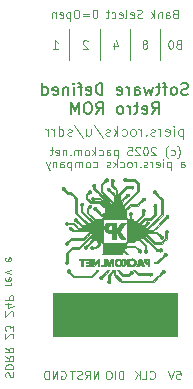
<source format=gbr>
%TF.GenerationSoftware,KiCad,Pcbnew,8.0.5*%
%TF.CreationDate,2025-07-03T08:28:17+01:00*%
%TF.ProjectId,sdrr rev e,73647272-2072-4657-9620-652e6b696361,rev?*%
%TF.SameCoordinates,Original*%
%TF.FileFunction,Legend,Bot*%
%TF.FilePolarity,Positive*%
%FSLAX46Y46*%
G04 Gerber Fmt 4.6, Leading zero omitted, Abs format (unit mm)*
G04 Created by KiCad (PCBNEW 8.0.5) date 2025-07-03 08:28:17*
%MOMM*%
%LPD*%
G01*
G04 APERTURE LIST*
%ADD10C,0.100000*%
%ADD11C,0.125000*%
%ADD12C,0.150000*%
%ADD13C,0.010000*%
G04 APERTURE END LIST*
D10*
X103987600Y-54089300D02*
X114452400Y-54089300D01*
X114452400Y-57721500D01*
X103987600Y-57721500D01*
X103987600Y-54089300D01*
G36*
X103987600Y-54089300D02*
G01*
X114452400Y-54089300D01*
X114452400Y-57721500D01*
X103987600Y-57721500D01*
X103987600Y-54089300D01*
G37*
X113030000Y-31710400D02*
X113030000Y-34301200D01*
X110490000Y-31710400D02*
X110490000Y-34301200D01*
X107950000Y-31715000D02*
X107950000Y-34305800D01*
X105359200Y-31710400D02*
X105359200Y-34301200D01*
X114433333Y-60654833D02*
X114766666Y-60654833D01*
X114766666Y-60654833D02*
X114799999Y-60988166D01*
X114799999Y-60988166D02*
X114766666Y-60954833D01*
X114766666Y-60954833D02*
X114699999Y-60921500D01*
X114699999Y-60921500D02*
X114533333Y-60921500D01*
X114533333Y-60921500D02*
X114466666Y-60954833D01*
X114466666Y-60954833D02*
X114433333Y-60988166D01*
X114433333Y-60988166D02*
X114399999Y-61054833D01*
X114399999Y-61054833D02*
X114399999Y-61221500D01*
X114399999Y-61221500D02*
X114433333Y-61288166D01*
X114433333Y-61288166D02*
X114466666Y-61321500D01*
X114466666Y-61321500D02*
X114533333Y-61354833D01*
X114533333Y-61354833D02*
X114699999Y-61354833D01*
X114699999Y-61354833D02*
X114766666Y-61321500D01*
X114766666Y-61321500D02*
X114799999Y-61288166D01*
X114199999Y-60654833D02*
X113966666Y-61354833D01*
X113966666Y-61354833D02*
X113733332Y-60654833D01*
D11*
X114982694Y-40180660D02*
X114982694Y-41030660D01*
X114982694Y-40221136D02*
X114901741Y-40180660D01*
X114901741Y-40180660D02*
X114739836Y-40180660D01*
X114739836Y-40180660D02*
X114658884Y-40221136D01*
X114658884Y-40221136D02*
X114618408Y-40261612D01*
X114618408Y-40261612D02*
X114577932Y-40342565D01*
X114577932Y-40342565D02*
X114577932Y-40585422D01*
X114577932Y-40585422D02*
X114618408Y-40666374D01*
X114618408Y-40666374D02*
X114658884Y-40706851D01*
X114658884Y-40706851D02*
X114739836Y-40747327D01*
X114739836Y-40747327D02*
X114901741Y-40747327D01*
X114901741Y-40747327D02*
X114982694Y-40706851D01*
X114213646Y-40747327D02*
X114213646Y-40180660D01*
X114213646Y-39897327D02*
X114254122Y-39937803D01*
X114254122Y-39937803D02*
X114213646Y-39978279D01*
X114213646Y-39978279D02*
X114173169Y-39937803D01*
X114173169Y-39937803D02*
X114213646Y-39897327D01*
X114213646Y-39897327D02*
X114213646Y-39978279D01*
X113485074Y-40706851D02*
X113566026Y-40747327D01*
X113566026Y-40747327D02*
X113727931Y-40747327D01*
X113727931Y-40747327D02*
X113808884Y-40706851D01*
X113808884Y-40706851D02*
X113849360Y-40625898D01*
X113849360Y-40625898D02*
X113849360Y-40302089D01*
X113849360Y-40302089D02*
X113808884Y-40221136D01*
X113808884Y-40221136D02*
X113727931Y-40180660D01*
X113727931Y-40180660D02*
X113566026Y-40180660D01*
X113566026Y-40180660D02*
X113485074Y-40221136D01*
X113485074Y-40221136D02*
X113444598Y-40302089D01*
X113444598Y-40302089D02*
X113444598Y-40383041D01*
X113444598Y-40383041D02*
X113849360Y-40463993D01*
X113080313Y-40747327D02*
X113080313Y-40180660D01*
X113080313Y-40342565D02*
X113039836Y-40261612D01*
X113039836Y-40261612D02*
X112999360Y-40221136D01*
X112999360Y-40221136D02*
X112918408Y-40180660D01*
X112918408Y-40180660D02*
X112837455Y-40180660D01*
X112594599Y-40706851D02*
X112513646Y-40747327D01*
X112513646Y-40747327D02*
X112351742Y-40747327D01*
X112351742Y-40747327D02*
X112270789Y-40706851D01*
X112270789Y-40706851D02*
X112230313Y-40625898D01*
X112230313Y-40625898D02*
X112230313Y-40585422D01*
X112230313Y-40585422D02*
X112270789Y-40504470D01*
X112270789Y-40504470D02*
X112351742Y-40463993D01*
X112351742Y-40463993D02*
X112473170Y-40463993D01*
X112473170Y-40463993D02*
X112554123Y-40423517D01*
X112554123Y-40423517D02*
X112594599Y-40342565D01*
X112594599Y-40342565D02*
X112594599Y-40302089D01*
X112594599Y-40302089D02*
X112554123Y-40221136D01*
X112554123Y-40221136D02*
X112473170Y-40180660D01*
X112473170Y-40180660D02*
X112351742Y-40180660D01*
X112351742Y-40180660D02*
X112270789Y-40221136D01*
X111866028Y-40666374D02*
X111825551Y-40706851D01*
X111825551Y-40706851D02*
X111866028Y-40747327D01*
X111866028Y-40747327D02*
X111906504Y-40706851D01*
X111906504Y-40706851D02*
X111866028Y-40666374D01*
X111866028Y-40666374D02*
X111866028Y-40747327D01*
X111461266Y-40747327D02*
X111461266Y-40180660D01*
X111461266Y-40342565D02*
X111420789Y-40261612D01*
X111420789Y-40261612D02*
X111380313Y-40221136D01*
X111380313Y-40221136D02*
X111299361Y-40180660D01*
X111299361Y-40180660D02*
X111218408Y-40180660D01*
X110813647Y-40747327D02*
X110894599Y-40706851D01*
X110894599Y-40706851D02*
X110935076Y-40666374D01*
X110935076Y-40666374D02*
X110975552Y-40585422D01*
X110975552Y-40585422D02*
X110975552Y-40342565D01*
X110975552Y-40342565D02*
X110935076Y-40261612D01*
X110935076Y-40261612D02*
X110894599Y-40221136D01*
X110894599Y-40221136D02*
X110813647Y-40180660D01*
X110813647Y-40180660D02*
X110692218Y-40180660D01*
X110692218Y-40180660D02*
X110611266Y-40221136D01*
X110611266Y-40221136D02*
X110570790Y-40261612D01*
X110570790Y-40261612D02*
X110530314Y-40342565D01*
X110530314Y-40342565D02*
X110530314Y-40585422D01*
X110530314Y-40585422D02*
X110570790Y-40666374D01*
X110570790Y-40666374D02*
X110611266Y-40706851D01*
X110611266Y-40706851D02*
X110692218Y-40747327D01*
X110692218Y-40747327D02*
X110813647Y-40747327D01*
X109801742Y-40706851D02*
X109882694Y-40747327D01*
X109882694Y-40747327D02*
X110044599Y-40747327D01*
X110044599Y-40747327D02*
X110125551Y-40706851D01*
X110125551Y-40706851D02*
X110166028Y-40666374D01*
X110166028Y-40666374D02*
X110206504Y-40585422D01*
X110206504Y-40585422D02*
X110206504Y-40342565D01*
X110206504Y-40342565D02*
X110166028Y-40261612D01*
X110166028Y-40261612D02*
X110125551Y-40221136D01*
X110125551Y-40221136D02*
X110044599Y-40180660D01*
X110044599Y-40180660D02*
X109882694Y-40180660D01*
X109882694Y-40180660D02*
X109801742Y-40221136D01*
X109437457Y-40747327D02*
X109437457Y-39897327D01*
X109356504Y-40423517D02*
X109113647Y-40747327D01*
X109113647Y-40180660D02*
X109437457Y-40504470D01*
X108789838Y-40706851D02*
X108708885Y-40747327D01*
X108708885Y-40747327D02*
X108546981Y-40747327D01*
X108546981Y-40747327D02*
X108466028Y-40706851D01*
X108466028Y-40706851D02*
X108425552Y-40625898D01*
X108425552Y-40625898D02*
X108425552Y-40585422D01*
X108425552Y-40585422D02*
X108466028Y-40504470D01*
X108466028Y-40504470D02*
X108546981Y-40463993D01*
X108546981Y-40463993D02*
X108668409Y-40463993D01*
X108668409Y-40463993D02*
X108749362Y-40423517D01*
X108749362Y-40423517D02*
X108789838Y-40342565D01*
X108789838Y-40342565D02*
X108789838Y-40302089D01*
X108789838Y-40302089D02*
X108749362Y-40221136D01*
X108749362Y-40221136D02*
X108668409Y-40180660D01*
X108668409Y-40180660D02*
X108546981Y-40180660D01*
X108546981Y-40180660D02*
X108466028Y-40221136D01*
X107454124Y-39856851D02*
X108182695Y-40949708D01*
X106806505Y-40180660D02*
X106806505Y-40747327D01*
X107170791Y-40180660D02*
X107170791Y-40625898D01*
X107170791Y-40625898D02*
X107130314Y-40706851D01*
X107130314Y-40706851D02*
X107049362Y-40747327D01*
X107049362Y-40747327D02*
X106927933Y-40747327D01*
X106927933Y-40747327D02*
X106846981Y-40706851D01*
X106846981Y-40706851D02*
X106806505Y-40666374D01*
X105794600Y-39856851D02*
X106523171Y-40949708D01*
X105551743Y-40706851D02*
X105470790Y-40747327D01*
X105470790Y-40747327D02*
X105308886Y-40747327D01*
X105308886Y-40747327D02*
X105227933Y-40706851D01*
X105227933Y-40706851D02*
X105187457Y-40625898D01*
X105187457Y-40625898D02*
X105187457Y-40585422D01*
X105187457Y-40585422D02*
X105227933Y-40504470D01*
X105227933Y-40504470D02*
X105308886Y-40463993D01*
X105308886Y-40463993D02*
X105430314Y-40463993D01*
X105430314Y-40463993D02*
X105511267Y-40423517D01*
X105511267Y-40423517D02*
X105551743Y-40342565D01*
X105551743Y-40342565D02*
X105551743Y-40302089D01*
X105551743Y-40302089D02*
X105511267Y-40221136D01*
X105511267Y-40221136D02*
X105430314Y-40180660D01*
X105430314Y-40180660D02*
X105308886Y-40180660D01*
X105308886Y-40180660D02*
X105227933Y-40221136D01*
X104458886Y-40747327D02*
X104458886Y-39897327D01*
X104458886Y-40706851D02*
X104539838Y-40747327D01*
X104539838Y-40747327D02*
X104701743Y-40747327D01*
X104701743Y-40747327D02*
X104782695Y-40706851D01*
X104782695Y-40706851D02*
X104823172Y-40666374D01*
X104823172Y-40666374D02*
X104863648Y-40585422D01*
X104863648Y-40585422D02*
X104863648Y-40342565D01*
X104863648Y-40342565D02*
X104823172Y-40261612D01*
X104823172Y-40261612D02*
X104782695Y-40221136D01*
X104782695Y-40221136D02*
X104701743Y-40180660D01*
X104701743Y-40180660D02*
X104539838Y-40180660D01*
X104539838Y-40180660D02*
X104458886Y-40221136D01*
X104054124Y-40747327D02*
X104054124Y-40180660D01*
X104054124Y-40342565D02*
X104013647Y-40261612D01*
X104013647Y-40261612D02*
X103973171Y-40221136D01*
X103973171Y-40221136D02*
X103892219Y-40180660D01*
X103892219Y-40180660D02*
X103811266Y-40180660D01*
X103527934Y-40747327D02*
X103527934Y-40180660D01*
X103527934Y-40342565D02*
X103487457Y-40261612D01*
X103487457Y-40261612D02*
X103446981Y-40221136D01*
X103446981Y-40221136D02*
X103366029Y-40180660D01*
X103366029Y-40180660D02*
X103285076Y-40180660D01*
D10*
X114513499Y-42673100D02*
X114546832Y-42639766D01*
X114546832Y-42639766D02*
X114613499Y-42539766D01*
X114613499Y-42539766D02*
X114646832Y-42473100D01*
X114646832Y-42473100D02*
X114680166Y-42373100D01*
X114680166Y-42373100D02*
X114713499Y-42206433D01*
X114713499Y-42206433D02*
X114713499Y-42073100D01*
X114713499Y-42073100D02*
X114680166Y-41906433D01*
X114680166Y-41906433D02*
X114646832Y-41806433D01*
X114646832Y-41806433D02*
X114613499Y-41739766D01*
X114613499Y-41739766D02*
X114546832Y-41639766D01*
X114546832Y-41639766D02*
X114513499Y-41606433D01*
X113946832Y-42373100D02*
X114013499Y-42406433D01*
X114013499Y-42406433D02*
X114146832Y-42406433D01*
X114146832Y-42406433D02*
X114213499Y-42373100D01*
X114213499Y-42373100D02*
X114246832Y-42339766D01*
X114246832Y-42339766D02*
X114280165Y-42273100D01*
X114280165Y-42273100D02*
X114280165Y-42073100D01*
X114280165Y-42073100D02*
X114246832Y-42006433D01*
X114246832Y-42006433D02*
X114213499Y-41973100D01*
X114213499Y-41973100D02*
X114146832Y-41939766D01*
X114146832Y-41939766D02*
X114013499Y-41939766D01*
X114013499Y-41939766D02*
X113946832Y-41973100D01*
X113713499Y-42673100D02*
X113680165Y-42639766D01*
X113680165Y-42639766D02*
X113613499Y-42539766D01*
X113613499Y-42539766D02*
X113580165Y-42473100D01*
X113580165Y-42473100D02*
X113546832Y-42373100D01*
X113546832Y-42373100D02*
X113513499Y-42206433D01*
X113513499Y-42206433D02*
X113513499Y-42073100D01*
X113513499Y-42073100D02*
X113546832Y-41906433D01*
X113546832Y-41906433D02*
X113580165Y-41806433D01*
X113580165Y-41806433D02*
X113613499Y-41739766D01*
X113613499Y-41739766D02*
X113680165Y-41639766D01*
X113680165Y-41639766D02*
X113713499Y-41606433D01*
X112680165Y-41773100D02*
X112646832Y-41739766D01*
X112646832Y-41739766D02*
X112580165Y-41706433D01*
X112580165Y-41706433D02*
X112413499Y-41706433D01*
X112413499Y-41706433D02*
X112346832Y-41739766D01*
X112346832Y-41739766D02*
X112313499Y-41773100D01*
X112313499Y-41773100D02*
X112280165Y-41839766D01*
X112280165Y-41839766D02*
X112280165Y-41906433D01*
X112280165Y-41906433D02*
X112313499Y-42006433D01*
X112313499Y-42006433D02*
X112713499Y-42406433D01*
X112713499Y-42406433D02*
X112280165Y-42406433D01*
X111846832Y-41706433D02*
X111780165Y-41706433D01*
X111780165Y-41706433D02*
X111713498Y-41739766D01*
X111713498Y-41739766D02*
X111680165Y-41773100D01*
X111680165Y-41773100D02*
X111646832Y-41839766D01*
X111646832Y-41839766D02*
X111613498Y-41973100D01*
X111613498Y-41973100D02*
X111613498Y-42139766D01*
X111613498Y-42139766D02*
X111646832Y-42273100D01*
X111646832Y-42273100D02*
X111680165Y-42339766D01*
X111680165Y-42339766D02*
X111713498Y-42373100D01*
X111713498Y-42373100D02*
X111780165Y-42406433D01*
X111780165Y-42406433D02*
X111846832Y-42406433D01*
X111846832Y-42406433D02*
X111913498Y-42373100D01*
X111913498Y-42373100D02*
X111946832Y-42339766D01*
X111946832Y-42339766D02*
X111980165Y-42273100D01*
X111980165Y-42273100D02*
X112013498Y-42139766D01*
X112013498Y-42139766D02*
X112013498Y-41973100D01*
X112013498Y-41973100D02*
X111980165Y-41839766D01*
X111980165Y-41839766D02*
X111946832Y-41773100D01*
X111946832Y-41773100D02*
X111913498Y-41739766D01*
X111913498Y-41739766D02*
X111846832Y-41706433D01*
X111346831Y-41773100D02*
X111313498Y-41739766D01*
X111313498Y-41739766D02*
X111246831Y-41706433D01*
X111246831Y-41706433D02*
X111080165Y-41706433D01*
X111080165Y-41706433D02*
X111013498Y-41739766D01*
X111013498Y-41739766D02*
X110980165Y-41773100D01*
X110980165Y-41773100D02*
X110946831Y-41839766D01*
X110946831Y-41839766D02*
X110946831Y-41906433D01*
X110946831Y-41906433D02*
X110980165Y-42006433D01*
X110980165Y-42006433D02*
X111380165Y-42406433D01*
X111380165Y-42406433D02*
X110946831Y-42406433D01*
X110313498Y-41706433D02*
X110646831Y-41706433D01*
X110646831Y-41706433D02*
X110680164Y-42039766D01*
X110680164Y-42039766D02*
X110646831Y-42006433D01*
X110646831Y-42006433D02*
X110580164Y-41973100D01*
X110580164Y-41973100D02*
X110413498Y-41973100D01*
X110413498Y-41973100D02*
X110346831Y-42006433D01*
X110346831Y-42006433D02*
X110313498Y-42039766D01*
X110313498Y-42039766D02*
X110280164Y-42106433D01*
X110280164Y-42106433D02*
X110280164Y-42273100D01*
X110280164Y-42273100D02*
X110313498Y-42339766D01*
X110313498Y-42339766D02*
X110346831Y-42373100D01*
X110346831Y-42373100D02*
X110413498Y-42406433D01*
X110413498Y-42406433D02*
X110580164Y-42406433D01*
X110580164Y-42406433D02*
X110646831Y-42373100D01*
X110646831Y-42373100D02*
X110680164Y-42339766D01*
X109446831Y-41939766D02*
X109446831Y-42639766D01*
X109446831Y-41973100D02*
X109380164Y-41939766D01*
X109380164Y-41939766D02*
X109246831Y-41939766D01*
X109246831Y-41939766D02*
X109180164Y-41973100D01*
X109180164Y-41973100D02*
X109146831Y-42006433D01*
X109146831Y-42006433D02*
X109113498Y-42073100D01*
X109113498Y-42073100D02*
X109113498Y-42273100D01*
X109113498Y-42273100D02*
X109146831Y-42339766D01*
X109146831Y-42339766D02*
X109180164Y-42373100D01*
X109180164Y-42373100D02*
X109246831Y-42406433D01*
X109246831Y-42406433D02*
X109380164Y-42406433D01*
X109380164Y-42406433D02*
X109446831Y-42373100D01*
X108513498Y-42406433D02*
X108513498Y-42039766D01*
X108513498Y-42039766D02*
X108546831Y-41973100D01*
X108546831Y-41973100D02*
X108613498Y-41939766D01*
X108613498Y-41939766D02*
X108746831Y-41939766D01*
X108746831Y-41939766D02*
X108813498Y-41973100D01*
X108513498Y-42373100D02*
X108580165Y-42406433D01*
X108580165Y-42406433D02*
X108746831Y-42406433D01*
X108746831Y-42406433D02*
X108813498Y-42373100D01*
X108813498Y-42373100D02*
X108846831Y-42306433D01*
X108846831Y-42306433D02*
X108846831Y-42239766D01*
X108846831Y-42239766D02*
X108813498Y-42173100D01*
X108813498Y-42173100D02*
X108746831Y-42139766D01*
X108746831Y-42139766D02*
X108580165Y-42139766D01*
X108580165Y-42139766D02*
X108513498Y-42106433D01*
X107880165Y-42373100D02*
X107946832Y-42406433D01*
X107946832Y-42406433D02*
X108080165Y-42406433D01*
X108080165Y-42406433D02*
X108146832Y-42373100D01*
X108146832Y-42373100D02*
X108180165Y-42339766D01*
X108180165Y-42339766D02*
X108213498Y-42273100D01*
X108213498Y-42273100D02*
X108213498Y-42073100D01*
X108213498Y-42073100D02*
X108180165Y-42006433D01*
X108180165Y-42006433D02*
X108146832Y-41973100D01*
X108146832Y-41973100D02*
X108080165Y-41939766D01*
X108080165Y-41939766D02*
X107946832Y-41939766D01*
X107946832Y-41939766D02*
X107880165Y-41973100D01*
X107580165Y-42406433D02*
X107580165Y-41706433D01*
X107513498Y-42139766D02*
X107313498Y-42406433D01*
X107313498Y-41939766D02*
X107580165Y-42206433D01*
X106913498Y-42406433D02*
X106980165Y-42373100D01*
X106980165Y-42373100D02*
X107013498Y-42339766D01*
X107013498Y-42339766D02*
X107046831Y-42273100D01*
X107046831Y-42273100D02*
X107046831Y-42073100D01*
X107046831Y-42073100D02*
X107013498Y-42006433D01*
X107013498Y-42006433D02*
X106980165Y-41973100D01*
X106980165Y-41973100D02*
X106913498Y-41939766D01*
X106913498Y-41939766D02*
X106813498Y-41939766D01*
X106813498Y-41939766D02*
X106746831Y-41973100D01*
X106746831Y-41973100D02*
X106713498Y-42006433D01*
X106713498Y-42006433D02*
X106680165Y-42073100D01*
X106680165Y-42073100D02*
X106680165Y-42273100D01*
X106680165Y-42273100D02*
X106713498Y-42339766D01*
X106713498Y-42339766D02*
X106746831Y-42373100D01*
X106746831Y-42373100D02*
X106813498Y-42406433D01*
X106813498Y-42406433D02*
X106913498Y-42406433D01*
X106380165Y-42406433D02*
X106380165Y-41939766D01*
X106380165Y-42006433D02*
X106346832Y-41973100D01*
X106346832Y-41973100D02*
X106280165Y-41939766D01*
X106280165Y-41939766D02*
X106180165Y-41939766D01*
X106180165Y-41939766D02*
X106113498Y-41973100D01*
X106113498Y-41973100D02*
X106080165Y-42039766D01*
X106080165Y-42039766D02*
X106080165Y-42406433D01*
X106080165Y-42039766D02*
X106046832Y-41973100D01*
X106046832Y-41973100D02*
X105980165Y-41939766D01*
X105980165Y-41939766D02*
X105880165Y-41939766D01*
X105880165Y-41939766D02*
X105813498Y-41973100D01*
X105813498Y-41973100D02*
X105780165Y-42039766D01*
X105780165Y-42039766D02*
X105780165Y-42406433D01*
X105446832Y-42339766D02*
X105413499Y-42373100D01*
X105413499Y-42373100D02*
X105446832Y-42406433D01*
X105446832Y-42406433D02*
X105480165Y-42373100D01*
X105480165Y-42373100D02*
X105446832Y-42339766D01*
X105446832Y-42339766D02*
X105446832Y-42406433D01*
X105113499Y-41939766D02*
X105113499Y-42406433D01*
X105113499Y-42006433D02*
X105080166Y-41973100D01*
X105080166Y-41973100D02*
X105013499Y-41939766D01*
X105013499Y-41939766D02*
X104913499Y-41939766D01*
X104913499Y-41939766D02*
X104846832Y-41973100D01*
X104846832Y-41973100D02*
X104813499Y-42039766D01*
X104813499Y-42039766D02*
X104813499Y-42406433D01*
X104213499Y-42373100D02*
X104280166Y-42406433D01*
X104280166Y-42406433D02*
X104413499Y-42406433D01*
X104413499Y-42406433D02*
X104480166Y-42373100D01*
X104480166Y-42373100D02*
X104513499Y-42306433D01*
X104513499Y-42306433D02*
X104513499Y-42039766D01*
X104513499Y-42039766D02*
X104480166Y-41973100D01*
X104480166Y-41973100D02*
X104413499Y-41939766D01*
X104413499Y-41939766D02*
X104280166Y-41939766D01*
X104280166Y-41939766D02*
X104213499Y-41973100D01*
X104213499Y-41973100D02*
X104180166Y-42039766D01*
X104180166Y-42039766D02*
X104180166Y-42106433D01*
X104180166Y-42106433D02*
X104513499Y-42173100D01*
X103980166Y-41939766D02*
X103713499Y-41939766D01*
X103880166Y-41706433D02*
X103880166Y-42306433D01*
X103880166Y-42306433D02*
X103846833Y-42373100D01*
X103846833Y-42373100D02*
X103780166Y-42406433D01*
X103780166Y-42406433D02*
X103713499Y-42406433D01*
X111826666Y-32964033D02*
X111893333Y-32930700D01*
X111893333Y-32930700D02*
X111926666Y-32897366D01*
X111926666Y-32897366D02*
X111959999Y-32830700D01*
X111959999Y-32830700D02*
X111959999Y-32797366D01*
X111959999Y-32797366D02*
X111926666Y-32730700D01*
X111926666Y-32730700D02*
X111893333Y-32697366D01*
X111893333Y-32697366D02*
X111826666Y-32664033D01*
X111826666Y-32664033D02*
X111693333Y-32664033D01*
X111693333Y-32664033D02*
X111626666Y-32697366D01*
X111626666Y-32697366D02*
X111593333Y-32730700D01*
X111593333Y-32730700D02*
X111559999Y-32797366D01*
X111559999Y-32797366D02*
X111559999Y-32830700D01*
X111559999Y-32830700D02*
X111593333Y-32897366D01*
X111593333Y-32897366D02*
X111626666Y-32930700D01*
X111626666Y-32930700D02*
X111693333Y-32964033D01*
X111693333Y-32964033D02*
X111826666Y-32964033D01*
X111826666Y-32964033D02*
X111893333Y-32997366D01*
X111893333Y-32997366D02*
X111926666Y-33030700D01*
X111926666Y-33030700D02*
X111959999Y-33097366D01*
X111959999Y-33097366D02*
X111959999Y-33230700D01*
X111959999Y-33230700D02*
X111926666Y-33297366D01*
X111926666Y-33297366D02*
X111893333Y-33330700D01*
X111893333Y-33330700D02*
X111826666Y-33364033D01*
X111826666Y-33364033D02*
X111693333Y-33364033D01*
X111693333Y-33364033D02*
X111626666Y-33330700D01*
X111626666Y-33330700D02*
X111593333Y-33297366D01*
X111593333Y-33297366D02*
X111559999Y-33230700D01*
X111559999Y-33230700D02*
X111559999Y-33097366D01*
X111559999Y-33097366D02*
X111593333Y-33030700D01*
X111593333Y-33030700D02*
X111626666Y-32997366D01*
X111626666Y-32997366D02*
X111693333Y-32964033D01*
X114303333Y-30406566D02*
X114203333Y-30439900D01*
X114203333Y-30439900D02*
X114169999Y-30473233D01*
X114169999Y-30473233D02*
X114136666Y-30539900D01*
X114136666Y-30539900D02*
X114136666Y-30639900D01*
X114136666Y-30639900D02*
X114169999Y-30706566D01*
X114169999Y-30706566D02*
X114203333Y-30739900D01*
X114203333Y-30739900D02*
X114269999Y-30773233D01*
X114269999Y-30773233D02*
X114536666Y-30773233D01*
X114536666Y-30773233D02*
X114536666Y-30073233D01*
X114536666Y-30073233D02*
X114303333Y-30073233D01*
X114303333Y-30073233D02*
X114236666Y-30106566D01*
X114236666Y-30106566D02*
X114203333Y-30139900D01*
X114203333Y-30139900D02*
X114169999Y-30206566D01*
X114169999Y-30206566D02*
X114169999Y-30273233D01*
X114169999Y-30273233D02*
X114203333Y-30339900D01*
X114203333Y-30339900D02*
X114236666Y-30373233D01*
X114236666Y-30373233D02*
X114303333Y-30406566D01*
X114303333Y-30406566D02*
X114536666Y-30406566D01*
X113536666Y-30773233D02*
X113536666Y-30406566D01*
X113536666Y-30406566D02*
X113569999Y-30339900D01*
X113569999Y-30339900D02*
X113636666Y-30306566D01*
X113636666Y-30306566D02*
X113769999Y-30306566D01*
X113769999Y-30306566D02*
X113836666Y-30339900D01*
X113536666Y-30739900D02*
X113603333Y-30773233D01*
X113603333Y-30773233D02*
X113769999Y-30773233D01*
X113769999Y-30773233D02*
X113836666Y-30739900D01*
X113836666Y-30739900D02*
X113869999Y-30673233D01*
X113869999Y-30673233D02*
X113869999Y-30606566D01*
X113869999Y-30606566D02*
X113836666Y-30539900D01*
X113836666Y-30539900D02*
X113769999Y-30506566D01*
X113769999Y-30506566D02*
X113603333Y-30506566D01*
X113603333Y-30506566D02*
X113536666Y-30473233D01*
X113203333Y-30306566D02*
X113203333Y-30773233D01*
X113203333Y-30373233D02*
X113170000Y-30339900D01*
X113170000Y-30339900D02*
X113103333Y-30306566D01*
X113103333Y-30306566D02*
X113003333Y-30306566D01*
X113003333Y-30306566D02*
X112936666Y-30339900D01*
X112936666Y-30339900D02*
X112903333Y-30406566D01*
X112903333Y-30406566D02*
X112903333Y-30773233D01*
X112570000Y-30773233D02*
X112570000Y-30073233D01*
X112503333Y-30506566D02*
X112303333Y-30773233D01*
X112303333Y-30306566D02*
X112570000Y-30573233D01*
X111503333Y-30739900D02*
X111403333Y-30773233D01*
X111403333Y-30773233D02*
X111236667Y-30773233D01*
X111236667Y-30773233D02*
X111170000Y-30739900D01*
X111170000Y-30739900D02*
X111136667Y-30706566D01*
X111136667Y-30706566D02*
X111103333Y-30639900D01*
X111103333Y-30639900D02*
X111103333Y-30573233D01*
X111103333Y-30573233D02*
X111136667Y-30506566D01*
X111136667Y-30506566D02*
X111170000Y-30473233D01*
X111170000Y-30473233D02*
X111236667Y-30439900D01*
X111236667Y-30439900D02*
X111370000Y-30406566D01*
X111370000Y-30406566D02*
X111436667Y-30373233D01*
X111436667Y-30373233D02*
X111470000Y-30339900D01*
X111470000Y-30339900D02*
X111503333Y-30273233D01*
X111503333Y-30273233D02*
X111503333Y-30206566D01*
X111503333Y-30206566D02*
X111470000Y-30139900D01*
X111470000Y-30139900D02*
X111436667Y-30106566D01*
X111436667Y-30106566D02*
X111370000Y-30073233D01*
X111370000Y-30073233D02*
X111203333Y-30073233D01*
X111203333Y-30073233D02*
X111103333Y-30106566D01*
X110536666Y-30739900D02*
X110603333Y-30773233D01*
X110603333Y-30773233D02*
X110736666Y-30773233D01*
X110736666Y-30773233D02*
X110803333Y-30739900D01*
X110803333Y-30739900D02*
X110836666Y-30673233D01*
X110836666Y-30673233D02*
X110836666Y-30406566D01*
X110836666Y-30406566D02*
X110803333Y-30339900D01*
X110803333Y-30339900D02*
X110736666Y-30306566D01*
X110736666Y-30306566D02*
X110603333Y-30306566D01*
X110603333Y-30306566D02*
X110536666Y-30339900D01*
X110536666Y-30339900D02*
X110503333Y-30406566D01*
X110503333Y-30406566D02*
X110503333Y-30473233D01*
X110503333Y-30473233D02*
X110836666Y-30539900D01*
X110103333Y-30773233D02*
X110170000Y-30739900D01*
X110170000Y-30739900D02*
X110203333Y-30673233D01*
X110203333Y-30673233D02*
X110203333Y-30073233D01*
X109569999Y-30739900D02*
X109636666Y-30773233D01*
X109636666Y-30773233D02*
X109769999Y-30773233D01*
X109769999Y-30773233D02*
X109836666Y-30739900D01*
X109836666Y-30739900D02*
X109869999Y-30673233D01*
X109869999Y-30673233D02*
X109869999Y-30406566D01*
X109869999Y-30406566D02*
X109836666Y-30339900D01*
X109836666Y-30339900D02*
X109769999Y-30306566D01*
X109769999Y-30306566D02*
X109636666Y-30306566D01*
X109636666Y-30306566D02*
X109569999Y-30339900D01*
X109569999Y-30339900D02*
X109536666Y-30406566D01*
X109536666Y-30406566D02*
X109536666Y-30473233D01*
X109536666Y-30473233D02*
X109869999Y-30539900D01*
X108936666Y-30739900D02*
X109003333Y-30773233D01*
X109003333Y-30773233D02*
X109136666Y-30773233D01*
X109136666Y-30773233D02*
X109203333Y-30739900D01*
X109203333Y-30739900D02*
X109236666Y-30706566D01*
X109236666Y-30706566D02*
X109269999Y-30639900D01*
X109269999Y-30639900D02*
X109269999Y-30439900D01*
X109269999Y-30439900D02*
X109236666Y-30373233D01*
X109236666Y-30373233D02*
X109203333Y-30339900D01*
X109203333Y-30339900D02*
X109136666Y-30306566D01*
X109136666Y-30306566D02*
X109003333Y-30306566D01*
X109003333Y-30306566D02*
X108936666Y-30339900D01*
X108736666Y-30306566D02*
X108469999Y-30306566D01*
X108636666Y-30073233D02*
X108636666Y-30673233D01*
X108636666Y-30673233D02*
X108603333Y-30739900D01*
X108603333Y-30739900D02*
X108536666Y-30773233D01*
X108536666Y-30773233D02*
X108469999Y-30773233D01*
X107570000Y-30073233D02*
X107503333Y-30073233D01*
X107503333Y-30073233D02*
X107436666Y-30106566D01*
X107436666Y-30106566D02*
X107403333Y-30139900D01*
X107403333Y-30139900D02*
X107370000Y-30206566D01*
X107370000Y-30206566D02*
X107336666Y-30339900D01*
X107336666Y-30339900D02*
X107336666Y-30506566D01*
X107336666Y-30506566D02*
X107370000Y-30639900D01*
X107370000Y-30639900D02*
X107403333Y-30706566D01*
X107403333Y-30706566D02*
X107436666Y-30739900D01*
X107436666Y-30739900D02*
X107503333Y-30773233D01*
X107503333Y-30773233D02*
X107570000Y-30773233D01*
X107570000Y-30773233D02*
X107636666Y-30739900D01*
X107636666Y-30739900D02*
X107670000Y-30706566D01*
X107670000Y-30706566D02*
X107703333Y-30639900D01*
X107703333Y-30639900D02*
X107736666Y-30506566D01*
X107736666Y-30506566D02*
X107736666Y-30339900D01*
X107736666Y-30339900D02*
X107703333Y-30206566D01*
X107703333Y-30206566D02*
X107670000Y-30139900D01*
X107670000Y-30139900D02*
X107636666Y-30106566D01*
X107636666Y-30106566D02*
X107570000Y-30073233D01*
X107036666Y-30406566D02*
X106503333Y-30406566D01*
X106503333Y-30606566D02*
X107036666Y-30606566D01*
X106036666Y-30073233D02*
X105903332Y-30073233D01*
X105903332Y-30073233D02*
X105836666Y-30106566D01*
X105836666Y-30106566D02*
X105769999Y-30173233D01*
X105769999Y-30173233D02*
X105736666Y-30306566D01*
X105736666Y-30306566D02*
X105736666Y-30539900D01*
X105736666Y-30539900D02*
X105769999Y-30673233D01*
X105769999Y-30673233D02*
X105836666Y-30739900D01*
X105836666Y-30739900D02*
X105903332Y-30773233D01*
X105903332Y-30773233D02*
X106036666Y-30773233D01*
X106036666Y-30773233D02*
X106103332Y-30739900D01*
X106103332Y-30739900D02*
X106169999Y-30673233D01*
X106169999Y-30673233D02*
X106203332Y-30539900D01*
X106203332Y-30539900D02*
X106203332Y-30306566D01*
X106203332Y-30306566D02*
X106169999Y-30173233D01*
X106169999Y-30173233D02*
X106103332Y-30106566D01*
X106103332Y-30106566D02*
X106036666Y-30073233D01*
X105436666Y-30306566D02*
X105436666Y-31006566D01*
X105436666Y-30339900D02*
X105369999Y-30306566D01*
X105369999Y-30306566D02*
X105236666Y-30306566D01*
X105236666Y-30306566D02*
X105169999Y-30339900D01*
X105169999Y-30339900D02*
X105136666Y-30373233D01*
X105136666Y-30373233D02*
X105103333Y-30439900D01*
X105103333Y-30439900D02*
X105103333Y-30639900D01*
X105103333Y-30639900D02*
X105136666Y-30706566D01*
X105136666Y-30706566D02*
X105169999Y-30739900D01*
X105169999Y-30739900D02*
X105236666Y-30773233D01*
X105236666Y-30773233D02*
X105369999Y-30773233D01*
X105369999Y-30773233D02*
X105436666Y-30739900D01*
X104536666Y-30739900D02*
X104603333Y-30773233D01*
X104603333Y-30773233D02*
X104736666Y-30773233D01*
X104736666Y-30773233D02*
X104803333Y-30739900D01*
X104803333Y-30739900D02*
X104836666Y-30673233D01*
X104836666Y-30673233D02*
X104836666Y-30406566D01*
X104836666Y-30406566D02*
X104803333Y-30339900D01*
X104803333Y-30339900D02*
X104736666Y-30306566D01*
X104736666Y-30306566D02*
X104603333Y-30306566D01*
X104603333Y-30306566D02*
X104536666Y-30339900D01*
X104536666Y-30339900D02*
X104503333Y-30406566D01*
X104503333Y-30406566D02*
X104503333Y-30473233D01*
X104503333Y-30473233D02*
X104836666Y-30539900D01*
X104203333Y-30306566D02*
X104203333Y-30773233D01*
X104203333Y-30373233D02*
X104170000Y-30339900D01*
X104170000Y-30339900D02*
X104103333Y-30306566D01*
X104103333Y-30306566D02*
X104003333Y-30306566D01*
X104003333Y-30306566D02*
X103936666Y-30339900D01*
X103936666Y-30339900D02*
X103903333Y-30406566D01*
X103903333Y-30406566D02*
X103903333Y-30773233D01*
X104673332Y-60688166D02*
X104739999Y-60654833D01*
X104739999Y-60654833D02*
X104839999Y-60654833D01*
X104839999Y-60654833D02*
X104939999Y-60688166D01*
X104939999Y-60688166D02*
X105006666Y-60754833D01*
X105006666Y-60754833D02*
X105039999Y-60821500D01*
X105039999Y-60821500D02*
X105073332Y-60954833D01*
X105073332Y-60954833D02*
X105073332Y-61054833D01*
X105073332Y-61054833D02*
X105039999Y-61188166D01*
X105039999Y-61188166D02*
X105006666Y-61254833D01*
X105006666Y-61254833D02*
X104939999Y-61321500D01*
X104939999Y-61321500D02*
X104839999Y-61354833D01*
X104839999Y-61354833D02*
X104773332Y-61354833D01*
X104773332Y-61354833D02*
X104673332Y-61321500D01*
X104673332Y-61321500D02*
X104639999Y-61288166D01*
X104639999Y-61288166D02*
X104639999Y-61054833D01*
X104639999Y-61054833D02*
X104773332Y-61054833D01*
X104339999Y-61354833D02*
X104339999Y-60654833D01*
X104339999Y-60654833D02*
X103939999Y-61354833D01*
X103939999Y-61354833D02*
X103939999Y-60654833D01*
X103606666Y-61354833D02*
X103606666Y-60654833D01*
X103606666Y-60654833D02*
X103439999Y-60654833D01*
X103439999Y-60654833D02*
X103339999Y-60688166D01*
X103339999Y-60688166D02*
X103273333Y-60754833D01*
X103273333Y-60754833D02*
X103239999Y-60821500D01*
X103239999Y-60821500D02*
X103206666Y-60954833D01*
X103206666Y-60954833D02*
X103206666Y-61054833D01*
X103206666Y-61054833D02*
X103239999Y-61188166D01*
X103239999Y-61188166D02*
X103273333Y-61254833D01*
X103273333Y-61254833D02*
X103339999Y-61321500D01*
X103339999Y-61321500D02*
X103439999Y-61354833D01*
X103439999Y-61354833D02*
X103606666Y-61354833D01*
X114583333Y-32997366D02*
X114483333Y-33030700D01*
X114483333Y-33030700D02*
X114449999Y-33064033D01*
X114449999Y-33064033D02*
X114416666Y-33130700D01*
X114416666Y-33130700D02*
X114416666Y-33230700D01*
X114416666Y-33230700D02*
X114449999Y-33297366D01*
X114449999Y-33297366D02*
X114483333Y-33330700D01*
X114483333Y-33330700D02*
X114549999Y-33364033D01*
X114549999Y-33364033D02*
X114816666Y-33364033D01*
X114816666Y-33364033D02*
X114816666Y-32664033D01*
X114816666Y-32664033D02*
X114583333Y-32664033D01*
X114583333Y-32664033D02*
X114516666Y-32697366D01*
X114516666Y-32697366D02*
X114483333Y-32730700D01*
X114483333Y-32730700D02*
X114449999Y-32797366D01*
X114449999Y-32797366D02*
X114449999Y-32864033D01*
X114449999Y-32864033D02*
X114483333Y-32930700D01*
X114483333Y-32930700D02*
X114516666Y-32964033D01*
X114516666Y-32964033D02*
X114583333Y-32997366D01*
X114583333Y-32997366D02*
X114816666Y-32997366D01*
X113983333Y-32664033D02*
X113916666Y-32664033D01*
X113916666Y-32664033D02*
X113849999Y-32697366D01*
X113849999Y-32697366D02*
X113816666Y-32730700D01*
X113816666Y-32730700D02*
X113783333Y-32797366D01*
X113783333Y-32797366D02*
X113749999Y-32930700D01*
X113749999Y-32930700D02*
X113749999Y-33097366D01*
X113749999Y-33097366D02*
X113783333Y-33230700D01*
X113783333Y-33230700D02*
X113816666Y-33297366D01*
X113816666Y-33297366D02*
X113849999Y-33330700D01*
X113849999Y-33330700D02*
X113916666Y-33364033D01*
X113916666Y-33364033D02*
X113983333Y-33364033D01*
X113983333Y-33364033D02*
X114049999Y-33330700D01*
X114049999Y-33330700D02*
X114083333Y-33297366D01*
X114083333Y-33297366D02*
X114116666Y-33230700D01*
X114116666Y-33230700D02*
X114149999Y-33097366D01*
X114149999Y-33097366D02*
X114149999Y-32930700D01*
X114149999Y-32930700D02*
X114116666Y-32797366D01*
X114116666Y-32797366D02*
X114083333Y-32730700D01*
X114083333Y-32730700D02*
X114049999Y-32697366D01*
X114049999Y-32697366D02*
X113983333Y-32664033D01*
X106905399Y-32730700D02*
X106872066Y-32697366D01*
X106872066Y-32697366D02*
X106805399Y-32664033D01*
X106805399Y-32664033D02*
X106638733Y-32664033D01*
X106638733Y-32664033D02*
X106572066Y-32697366D01*
X106572066Y-32697366D02*
X106538733Y-32730700D01*
X106538733Y-32730700D02*
X106505399Y-32797366D01*
X106505399Y-32797366D02*
X106505399Y-32864033D01*
X106505399Y-32864033D02*
X106538733Y-32964033D01*
X106538733Y-32964033D02*
X106938733Y-33364033D01*
X106938733Y-33364033D02*
X106505399Y-33364033D01*
X107829999Y-61354833D02*
X107829999Y-60654833D01*
X107829999Y-60654833D02*
X107429999Y-61354833D01*
X107429999Y-61354833D02*
X107429999Y-60654833D01*
X106696666Y-61354833D02*
X106929999Y-61021500D01*
X107096666Y-61354833D02*
X107096666Y-60654833D01*
X107096666Y-60654833D02*
X106829999Y-60654833D01*
X106829999Y-60654833D02*
X106763333Y-60688166D01*
X106763333Y-60688166D02*
X106729999Y-60721500D01*
X106729999Y-60721500D02*
X106696666Y-60788166D01*
X106696666Y-60788166D02*
X106696666Y-60888166D01*
X106696666Y-60888166D02*
X106729999Y-60954833D01*
X106729999Y-60954833D02*
X106763333Y-60988166D01*
X106763333Y-60988166D02*
X106829999Y-61021500D01*
X106829999Y-61021500D02*
X107096666Y-61021500D01*
X106429999Y-61321500D02*
X106329999Y-61354833D01*
X106329999Y-61354833D02*
X106163333Y-61354833D01*
X106163333Y-61354833D02*
X106096666Y-61321500D01*
X106096666Y-61321500D02*
X106063333Y-61288166D01*
X106063333Y-61288166D02*
X106029999Y-61221500D01*
X106029999Y-61221500D02*
X106029999Y-61154833D01*
X106029999Y-61154833D02*
X106063333Y-61088166D01*
X106063333Y-61088166D02*
X106096666Y-61054833D01*
X106096666Y-61054833D02*
X106163333Y-61021500D01*
X106163333Y-61021500D02*
X106296666Y-60988166D01*
X106296666Y-60988166D02*
X106363333Y-60954833D01*
X106363333Y-60954833D02*
X106396666Y-60921500D01*
X106396666Y-60921500D02*
X106429999Y-60854833D01*
X106429999Y-60854833D02*
X106429999Y-60788166D01*
X106429999Y-60788166D02*
X106396666Y-60721500D01*
X106396666Y-60721500D02*
X106363333Y-60688166D01*
X106363333Y-60688166D02*
X106296666Y-60654833D01*
X106296666Y-60654833D02*
X106129999Y-60654833D01*
X106129999Y-60654833D02*
X106029999Y-60688166D01*
X105829999Y-60654833D02*
X105429999Y-60654833D01*
X105629999Y-61354833D02*
X105629999Y-60654833D01*
X103965399Y-33364033D02*
X104365399Y-33364033D01*
X104165399Y-33364033D02*
X104165399Y-32664033D01*
X104165399Y-32664033D02*
X104232066Y-32764033D01*
X104232066Y-32764033D02*
X104298733Y-32830700D01*
X104298733Y-32830700D02*
X104365399Y-32864033D01*
X112176666Y-61288166D02*
X112209999Y-61321500D01*
X112209999Y-61321500D02*
X112309999Y-61354833D01*
X112309999Y-61354833D02*
X112376666Y-61354833D01*
X112376666Y-61354833D02*
X112476666Y-61321500D01*
X112476666Y-61321500D02*
X112543333Y-61254833D01*
X112543333Y-61254833D02*
X112576666Y-61188166D01*
X112576666Y-61188166D02*
X112609999Y-61054833D01*
X112609999Y-61054833D02*
X112609999Y-60954833D01*
X112609999Y-60954833D02*
X112576666Y-60821500D01*
X112576666Y-60821500D02*
X112543333Y-60754833D01*
X112543333Y-60754833D02*
X112476666Y-60688166D01*
X112476666Y-60688166D02*
X112376666Y-60654833D01*
X112376666Y-60654833D02*
X112309999Y-60654833D01*
X112309999Y-60654833D02*
X112209999Y-60688166D01*
X112209999Y-60688166D02*
X112176666Y-60721500D01*
X111543333Y-61354833D02*
X111876666Y-61354833D01*
X111876666Y-61354833D02*
X111876666Y-60654833D01*
X111309999Y-61354833D02*
X111309999Y-60654833D01*
X110909999Y-61354833D02*
X111209999Y-60954833D01*
X110909999Y-60654833D02*
X111309999Y-61054833D01*
X114804131Y-43422433D02*
X114804131Y-43055766D01*
X114804131Y-43055766D02*
X114837464Y-42989100D01*
X114837464Y-42989100D02*
X114904131Y-42955766D01*
X114904131Y-42955766D02*
X115037464Y-42955766D01*
X115037464Y-42955766D02*
X115104131Y-42989100D01*
X114804131Y-43389100D02*
X114870798Y-43422433D01*
X114870798Y-43422433D02*
X115037464Y-43422433D01*
X115037464Y-43422433D02*
X115104131Y-43389100D01*
X115104131Y-43389100D02*
X115137464Y-43322433D01*
X115137464Y-43322433D02*
X115137464Y-43255766D01*
X115137464Y-43255766D02*
X115104131Y-43189100D01*
X115104131Y-43189100D02*
X115037464Y-43155766D01*
X115037464Y-43155766D02*
X114870798Y-43155766D01*
X114870798Y-43155766D02*
X114804131Y-43122433D01*
X113937465Y-42955766D02*
X113937465Y-43655766D01*
X113937465Y-42989100D02*
X113870798Y-42955766D01*
X113870798Y-42955766D02*
X113737465Y-42955766D01*
X113737465Y-42955766D02*
X113670798Y-42989100D01*
X113670798Y-42989100D02*
X113637465Y-43022433D01*
X113637465Y-43022433D02*
X113604132Y-43089100D01*
X113604132Y-43089100D02*
X113604132Y-43289100D01*
X113604132Y-43289100D02*
X113637465Y-43355766D01*
X113637465Y-43355766D02*
X113670798Y-43389100D01*
X113670798Y-43389100D02*
X113737465Y-43422433D01*
X113737465Y-43422433D02*
X113870798Y-43422433D01*
X113870798Y-43422433D02*
X113937465Y-43389100D01*
X113304132Y-43422433D02*
X113304132Y-42955766D01*
X113304132Y-42722433D02*
X113337465Y-42755766D01*
X113337465Y-42755766D02*
X113304132Y-42789100D01*
X113304132Y-42789100D02*
X113270799Y-42755766D01*
X113270799Y-42755766D02*
X113304132Y-42722433D01*
X113304132Y-42722433D02*
X113304132Y-42789100D01*
X112704132Y-43389100D02*
X112770799Y-43422433D01*
X112770799Y-43422433D02*
X112904132Y-43422433D01*
X112904132Y-43422433D02*
X112970799Y-43389100D01*
X112970799Y-43389100D02*
X113004132Y-43322433D01*
X113004132Y-43322433D02*
X113004132Y-43055766D01*
X113004132Y-43055766D02*
X112970799Y-42989100D01*
X112970799Y-42989100D02*
X112904132Y-42955766D01*
X112904132Y-42955766D02*
X112770799Y-42955766D01*
X112770799Y-42955766D02*
X112704132Y-42989100D01*
X112704132Y-42989100D02*
X112670799Y-43055766D01*
X112670799Y-43055766D02*
X112670799Y-43122433D01*
X112670799Y-43122433D02*
X113004132Y-43189100D01*
X112370799Y-43422433D02*
X112370799Y-42955766D01*
X112370799Y-43089100D02*
X112337466Y-43022433D01*
X112337466Y-43022433D02*
X112304132Y-42989100D01*
X112304132Y-42989100D02*
X112237466Y-42955766D01*
X112237466Y-42955766D02*
X112170799Y-42955766D01*
X111970799Y-43389100D02*
X111904133Y-43422433D01*
X111904133Y-43422433D02*
X111770799Y-43422433D01*
X111770799Y-43422433D02*
X111704133Y-43389100D01*
X111704133Y-43389100D02*
X111670799Y-43322433D01*
X111670799Y-43322433D02*
X111670799Y-43289100D01*
X111670799Y-43289100D02*
X111704133Y-43222433D01*
X111704133Y-43222433D02*
X111770799Y-43189100D01*
X111770799Y-43189100D02*
X111870799Y-43189100D01*
X111870799Y-43189100D02*
X111937466Y-43155766D01*
X111937466Y-43155766D02*
X111970799Y-43089100D01*
X111970799Y-43089100D02*
X111970799Y-43055766D01*
X111970799Y-43055766D02*
X111937466Y-42989100D01*
X111937466Y-42989100D02*
X111870799Y-42955766D01*
X111870799Y-42955766D02*
X111770799Y-42955766D01*
X111770799Y-42955766D02*
X111704133Y-42989100D01*
X111370799Y-43355766D02*
X111337466Y-43389100D01*
X111337466Y-43389100D02*
X111370799Y-43422433D01*
X111370799Y-43422433D02*
X111404132Y-43389100D01*
X111404132Y-43389100D02*
X111370799Y-43355766D01*
X111370799Y-43355766D02*
X111370799Y-43422433D01*
X111037466Y-43422433D02*
X111037466Y-42955766D01*
X111037466Y-43089100D02*
X111004133Y-43022433D01*
X111004133Y-43022433D02*
X110970799Y-42989100D01*
X110970799Y-42989100D02*
X110904133Y-42955766D01*
X110904133Y-42955766D02*
X110837466Y-42955766D01*
X110504133Y-43422433D02*
X110570800Y-43389100D01*
X110570800Y-43389100D02*
X110604133Y-43355766D01*
X110604133Y-43355766D02*
X110637466Y-43289100D01*
X110637466Y-43289100D02*
X110637466Y-43089100D01*
X110637466Y-43089100D02*
X110604133Y-43022433D01*
X110604133Y-43022433D02*
X110570800Y-42989100D01*
X110570800Y-42989100D02*
X110504133Y-42955766D01*
X110504133Y-42955766D02*
X110404133Y-42955766D01*
X110404133Y-42955766D02*
X110337466Y-42989100D01*
X110337466Y-42989100D02*
X110304133Y-43022433D01*
X110304133Y-43022433D02*
X110270800Y-43089100D01*
X110270800Y-43089100D02*
X110270800Y-43289100D01*
X110270800Y-43289100D02*
X110304133Y-43355766D01*
X110304133Y-43355766D02*
X110337466Y-43389100D01*
X110337466Y-43389100D02*
X110404133Y-43422433D01*
X110404133Y-43422433D02*
X110504133Y-43422433D01*
X109670800Y-43389100D02*
X109737467Y-43422433D01*
X109737467Y-43422433D02*
X109870800Y-43422433D01*
X109870800Y-43422433D02*
X109937467Y-43389100D01*
X109937467Y-43389100D02*
X109970800Y-43355766D01*
X109970800Y-43355766D02*
X110004133Y-43289100D01*
X110004133Y-43289100D02*
X110004133Y-43089100D01*
X110004133Y-43089100D02*
X109970800Y-43022433D01*
X109970800Y-43022433D02*
X109937467Y-42989100D01*
X109937467Y-42989100D02*
X109870800Y-42955766D01*
X109870800Y-42955766D02*
X109737467Y-42955766D01*
X109737467Y-42955766D02*
X109670800Y-42989100D01*
X109370800Y-43422433D02*
X109370800Y-42722433D01*
X109304133Y-43155766D02*
X109104133Y-43422433D01*
X109104133Y-42955766D02*
X109370800Y-43222433D01*
X108837466Y-43389100D02*
X108770800Y-43422433D01*
X108770800Y-43422433D02*
X108637466Y-43422433D01*
X108637466Y-43422433D02*
X108570800Y-43389100D01*
X108570800Y-43389100D02*
X108537466Y-43322433D01*
X108537466Y-43322433D02*
X108537466Y-43289100D01*
X108537466Y-43289100D02*
X108570800Y-43222433D01*
X108570800Y-43222433D02*
X108637466Y-43189100D01*
X108637466Y-43189100D02*
X108737466Y-43189100D01*
X108737466Y-43189100D02*
X108804133Y-43155766D01*
X108804133Y-43155766D02*
X108837466Y-43089100D01*
X108837466Y-43089100D02*
X108837466Y-43055766D01*
X108837466Y-43055766D02*
X108804133Y-42989100D01*
X108804133Y-42989100D02*
X108737466Y-42955766D01*
X108737466Y-42955766D02*
X108637466Y-42955766D01*
X108637466Y-42955766D02*
X108570800Y-42989100D01*
X107404133Y-43389100D02*
X107470800Y-43422433D01*
X107470800Y-43422433D02*
X107604133Y-43422433D01*
X107604133Y-43422433D02*
X107670800Y-43389100D01*
X107670800Y-43389100D02*
X107704133Y-43355766D01*
X107704133Y-43355766D02*
X107737466Y-43289100D01*
X107737466Y-43289100D02*
X107737466Y-43089100D01*
X107737466Y-43089100D02*
X107704133Y-43022433D01*
X107704133Y-43022433D02*
X107670800Y-42989100D01*
X107670800Y-42989100D02*
X107604133Y-42955766D01*
X107604133Y-42955766D02*
X107470800Y-42955766D01*
X107470800Y-42955766D02*
X107404133Y-42989100D01*
X107004133Y-43422433D02*
X107070800Y-43389100D01*
X107070800Y-43389100D02*
X107104133Y-43355766D01*
X107104133Y-43355766D02*
X107137466Y-43289100D01*
X107137466Y-43289100D02*
X107137466Y-43089100D01*
X107137466Y-43089100D02*
X107104133Y-43022433D01*
X107104133Y-43022433D02*
X107070800Y-42989100D01*
X107070800Y-42989100D02*
X107004133Y-42955766D01*
X107004133Y-42955766D02*
X106904133Y-42955766D01*
X106904133Y-42955766D02*
X106837466Y-42989100D01*
X106837466Y-42989100D02*
X106804133Y-43022433D01*
X106804133Y-43022433D02*
X106770800Y-43089100D01*
X106770800Y-43089100D02*
X106770800Y-43289100D01*
X106770800Y-43289100D02*
X106804133Y-43355766D01*
X106804133Y-43355766D02*
X106837466Y-43389100D01*
X106837466Y-43389100D02*
X106904133Y-43422433D01*
X106904133Y-43422433D02*
X107004133Y-43422433D01*
X106470800Y-43422433D02*
X106470800Y-42955766D01*
X106470800Y-43022433D02*
X106437467Y-42989100D01*
X106437467Y-42989100D02*
X106370800Y-42955766D01*
X106370800Y-42955766D02*
X106270800Y-42955766D01*
X106270800Y-42955766D02*
X106204133Y-42989100D01*
X106204133Y-42989100D02*
X106170800Y-43055766D01*
X106170800Y-43055766D02*
X106170800Y-43422433D01*
X106170800Y-43055766D02*
X106137467Y-42989100D01*
X106137467Y-42989100D02*
X106070800Y-42955766D01*
X106070800Y-42955766D02*
X105970800Y-42955766D01*
X105970800Y-42955766D02*
X105904133Y-42989100D01*
X105904133Y-42989100D02*
X105870800Y-43055766D01*
X105870800Y-43055766D02*
X105870800Y-43422433D01*
X105537467Y-42955766D02*
X105537467Y-43655766D01*
X105537467Y-42989100D02*
X105470800Y-42955766D01*
X105470800Y-42955766D02*
X105337467Y-42955766D01*
X105337467Y-42955766D02*
X105270800Y-42989100D01*
X105270800Y-42989100D02*
X105237467Y-43022433D01*
X105237467Y-43022433D02*
X105204134Y-43089100D01*
X105204134Y-43089100D02*
X105204134Y-43289100D01*
X105204134Y-43289100D02*
X105237467Y-43355766D01*
X105237467Y-43355766D02*
X105270800Y-43389100D01*
X105270800Y-43389100D02*
X105337467Y-43422433D01*
X105337467Y-43422433D02*
X105470800Y-43422433D01*
X105470800Y-43422433D02*
X105537467Y-43389100D01*
X104604134Y-43422433D02*
X104604134Y-43055766D01*
X104604134Y-43055766D02*
X104637467Y-42989100D01*
X104637467Y-42989100D02*
X104704134Y-42955766D01*
X104704134Y-42955766D02*
X104837467Y-42955766D01*
X104837467Y-42955766D02*
X104904134Y-42989100D01*
X104604134Y-43389100D02*
X104670801Y-43422433D01*
X104670801Y-43422433D02*
X104837467Y-43422433D01*
X104837467Y-43422433D02*
X104904134Y-43389100D01*
X104904134Y-43389100D02*
X104937467Y-43322433D01*
X104937467Y-43322433D02*
X104937467Y-43255766D01*
X104937467Y-43255766D02*
X104904134Y-43189100D01*
X104904134Y-43189100D02*
X104837467Y-43155766D01*
X104837467Y-43155766D02*
X104670801Y-43155766D01*
X104670801Y-43155766D02*
X104604134Y-43122433D01*
X104270801Y-42955766D02*
X104270801Y-43422433D01*
X104270801Y-43022433D02*
X104237468Y-42989100D01*
X104237468Y-42989100D02*
X104170801Y-42955766D01*
X104170801Y-42955766D02*
X104070801Y-42955766D01*
X104070801Y-42955766D02*
X104004134Y-42989100D01*
X104004134Y-42989100D02*
X103970801Y-43055766D01*
X103970801Y-43055766D02*
X103970801Y-43422433D01*
X103704135Y-42955766D02*
X103537468Y-43422433D01*
X103370801Y-42955766D02*
X103537468Y-43422433D01*
X103537468Y-43422433D02*
X103604135Y-43589100D01*
X103604135Y-43589100D02*
X103637468Y-43622433D01*
X103637468Y-43622433D02*
X103704135Y-43655766D01*
X99968500Y-61191932D02*
X99935166Y-61091932D01*
X99935166Y-61091932D02*
X99935166Y-60925266D01*
X99935166Y-60925266D02*
X99968500Y-60858599D01*
X99968500Y-60858599D02*
X100001833Y-60825266D01*
X100001833Y-60825266D02*
X100068500Y-60791932D01*
X100068500Y-60791932D02*
X100135166Y-60791932D01*
X100135166Y-60791932D02*
X100201833Y-60825266D01*
X100201833Y-60825266D02*
X100235166Y-60858599D01*
X100235166Y-60858599D02*
X100268500Y-60925266D01*
X100268500Y-60925266D02*
X100301833Y-61058599D01*
X100301833Y-61058599D02*
X100335166Y-61125266D01*
X100335166Y-61125266D02*
X100368500Y-61158599D01*
X100368500Y-61158599D02*
X100435166Y-61191932D01*
X100435166Y-61191932D02*
X100501833Y-61191932D01*
X100501833Y-61191932D02*
X100568500Y-61158599D01*
X100568500Y-61158599D02*
X100601833Y-61125266D01*
X100601833Y-61125266D02*
X100635166Y-61058599D01*
X100635166Y-61058599D02*
X100635166Y-60891932D01*
X100635166Y-60891932D02*
X100601833Y-60791932D01*
X99935166Y-60491932D02*
X100635166Y-60491932D01*
X100635166Y-60491932D02*
X100635166Y-60325265D01*
X100635166Y-60325265D02*
X100601833Y-60225265D01*
X100601833Y-60225265D02*
X100535166Y-60158599D01*
X100535166Y-60158599D02*
X100468500Y-60125265D01*
X100468500Y-60125265D02*
X100335166Y-60091932D01*
X100335166Y-60091932D02*
X100235166Y-60091932D01*
X100235166Y-60091932D02*
X100101833Y-60125265D01*
X100101833Y-60125265D02*
X100035166Y-60158599D01*
X100035166Y-60158599D02*
X99968500Y-60225265D01*
X99968500Y-60225265D02*
X99935166Y-60325265D01*
X99935166Y-60325265D02*
X99935166Y-60491932D01*
X99935166Y-59391932D02*
X100268500Y-59625265D01*
X99935166Y-59791932D02*
X100635166Y-59791932D01*
X100635166Y-59791932D02*
X100635166Y-59525265D01*
X100635166Y-59525265D02*
X100601833Y-59458599D01*
X100601833Y-59458599D02*
X100568500Y-59425265D01*
X100568500Y-59425265D02*
X100501833Y-59391932D01*
X100501833Y-59391932D02*
X100401833Y-59391932D01*
X100401833Y-59391932D02*
X100335166Y-59425265D01*
X100335166Y-59425265D02*
X100301833Y-59458599D01*
X100301833Y-59458599D02*
X100268500Y-59525265D01*
X100268500Y-59525265D02*
X100268500Y-59791932D01*
X99935166Y-58691932D02*
X100268500Y-58925265D01*
X99935166Y-59091932D02*
X100635166Y-59091932D01*
X100635166Y-59091932D02*
X100635166Y-58825265D01*
X100635166Y-58825265D02*
X100601833Y-58758599D01*
X100601833Y-58758599D02*
X100568500Y-58725265D01*
X100568500Y-58725265D02*
X100501833Y-58691932D01*
X100501833Y-58691932D02*
X100401833Y-58691932D01*
X100401833Y-58691932D02*
X100335166Y-58725265D01*
X100335166Y-58725265D02*
X100301833Y-58758599D01*
X100301833Y-58758599D02*
X100268500Y-58825265D01*
X100268500Y-58825265D02*
X100268500Y-59091932D01*
X100568500Y-57891932D02*
X100601833Y-57858599D01*
X100601833Y-57858599D02*
X100635166Y-57791932D01*
X100635166Y-57791932D02*
X100635166Y-57625266D01*
X100635166Y-57625266D02*
X100601833Y-57558599D01*
X100601833Y-57558599D02*
X100568500Y-57525266D01*
X100568500Y-57525266D02*
X100501833Y-57491932D01*
X100501833Y-57491932D02*
X100435166Y-57491932D01*
X100435166Y-57491932D02*
X100335166Y-57525266D01*
X100335166Y-57525266D02*
X99935166Y-57925266D01*
X99935166Y-57925266D02*
X99935166Y-57491932D01*
X100635166Y-57258599D02*
X100635166Y-56825265D01*
X100635166Y-56825265D02*
X100368500Y-57058599D01*
X100368500Y-57058599D02*
X100368500Y-56958599D01*
X100368500Y-56958599D02*
X100335166Y-56891932D01*
X100335166Y-56891932D02*
X100301833Y-56858599D01*
X100301833Y-56858599D02*
X100235166Y-56825265D01*
X100235166Y-56825265D02*
X100068500Y-56825265D01*
X100068500Y-56825265D02*
X100001833Y-56858599D01*
X100001833Y-56858599D02*
X99968500Y-56891932D01*
X99968500Y-56891932D02*
X99935166Y-56958599D01*
X99935166Y-56958599D02*
X99935166Y-57158599D01*
X99935166Y-57158599D02*
X99968500Y-57225265D01*
X99968500Y-57225265D02*
X100001833Y-57258599D01*
X100568500Y-56025265D02*
X100601833Y-55991932D01*
X100601833Y-55991932D02*
X100635166Y-55925265D01*
X100635166Y-55925265D02*
X100635166Y-55758599D01*
X100635166Y-55758599D02*
X100601833Y-55691932D01*
X100601833Y-55691932D02*
X100568500Y-55658599D01*
X100568500Y-55658599D02*
X100501833Y-55625265D01*
X100501833Y-55625265D02*
X100435166Y-55625265D01*
X100435166Y-55625265D02*
X100335166Y-55658599D01*
X100335166Y-55658599D02*
X99935166Y-56058599D01*
X99935166Y-56058599D02*
X99935166Y-55625265D01*
X100401833Y-55025265D02*
X99935166Y-55025265D01*
X100668500Y-55191932D02*
X100168500Y-55358598D01*
X100168500Y-55358598D02*
X100168500Y-54925265D01*
X99935166Y-54658598D02*
X100635166Y-54658598D01*
X100635166Y-54658598D02*
X100635166Y-54391931D01*
X100635166Y-54391931D02*
X100601833Y-54325265D01*
X100601833Y-54325265D02*
X100568500Y-54291931D01*
X100568500Y-54291931D02*
X100501833Y-54258598D01*
X100501833Y-54258598D02*
X100401833Y-54258598D01*
X100401833Y-54258598D02*
X100335166Y-54291931D01*
X100335166Y-54291931D02*
X100301833Y-54325265D01*
X100301833Y-54325265D02*
X100268500Y-54391931D01*
X100268500Y-54391931D02*
X100268500Y-54658598D01*
X99935166Y-53425265D02*
X100401833Y-53425265D01*
X100268500Y-53425265D02*
X100335166Y-53391932D01*
X100335166Y-53391932D02*
X100368500Y-53358598D01*
X100368500Y-53358598D02*
X100401833Y-53291932D01*
X100401833Y-53291932D02*
X100401833Y-53225265D01*
X99968500Y-52725265D02*
X99935166Y-52791932D01*
X99935166Y-52791932D02*
X99935166Y-52925265D01*
X99935166Y-52925265D02*
X99968500Y-52991932D01*
X99968500Y-52991932D02*
X100035166Y-53025265D01*
X100035166Y-53025265D02*
X100301833Y-53025265D01*
X100301833Y-53025265D02*
X100368500Y-52991932D01*
X100368500Y-52991932D02*
X100401833Y-52925265D01*
X100401833Y-52925265D02*
X100401833Y-52791932D01*
X100401833Y-52791932D02*
X100368500Y-52725265D01*
X100368500Y-52725265D02*
X100301833Y-52691932D01*
X100301833Y-52691932D02*
X100235166Y-52691932D01*
X100235166Y-52691932D02*
X100168500Y-53025265D01*
X100401833Y-52458599D02*
X99935166Y-52291932D01*
X99935166Y-52291932D02*
X100401833Y-52125265D01*
X99968500Y-51058599D02*
X99935166Y-51125266D01*
X99935166Y-51125266D02*
X99935166Y-51258599D01*
X99935166Y-51258599D02*
X99968500Y-51325266D01*
X99968500Y-51325266D02*
X100035166Y-51358599D01*
X100035166Y-51358599D02*
X100301833Y-51358599D01*
X100301833Y-51358599D02*
X100368500Y-51325266D01*
X100368500Y-51325266D02*
X100401833Y-51258599D01*
X100401833Y-51258599D02*
X100401833Y-51125266D01*
X100401833Y-51125266D02*
X100368500Y-51058599D01*
X100368500Y-51058599D02*
X100301833Y-51025266D01*
X100301833Y-51025266D02*
X100235166Y-51025266D01*
X100235166Y-51025266D02*
X100168500Y-51358599D01*
D12*
X115410476Y-37245028D02*
X115267619Y-37292647D01*
X115267619Y-37292647D02*
X115029524Y-37292647D01*
X115029524Y-37292647D02*
X114934286Y-37245028D01*
X114934286Y-37245028D02*
X114886667Y-37197408D01*
X114886667Y-37197408D02*
X114839048Y-37102170D01*
X114839048Y-37102170D02*
X114839048Y-37006932D01*
X114839048Y-37006932D02*
X114886667Y-36911694D01*
X114886667Y-36911694D02*
X114934286Y-36864075D01*
X114934286Y-36864075D02*
X115029524Y-36816456D01*
X115029524Y-36816456D02*
X115220000Y-36768837D01*
X115220000Y-36768837D02*
X115315238Y-36721218D01*
X115315238Y-36721218D02*
X115362857Y-36673599D01*
X115362857Y-36673599D02*
X115410476Y-36578361D01*
X115410476Y-36578361D02*
X115410476Y-36483123D01*
X115410476Y-36483123D02*
X115362857Y-36387885D01*
X115362857Y-36387885D02*
X115315238Y-36340266D01*
X115315238Y-36340266D02*
X115220000Y-36292647D01*
X115220000Y-36292647D02*
X114981905Y-36292647D01*
X114981905Y-36292647D02*
X114839048Y-36340266D01*
X114267619Y-37292647D02*
X114362857Y-37245028D01*
X114362857Y-37245028D02*
X114410476Y-37197408D01*
X114410476Y-37197408D02*
X114458095Y-37102170D01*
X114458095Y-37102170D02*
X114458095Y-36816456D01*
X114458095Y-36816456D02*
X114410476Y-36721218D01*
X114410476Y-36721218D02*
X114362857Y-36673599D01*
X114362857Y-36673599D02*
X114267619Y-36625980D01*
X114267619Y-36625980D02*
X114124762Y-36625980D01*
X114124762Y-36625980D02*
X114029524Y-36673599D01*
X114029524Y-36673599D02*
X113981905Y-36721218D01*
X113981905Y-36721218D02*
X113934286Y-36816456D01*
X113934286Y-36816456D02*
X113934286Y-37102170D01*
X113934286Y-37102170D02*
X113981905Y-37197408D01*
X113981905Y-37197408D02*
X114029524Y-37245028D01*
X114029524Y-37245028D02*
X114124762Y-37292647D01*
X114124762Y-37292647D02*
X114267619Y-37292647D01*
X113648571Y-36625980D02*
X113267619Y-36625980D01*
X113505714Y-37292647D02*
X113505714Y-36435504D01*
X113505714Y-36435504D02*
X113458095Y-36340266D01*
X113458095Y-36340266D02*
X113362857Y-36292647D01*
X113362857Y-36292647D02*
X113267619Y-36292647D01*
X113077142Y-36625980D02*
X112696190Y-36625980D01*
X112934285Y-36292647D02*
X112934285Y-37149789D01*
X112934285Y-37149789D02*
X112886666Y-37245028D01*
X112886666Y-37245028D02*
X112791428Y-37292647D01*
X112791428Y-37292647D02*
X112696190Y-37292647D01*
X112458094Y-36625980D02*
X112267618Y-37292647D01*
X112267618Y-37292647D02*
X112077142Y-36816456D01*
X112077142Y-36816456D02*
X111886666Y-37292647D01*
X111886666Y-37292647D02*
X111696190Y-36625980D01*
X110886666Y-37292647D02*
X110886666Y-36768837D01*
X110886666Y-36768837D02*
X110934285Y-36673599D01*
X110934285Y-36673599D02*
X111029523Y-36625980D01*
X111029523Y-36625980D02*
X111219999Y-36625980D01*
X111219999Y-36625980D02*
X111315237Y-36673599D01*
X110886666Y-37245028D02*
X110981904Y-37292647D01*
X110981904Y-37292647D02*
X111219999Y-37292647D01*
X111219999Y-37292647D02*
X111315237Y-37245028D01*
X111315237Y-37245028D02*
X111362856Y-37149789D01*
X111362856Y-37149789D02*
X111362856Y-37054551D01*
X111362856Y-37054551D02*
X111315237Y-36959313D01*
X111315237Y-36959313D02*
X111219999Y-36911694D01*
X111219999Y-36911694D02*
X110981904Y-36911694D01*
X110981904Y-36911694D02*
X110886666Y-36864075D01*
X110410475Y-37292647D02*
X110410475Y-36625980D01*
X110410475Y-36816456D02*
X110362856Y-36721218D01*
X110362856Y-36721218D02*
X110315237Y-36673599D01*
X110315237Y-36673599D02*
X110219999Y-36625980D01*
X110219999Y-36625980D02*
X110124761Y-36625980D01*
X109410475Y-37245028D02*
X109505713Y-37292647D01*
X109505713Y-37292647D02*
X109696189Y-37292647D01*
X109696189Y-37292647D02*
X109791427Y-37245028D01*
X109791427Y-37245028D02*
X109839046Y-37149789D01*
X109839046Y-37149789D02*
X109839046Y-36768837D01*
X109839046Y-36768837D02*
X109791427Y-36673599D01*
X109791427Y-36673599D02*
X109696189Y-36625980D01*
X109696189Y-36625980D02*
X109505713Y-36625980D01*
X109505713Y-36625980D02*
X109410475Y-36673599D01*
X109410475Y-36673599D02*
X109362856Y-36768837D01*
X109362856Y-36768837D02*
X109362856Y-36864075D01*
X109362856Y-36864075D02*
X109839046Y-36959313D01*
X108172379Y-37292647D02*
X108172379Y-36292647D01*
X108172379Y-36292647D02*
X107934284Y-36292647D01*
X107934284Y-36292647D02*
X107791427Y-36340266D01*
X107791427Y-36340266D02*
X107696189Y-36435504D01*
X107696189Y-36435504D02*
X107648570Y-36530742D01*
X107648570Y-36530742D02*
X107600951Y-36721218D01*
X107600951Y-36721218D02*
X107600951Y-36864075D01*
X107600951Y-36864075D02*
X107648570Y-37054551D01*
X107648570Y-37054551D02*
X107696189Y-37149789D01*
X107696189Y-37149789D02*
X107791427Y-37245028D01*
X107791427Y-37245028D02*
X107934284Y-37292647D01*
X107934284Y-37292647D02*
X108172379Y-37292647D01*
X106791427Y-37245028D02*
X106886665Y-37292647D01*
X106886665Y-37292647D02*
X107077141Y-37292647D01*
X107077141Y-37292647D02*
X107172379Y-37245028D01*
X107172379Y-37245028D02*
X107219998Y-37149789D01*
X107219998Y-37149789D02*
X107219998Y-36768837D01*
X107219998Y-36768837D02*
X107172379Y-36673599D01*
X107172379Y-36673599D02*
X107077141Y-36625980D01*
X107077141Y-36625980D02*
X106886665Y-36625980D01*
X106886665Y-36625980D02*
X106791427Y-36673599D01*
X106791427Y-36673599D02*
X106743808Y-36768837D01*
X106743808Y-36768837D02*
X106743808Y-36864075D01*
X106743808Y-36864075D02*
X107219998Y-36959313D01*
X106458093Y-36625980D02*
X106077141Y-36625980D01*
X106315236Y-37292647D02*
X106315236Y-36435504D01*
X106315236Y-36435504D02*
X106267617Y-36340266D01*
X106267617Y-36340266D02*
X106172379Y-36292647D01*
X106172379Y-36292647D02*
X106077141Y-36292647D01*
X105743807Y-37292647D02*
X105743807Y-36625980D01*
X105743807Y-36292647D02*
X105791426Y-36340266D01*
X105791426Y-36340266D02*
X105743807Y-36387885D01*
X105743807Y-36387885D02*
X105696188Y-36340266D01*
X105696188Y-36340266D02*
X105743807Y-36292647D01*
X105743807Y-36292647D02*
X105743807Y-36387885D01*
X105267617Y-36625980D02*
X105267617Y-37292647D01*
X105267617Y-36721218D02*
X105219998Y-36673599D01*
X105219998Y-36673599D02*
X105124760Y-36625980D01*
X105124760Y-36625980D02*
X104981903Y-36625980D01*
X104981903Y-36625980D02*
X104886665Y-36673599D01*
X104886665Y-36673599D02*
X104839046Y-36768837D01*
X104839046Y-36768837D02*
X104839046Y-37292647D01*
X103981903Y-37245028D02*
X104077141Y-37292647D01*
X104077141Y-37292647D02*
X104267617Y-37292647D01*
X104267617Y-37292647D02*
X104362855Y-37245028D01*
X104362855Y-37245028D02*
X104410474Y-37149789D01*
X104410474Y-37149789D02*
X104410474Y-36768837D01*
X104410474Y-36768837D02*
X104362855Y-36673599D01*
X104362855Y-36673599D02*
X104267617Y-36625980D01*
X104267617Y-36625980D02*
X104077141Y-36625980D01*
X104077141Y-36625980D02*
X103981903Y-36673599D01*
X103981903Y-36673599D02*
X103934284Y-36768837D01*
X103934284Y-36768837D02*
X103934284Y-36864075D01*
X103934284Y-36864075D02*
X104410474Y-36959313D01*
X103077141Y-37292647D02*
X103077141Y-36292647D01*
X103077141Y-37245028D02*
X103172379Y-37292647D01*
X103172379Y-37292647D02*
X103362855Y-37292647D01*
X103362855Y-37292647D02*
X103458093Y-37245028D01*
X103458093Y-37245028D02*
X103505712Y-37197408D01*
X103505712Y-37197408D02*
X103553331Y-37102170D01*
X103553331Y-37102170D02*
X103553331Y-36816456D01*
X103553331Y-36816456D02*
X103505712Y-36721218D01*
X103505712Y-36721218D02*
X103458093Y-36673599D01*
X103458093Y-36673599D02*
X103362855Y-36625980D01*
X103362855Y-36625980D02*
X103172379Y-36625980D01*
X103172379Y-36625980D02*
X103077141Y-36673599D01*
X112362857Y-38902591D02*
X112696190Y-38426400D01*
X112934285Y-38902591D02*
X112934285Y-37902591D01*
X112934285Y-37902591D02*
X112553333Y-37902591D01*
X112553333Y-37902591D02*
X112458095Y-37950210D01*
X112458095Y-37950210D02*
X112410476Y-37997829D01*
X112410476Y-37997829D02*
X112362857Y-38093067D01*
X112362857Y-38093067D02*
X112362857Y-38235924D01*
X112362857Y-38235924D02*
X112410476Y-38331162D01*
X112410476Y-38331162D02*
X112458095Y-38378781D01*
X112458095Y-38378781D02*
X112553333Y-38426400D01*
X112553333Y-38426400D02*
X112934285Y-38426400D01*
X111553333Y-38854972D02*
X111648571Y-38902591D01*
X111648571Y-38902591D02*
X111839047Y-38902591D01*
X111839047Y-38902591D02*
X111934285Y-38854972D01*
X111934285Y-38854972D02*
X111981904Y-38759733D01*
X111981904Y-38759733D02*
X111981904Y-38378781D01*
X111981904Y-38378781D02*
X111934285Y-38283543D01*
X111934285Y-38283543D02*
X111839047Y-38235924D01*
X111839047Y-38235924D02*
X111648571Y-38235924D01*
X111648571Y-38235924D02*
X111553333Y-38283543D01*
X111553333Y-38283543D02*
X111505714Y-38378781D01*
X111505714Y-38378781D02*
X111505714Y-38474019D01*
X111505714Y-38474019D02*
X111981904Y-38569257D01*
X111219999Y-38235924D02*
X110839047Y-38235924D01*
X111077142Y-37902591D02*
X111077142Y-38759733D01*
X111077142Y-38759733D02*
X111029523Y-38854972D01*
X111029523Y-38854972D02*
X110934285Y-38902591D01*
X110934285Y-38902591D02*
X110839047Y-38902591D01*
X110505713Y-38902591D02*
X110505713Y-38235924D01*
X110505713Y-38426400D02*
X110458094Y-38331162D01*
X110458094Y-38331162D02*
X110410475Y-38283543D01*
X110410475Y-38283543D02*
X110315237Y-38235924D01*
X110315237Y-38235924D02*
X110219999Y-38235924D01*
X109743808Y-38902591D02*
X109839046Y-38854972D01*
X109839046Y-38854972D02*
X109886665Y-38807352D01*
X109886665Y-38807352D02*
X109934284Y-38712114D01*
X109934284Y-38712114D02*
X109934284Y-38426400D01*
X109934284Y-38426400D02*
X109886665Y-38331162D01*
X109886665Y-38331162D02*
X109839046Y-38283543D01*
X109839046Y-38283543D02*
X109743808Y-38235924D01*
X109743808Y-38235924D02*
X109600951Y-38235924D01*
X109600951Y-38235924D02*
X109505713Y-38283543D01*
X109505713Y-38283543D02*
X109458094Y-38331162D01*
X109458094Y-38331162D02*
X109410475Y-38426400D01*
X109410475Y-38426400D02*
X109410475Y-38712114D01*
X109410475Y-38712114D02*
X109458094Y-38807352D01*
X109458094Y-38807352D02*
X109505713Y-38854972D01*
X109505713Y-38854972D02*
X109600951Y-38902591D01*
X109600951Y-38902591D02*
X109743808Y-38902591D01*
X107648570Y-38902591D02*
X107981903Y-38426400D01*
X108219998Y-38902591D02*
X108219998Y-37902591D01*
X108219998Y-37902591D02*
X107839046Y-37902591D01*
X107839046Y-37902591D02*
X107743808Y-37950210D01*
X107743808Y-37950210D02*
X107696189Y-37997829D01*
X107696189Y-37997829D02*
X107648570Y-38093067D01*
X107648570Y-38093067D02*
X107648570Y-38235924D01*
X107648570Y-38235924D02*
X107696189Y-38331162D01*
X107696189Y-38331162D02*
X107743808Y-38378781D01*
X107743808Y-38378781D02*
X107839046Y-38426400D01*
X107839046Y-38426400D02*
X108219998Y-38426400D01*
X107029522Y-37902591D02*
X106839046Y-37902591D01*
X106839046Y-37902591D02*
X106743808Y-37950210D01*
X106743808Y-37950210D02*
X106648570Y-38045448D01*
X106648570Y-38045448D02*
X106600951Y-38235924D01*
X106600951Y-38235924D02*
X106600951Y-38569257D01*
X106600951Y-38569257D02*
X106648570Y-38759733D01*
X106648570Y-38759733D02*
X106743808Y-38854972D01*
X106743808Y-38854972D02*
X106839046Y-38902591D01*
X106839046Y-38902591D02*
X107029522Y-38902591D01*
X107029522Y-38902591D02*
X107124760Y-38854972D01*
X107124760Y-38854972D02*
X107219998Y-38759733D01*
X107219998Y-38759733D02*
X107267617Y-38569257D01*
X107267617Y-38569257D02*
X107267617Y-38235924D01*
X107267617Y-38235924D02*
X107219998Y-38045448D01*
X107219998Y-38045448D02*
X107124760Y-37950210D01*
X107124760Y-37950210D02*
X107029522Y-37902591D01*
X106172379Y-38902591D02*
X106172379Y-37902591D01*
X106172379Y-37902591D02*
X105839046Y-38616876D01*
X105839046Y-38616876D02*
X105505713Y-37902591D01*
X105505713Y-37902591D02*
X105505713Y-38902591D01*
D10*
X109936666Y-61354833D02*
X109936666Y-60654833D01*
X109936666Y-60654833D02*
X109769999Y-60654833D01*
X109769999Y-60654833D02*
X109669999Y-60688166D01*
X109669999Y-60688166D02*
X109603333Y-60754833D01*
X109603333Y-60754833D02*
X109569999Y-60821500D01*
X109569999Y-60821500D02*
X109536666Y-60954833D01*
X109536666Y-60954833D02*
X109536666Y-61054833D01*
X109536666Y-61054833D02*
X109569999Y-61188166D01*
X109569999Y-61188166D02*
X109603333Y-61254833D01*
X109603333Y-61254833D02*
X109669999Y-61321500D01*
X109669999Y-61321500D02*
X109769999Y-61354833D01*
X109769999Y-61354833D02*
X109936666Y-61354833D01*
X109236666Y-61354833D02*
X109236666Y-60654833D01*
X108770000Y-60654833D02*
X108636666Y-60654833D01*
X108636666Y-60654833D02*
X108570000Y-60688166D01*
X108570000Y-60688166D02*
X108503333Y-60754833D01*
X108503333Y-60754833D02*
X108470000Y-60888166D01*
X108470000Y-60888166D02*
X108470000Y-61121500D01*
X108470000Y-61121500D02*
X108503333Y-61254833D01*
X108503333Y-61254833D02*
X108570000Y-61321500D01*
X108570000Y-61321500D02*
X108636666Y-61354833D01*
X108636666Y-61354833D02*
X108770000Y-61354833D01*
X108770000Y-61354833D02*
X108836666Y-61321500D01*
X108836666Y-61321500D02*
X108903333Y-61254833D01*
X108903333Y-61254833D02*
X108936666Y-61121500D01*
X108936666Y-61121500D02*
X108936666Y-60888166D01*
X108936666Y-60888166D02*
X108903333Y-60754833D01*
X108903333Y-60754833D02*
X108836666Y-60688166D01*
X108836666Y-60688166D02*
X108770000Y-60654833D01*
X109127066Y-32922766D02*
X109127066Y-33389433D01*
X109293733Y-32656100D02*
X109460399Y-33156100D01*
X109460399Y-33156100D02*
X109027066Y-33156100D01*
D13*
%TO.C,G\u002A\u002A\u002A*%
X109082416Y-50768250D02*
X108955416Y-50768250D01*
X108955416Y-49921583D01*
X109082416Y-49921583D01*
X109082416Y-50768250D01*
G36*
X109082416Y-50768250D02*
G01*
X108955416Y-50768250D01*
X108955416Y-49921583D01*
X109082416Y-49921583D01*
X109082416Y-50768250D01*
G37*
X109442250Y-50768250D02*
X109315250Y-50768250D01*
X109315250Y-49921583D01*
X109442250Y-49921583D01*
X109442250Y-50768250D01*
G36*
X109442250Y-50768250D02*
G01*
X109315250Y-50768250D01*
X109315250Y-49921583D01*
X109442250Y-49921583D01*
X109442250Y-50768250D01*
G37*
X106722333Y-51265666D02*
X106531833Y-51265666D01*
X106531833Y-51805416D01*
X106383666Y-51805416D01*
X106383666Y-51265666D01*
X106203750Y-51265666D01*
X106203750Y-51149250D01*
X106722333Y-51149250D01*
X106722333Y-51265666D01*
G36*
X106722333Y-51265666D02*
G01*
X106531833Y-51265666D01*
X106531833Y-51805416D01*
X106383666Y-51805416D01*
X106383666Y-51265666D01*
X106203750Y-51265666D01*
X106203750Y-51149250D01*
X106722333Y-51149250D01*
X106722333Y-51265666D01*
G37*
X109992583Y-50424058D02*
X110336301Y-50768250D01*
X110156341Y-50768250D01*
X110009310Y-50620936D01*
X109862278Y-50473623D01*
X109861285Y-50200249D01*
X109860291Y-49926875D01*
X109992583Y-49920573D01*
X109992583Y-50424058D01*
G36*
X109992583Y-50424058D02*
G01*
X110336301Y-50768250D01*
X110156341Y-50768250D01*
X110009310Y-50620936D01*
X109862278Y-50473623D01*
X109861285Y-50200249D01*
X109860291Y-49926875D01*
X109992583Y-49920573D01*
X109992583Y-50424058D01*
G37*
X108722583Y-50136839D02*
X108722409Y-50189807D01*
X108721513Y-50283067D01*
X108719984Y-50381802D01*
X108717969Y-50477130D01*
X108715614Y-50560173D01*
X108708646Y-50768250D01*
X108585000Y-50768250D01*
X108585000Y-49921583D01*
X108722583Y-49921583D01*
X108722583Y-50136839D01*
G36*
X108722583Y-50136839D02*
G01*
X108722409Y-50189807D01*
X108721513Y-50283067D01*
X108719984Y-50381802D01*
X108717969Y-50477130D01*
X108715614Y-50560173D01*
X108708646Y-50768250D01*
X108585000Y-50768250D01*
X108585000Y-49921583D01*
X108722583Y-49921583D01*
X108722583Y-50136839D01*
G37*
X109262333Y-50768250D02*
X109135333Y-50768250D01*
X109135305Y-50559229D01*
X109135132Y-50508527D01*
X109134235Y-50416231D01*
X109132705Y-50317387D01*
X109130689Y-50220955D01*
X109128334Y-50135895D01*
X109121390Y-49921583D01*
X109262333Y-49921583D01*
X109262333Y-50768250D01*
G36*
X109262333Y-50768250D02*
G01*
X109135333Y-50768250D01*
X109135305Y-50559229D01*
X109135132Y-50508527D01*
X109134235Y-50416231D01*
X109132705Y-50317387D01*
X109130689Y-50220955D01*
X109128334Y-50135895D01*
X109121390Y-49921583D01*
X109262333Y-49921583D01*
X109262333Y-50768250D01*
G37*
X107918250Y-51805416D02*
X107781079Y-51805416D01*
X107775375Y-51351324D01*
X107474131Y-51805416D01*
X107325583Y-51805416D01*
X107325583Y-51149250D01*
X107462746Y-51149250D01*
X107465602Y-51372655D01*
X107468458Y-51596061D01*
X107757296Y-51154541D01*
X107918250Y-51148359D01*
X107918250Y-51805416D01*
G36*
X107918250Y-51805416D02*
G01*
X107781079Y-51805416D01*
X107775375Y-51351324D01*
X107474131Y-51805416D01*
X107325583Y-51805416D01*
X107325583Y-51149250D01*
X107462746Y-51149250D01*
X107465602Y-51372655D01*
X107468458Y-51596061D01*
X107757296Y-51154541D01*
X107918250Y-51148359D01*
X107918250Y-51805416D01*
G37*
X108902500Y-50235102D02*
X108902238Y-50321002D01*
X108901533Y-50405960D01*
X108900451Y-50485932D01*
X108899058Y-50556872D01*
X108897419Y-50614736D01*
X108895600Y-50655478D01*
X108888700Y-50768250D01*
X108764916Y-50768250D01*
X108764916Y-49921583D01*
X108902500Y-49921583D01*
X108902500Y-50235102D01*
G36*
X108902500Y-50235102D02*
G01*
X108902238Y-50321002D01*
X108901533Y-50405960D01*
X108900451Y-50485932D01*
X108899058Y-50556872D01*
X108897419Y-50614736D01*
X108895600Y-50655478D01*
X108888700Y-50768250D01*
X108764916Y-50768250D01*
X108764916Y-49921583D01*
X108902500Y-49921583D01*
X108902500Y-50235102D01*
G37*
X107177416Y-51805416D02*
X106775250Y-51805416D01*
X106775250Y-51689000D01*
X107029250Y-51689000D01*
X107029250Y-51530250D01*
X106807000Y-51530250D01*
X106807000Y-51413833D01*
X107029250Y-51413833D01*
X107029250Y-51265666D01*
X106796416Y-51265666D01*
X106796416Y-51149250D01*
X107177416Y-51149250D01*
X107177416Y-51805416D01*
G36*
X107177416Y-51805416D02*
G01*
X106775250Y-51805416D01*
X106775250Y-51689000D01*
X107029250Y-51689000D01*
X107029250Y-51530250D01*
X106807000Y-51530250D01*
X106807000Y-51413833D01*
X107029250Y-51413833D01*
X107029250Y-51265666D01*
X106796416Y-51265666D01*
X106796416Y-51149250D01*
X107177416Y-51149250D01*
X107177416Y-51805416D01*
G37*
X108537375Y-49926875D02*
X108540838Y-50038000D01*
X108540865Y-50038899D01*
X108541502Y-50079776D01*
X108541575Y-50137662D01*
X108541123Y-50208527D01*
X108540181Y-50288340D01*
X108538788Y-50373070D01*
X108536980Y-50458687D01*
X108529659Y-50768250D01*
X108405083Y-50768250D01*
X108405083Y-49920573D01*
X108537375Y-49926875D01*
G36*
X108537375Y-49926875D02*
G01*
X108540838Y-50038000D01*
X108540865Y-50038899D01*
X108541502Y-50079776D01*
X108541575Y-50137662D01*
X108541123Y-50208527D01*
X108540181Y-50288340D01*
X108538788Y-50373070D01*
X108536980Y-50458687D01*
X108529659Y-50768250D01*
X108405083Y-50768250D01*
X108405083Y-49920573D01*
X108537375Y-49926875D01*
G37*
X109632750Y-50768250D02*
X109508811Y-50768250D01*
X109502064Y-50696812D01*
X109501149Y-50683884D01*
X109499572Y-50645588D01*
X109498165Y-50591026D01*
X109496977Y-50523366D01*
X109496059Y-50445776D01*
X109495464Y-50361424D01*
X109495242Y-50273479D01*
X109495166Y-49921583D01*
X109632750Y-49921583D01*
X109632750Y-50768250D01*
G36*
X109632750Y-50768250D02*
G01*
X109508811Y-50768250D01*
X109502064Y-50696812D01*
X109501149Y-50683884D01*
X109499572Y-50645588D01*
X109498165Y-50591026D01*
X109496977Y-50523366D01*
X109496059Y-50445776D01*
X109495464Y-50361424D01*
X109495242Y-50273479D01*
X109495166Y-49921583D01*
X109632750Y-49921583D01*
X109632750Y-50768250D01*
G37*
X109812666Y-50768250D02*
X109688436Y-50768250D01*
X109681876Y-50728562D01*
X109680481Y-50711388D01*
X109679067Y-50674777D01*
X109677810Y-50622147D01*
X109676753Y-50556189D01*
X109675937Y-50479590D01*
X109675405Y-50395041D01*
X109675200Y-50305229D01*
X109675083Y-49921583D01*
X109812666Y-49921583D01*
X109812666Y-50768250D01*
G36*
X109812666Y-50768250D02*
G01*
X109688436Y-50768250D01*
X109681876Y-50728562D01*
X109680481Y-50711388D01*
X109679067Y-50674777D01*
X109677810Y-50622147D01*
X109676753Y-50556189D01*
X109675937Y-50479590D01*
X109675405Y-50395041D01*
X109675200Y-50305229D01*
X109675083Y-49921583D01*
X109812666Y-49921583D01*
X109812666Y-50768250D01*
G37*
X108352166Y-50698450D02*
X108318340Y-50733350D01*
X108316137Y-50735620D01*
X108299742Y-50751360D01*
X108284381Y-50760996D01*
X108264504Y-50766024D01*
X108234560Y-50767943D01*
X108189000Y-50768250D01*
X108093486Y-50768250D01*
X108224026Y-50635958D01*
X108217647Y-50278770D01*
X108211268Y-49921583D01*
X108352166Y-49921583D01*
X108352166Y-50698450D01*
G36*
X108352166Y-50698450D02*
G01*
X108318340Y-50733350D01*
X108316137Y-50735620D01*
X108299742Y-50751360D01*
X108284381Y-50760996D01*
X108264504Y-50766024D01*
X108234560Y-50767943D01*
X108189000Y-50768250D01*
X108093486Y-50768250D01*
X108224026Y-50635958D01*
X108217647Y-50278770D01*
X108211268Y-49921583D01*
X108352166Y-49921583D01*
X108352166Y-50698450D01*
G37*
X108132515Y-51668952D02*
X108167326Y-51681874D01*
X108191272Y-51705537D01*
X108202173Y-51735250D01*
X108197847Y-51766323D01*
X108176114Y-51794065D01*
X108147873Y-51809367D01*
X108117425Y-51816000D01*
X108097085Y-51812233D01*
X108067013Y-51795062D01*
X108043904Y-51769562D01*
X108034666Y-51741916D01*
X108038874Y-51723708D01*
X108058056Y-51696789D01*
X108086542Y-51676102D01*
X108117425Y-51667833D01*
X108132515Y-51668952D01*
G36*
X108132515Y-51668952D02*
G01*
X108167326Y-51681874D01*
X108191272Y-51705537D01*
X108202173Y-51735250D01*
X108197847Y-51766323D01*
X108176114Y-51794065D01*
X108147873Y-51809367D01*
X108117425Y-51816000D01*
X108097085Y-51812233D01*
X108067013Y-51795062D01*
X108043904Y-51769562D01*
X108034666Y-51741916D01*
X108038874Y-51723708D01*
X108058056Y-51696789D01*
X108086542Y-51676102D01*
X108117425Y-51667833D01*
X108132515Y-51668952D01*
G37*
X110134335Y-51304540D02*
X110236000Y-51459831D01*
X110236000Y-51149250D01*
X110384166Y-51149250D01*
X110384166Y-51805416D01*
X110236000Y-51805416D01*
X110236000Y-51485361D01*
X110128249Y-51645389D01*
X110020498Y-51805416D01*
X109932457Y-51805416D01*
X109917553Y-51805329D01*
X109880196Y-51804230D01*
X109854180Y-51802134D01*
X109844416Y-51799380D01*
X109844429Y-51799277D01*
X109850868Y-51788535D01*
X109867804Y-51763594D01*
X109893306Y-51727207D01*
X109925446Y-51682127D01*
X109962295Y-51631108D01*
X109963936Y-51628849D01*
X110000604Y-51577959D01*
X110032433Y-51533040D01*
X110057498Y-51496863D01*
X110073879Y-51472203D01*
X110079653Y-51461830D01*
X110074670Y-51453189D01*
X110058956Y-51429939D01*
X110034473Y-51395089D01*
X110003231Y-51351496D01*
X109967238Y-51302018D01*
X109855342Y-51149250D01*
X110032670Y-51149250D01*
X110134335Y-51304540D01*
G36*
X110134335Y-51304540D02*
G01*
X110236000Y-51459831D01*
X110236000Y-51149250D01*
X110384166Y-51149250D01*
X110384166Y-51805416D01*
X110236000Y-51805416D01*
X110236000Y-51485361D01*
X110128249Y-51645389D01*
X110020498Y-51805416D01*
X109932457Y-51805416D01*
X109917553Y-51805329D01*
X109880196Y-51804230D01*
X109854180Y-51802134D01*
X109844416Y-51799380D01*
X109844429Y-51799277D01*
X109850868Y-51788535D01*
X109867804Y-51763594D01*
X109893306Y-51727207D01*
X109925446Y-51682127D01*
X109962295Y-51631108D01*
X109963936Y-51628849D01*
X110000604Y-51577959D01*
X110032433Y-51533040D01*
X110057498Y-51496863D01*
X110073879Y-51472203D01*
X110079653Y-51461830D01*
X110074670Y-51453189D01*
X110058956Y-51429939D01*
X110034473Y-51395089D01*
X110003231Y-51351496D01*
X109967238Y-51302018D01*
X109855342Y-51149250D01*
X110032670Y-51149250D01*
X110134335Y-51304540D01*
G37*
X112337430Y-52489266D02*
X112334412Y-52497765D01*
X112318115Y-52525462D01*
X112294893Y-52553223D01*
X112266329Y-52575044D01*
X112221329Y-52589801D01*
X112175087Y-52585581D01*
X112132347Y-52562125D01*
X112100903Y-52535666D01*
X111172416Y-52535666D01*
X111097788Y-52460961D01*
X112166430Y-52460961D01*
X112172279Y-52481869D01*
X112174841Y-52485981D01*
X112196510Y-52501155D01*
X112223617Y-52502120D01*
X112246789Y-52488094D01*
X112250317Y-52483339D01*
X112253487Y-52467649D01*
X112242549Y-52445761D01*
X112223366Y-52424638D01*
X112202296Y-52421750D01*
X112178838Y-52439536D01*
X112177100Y-52441494D01*
X112166430Y-52460961D01*
X111097788Y-52460961D01*
X110971541Y-52334583D01*
X110770667Y-52133500D01*
X110950692Y-52133500D01*
X111082666Y-52265791D01*
X111214641Y-52398083D01*
X112088266Y-52398083D01*
X112132096Y-52366333D01*
X112135010Y-52364258D01*
X112174694Y-52342548D01*
X112209814Y-52334583D01*
X112212631Y-52334625D01*
X112254954Y-52345098D01*
X112292606Y-52370659D01*
X112321576Y-52406449D01*
X112337854Y-52447605D01*
X112337650Y-52467649D01*
X112337430Y-52489266D01*
G36*
X112337430Y-52489266D02*
G01*
X112334412Y-52497765D01*
X112318115Y-52525462D01*
X112294893Y-52553223D01*
X112266329Y-52575044D01*
X112221329Y-52589801D01*
X112175087Y-52585581D01*
X112132347Y-52562125D01*
X112100903Y-52535666D01*
X111172416Y-52535666D01*
X111097788Y-52460961D01*
X112166430Y-52460961D01*
X112172279Y-52481869D01*
X112174841Y-52485981D01*
X112196510Y-52501155D01*
X112223617Y-52502120D01*
X112246789Y-52488094D01*
X112250317Y-52483339D01*
X112253487Y-52467649D01*
X112242549Y-52445761D01*
X112223366Y-52424638D01*
X112202296Y-52421750D01*
X112178838Y-52439536D01*
X112177100Y-52441494D01*
X112166430Y-52460961D01*
X111097788Y-52460961D01*
X110971541Y-52334583D01*
X110770667Y-52133500D01*
X110950692Y-52133500D01*
X111082666Y-52265791D01*
X111214641Y-52398083D01*
X112088266Y-52398083D01*
X112132096Y-52366333D01*
X112135010Y-52364258D01*
X112174694Y-52342548D01*
X112209814Y-52334583D01*
X112212631Y-52334625D01*
X112254954Y-52345098D01*
X112292606Y-52370659D01*
X112321576Y-52406449D01*
X112337854Y-52447605D01*
X112337650Y-52467649D01*
X112337430Y-52489266D01*
G37*
X112151583Y-51805416D02*
X112003416Y-51805416D01*
X112003416Y-51585886D01*
X111919452Y-51581025D01*
X111870079Y-51575828D01*
X111800557Y-51557129D01*
X111745202Y-51525016D01*
X111701888Y-51478489D01*
X111686062Y-51453994D01*
X111675742Y-51429404D01*
X111671112Y-51399892D01*
X111670311Y-51368093D01*
X111824057Y-51368093D01*
X111828131Y-51402095D01*
X111837066Y-51425333D01*
X111849253Y-51437713D01*
X111873075Y-51454437D01*
X111882884Y-51458251D01*
X111913559Y-51464345D01*
X111949804Y-51466750D01*
X112003416Y-51466750D01*
X112003416Y-51265666D01*
X111949974Y-51265666D01*
X111928337Y-51266639D01*
X111883312Y-51275497D01*
X111848833Y-51291898D01*
X111830074Y-51313765D01*
X111825468Y-51333301D01*
X111824057Y-51368093D01*
X111670311Y-51368093D01*
X111670041Y-51357359D01*
X111674891Y-51295810D01*
X111691542Y-51246567D01*
X111722019Y-51208884D01*
X111768336Y-51179105D01*
X111788873Y-51169876D01*
X111810641Y-51162915D01*
X111836977Y-51158082D01*
X111872032Y-51154839D01*
X111919955Y-51152647D01*
X111984896Y-51150966D01*
X112151583Y-51147390D01*
X112151583Y-51265666D01*
X112151583Y-51805416D01*
G36*
X112151583Y-51805416D02*
G01*
X112003416Y-51805416D01*
X112003416Y-51585886D01*
X111919452Y-51581025D01*
X111870079Y-51575828D01*
X111800557Y-51557129D01*
X111745202Y-51525016D01*
X111701888Y-51478489D01*
X111686062Y-51453994D01*
X111675742Y-51429404D01*
X111671112Y-51399892D01*
X111670311Y-51368093D01*
X111824057Y-51368093D01*
X111828131Y-51402095D01*
X111837066Y-51425333D01*
X111849253Y-51437713D01*
X111873075Y-51454437D01*
X111882884Y-51458251D01*
X111913559Y-51464345D01*
X111949804Y-51466750D01*
X112003416Y-51466750D01*
X112003416Y-51265666D01*
X111949974Y-51265666D01*
X111928337Y-51266639D01*
X111883312Y-51275497D01*
X111848833Y-51291898D01*
X111830074Y-51313765D01*
X111825468Y-51333301D01*
X111824057Y-51368093D01*
X111670311Y-51368093D01*
X111670041Y-51357359D01*
X111674891Y-51295810D01*
X111691542Y-51246567D01*
X111722019Y-51208884D01*
X111768336Y-51179105D01*
X111788873Y-51169876D01*
X111810641Y-51162915D01*
X111836977Y-51158082D01*
X111872032Y-51154839D01*
X111919955Y-51152647D01*
X111984896Y-51150966D01*
X112151583Y-51147390D01*
X112151583Y-51265666D01*
X112151583Y-51805416D01*
G37*
X111693952Y-51806261D02*
X111613773Y-51803193D01*
X111533593Y-51800125D01*
X111512366Y-51733661D01*
X111491138Y-51667198D01*
X111369505Y-51670161D01*
X111247871Y-51673125D01*
X111226731Y-51739270D01*
X111205591Y-51805416D01*
X111128254Y-51805416D01*
X111122579Y-51805395D01*
X111086247Y-51804135D01*
X111060581Y-51801317D01*
X111050830Y-51797479D01*
X111051948Y-51793182D01*
X111059029Y-51771358D01*
X111071912Y-51733419D01*
X111089753Y-51681797D01*
X111111710Y-51618923D01*
X111136940Y-51547228D01*
X111143422Y-51528930D01*
X111294333Y-51528930D01*
X111301317Y-51534774D01*
X111328204Y-51539296D01*
X111374421Y-51540833D01*
X111403479Y-51540737D01*
X111432054Y-51539623D01*
X111446100Y-51536175D01*
X111449600Y-51529080D01*
X111446538Y-51517020D01*
X111442515Y-51504565D01*
X111432780Y-51473598D01*
X111419770Y-51431703D01*
X111405177Y-51384307D01*
X111371787Y-51275406D01*
X111333060Y-51396216D01*
X111318204Y-51443475D01*
X111305801Y-51484721D01*
X111297415Y-51514677D01*
X111294333Y-51528930D01*
X111143422Y-51528930D01*
X111164600Y-51469145D01*
X111278458Y-51148749D01*
X111455592Y-51154541D01*
X111592576Y-51529080D01*
X111693952Y-51806261D01*
G36*
X111693952Y-51806261D02*
G01*
X111613773Y-51803193D01*
X111533593Y-51800125D01*
X111512366Y-51733661D01*
X111491138Y-51667198D01*
X111369505Y-51670161D01*
X111247871Y-51673125D01*
X111226731Y-51739270D01*
X111205591Y-51805416D01*
X111128254Y-51805416D01*
X111122579Y-51805395D01*
X111086247Y-51804135D01*
X111060581Y-51801317D01*
X111050830Y-51797479D01*
X111051948Y-51793182D01*
X111059029Y-51771358D01*
X111071912Y-51733419D01*
X111089753Y-51681797D01*
X111111710Y-51618923D01*
X111136940Y-51547228D01*
X111143422Y-51528930D01*
X111294333Y-51528930D01*
X111301317Y-51534774D01*
X111328204Y-51539296D01*
X111374421Y-51540833D01*
X111403479Y-51540737D01*
X111432054Y-51539623D01*
X111446100Y-51536175D01*
X111449600Y-51529080D01*
X111446538Y-51517020D01*
X111442515Y-51504565D01*
X111432780Y-51473598D01*
X111419770Y-51431703D01*
X111405177Y-51384307D01*
X111371787Y-51275406D01*
X111333060Y-51396216D01*
X111318204Y-51443475D01*
X111305801Y-51484721D01*
X111297415Y-51514677D01*
X111294333Y-51528930D01*
X111143422Y-51528930D01*
X111164600Y-51469145D01*
X111278458Y-51148749D01*
X111455592Y-51154541D01*
X111592576Y-51529080D01*
X111693952Y-51806261D01*
G37*
X113600938Y-50854588D02*
X113589439Y-50883669D01*
X113565516Y-50912183D01*
X113542240Y-50932842D01*
X113516728Y-50945098D01*
X113483882Y-50948166D01*
X113438231Y-50948166D01*
X112844791Y-51540728D01*
X112699271Y-51540781D01*
X112553750Y-51540833D01*
X112553750Y-51413833D01*
X112791728Y-51413833D01*
X113069614Y-51136095D01*
X113148270Y-51057064D01*
X113212736Y-50991327D01*
X113263548Y-50938270D01*
X113301569Y-50896959D01*
X113327661Y-50866456D01*
X113342684Y-50845825D01*
X113347500Y-50834130D01*
X113350923Y-50815817D01*
X113437262Y-50815817D01*
X113442750Y-50842333D01*
X113447732Y-50849711D01*
X113471052Y-50862033D01*
X113503604Y-50856490D01*
X113507798Y-50853811D01*
X113515796Y-50835926D01*
X113514602Y-50811854D01*
X113504133Y-50791533D01*
X113488573Y-50781359D01*
X113465439Y-50780972D01*
X113446580Y-50793911D01*
X113437262Y-50815817D01*
X113350923Y-50815817D01*
X113355044Y-50793772D01*
X113376189Y-50750655D01*
X113405853Y-50717110D01*
X113411124Y-50713252D01*
X113452683Y-50696728D01*
X113499560Y-50697211D01*
X113545262Y-50714806D01*
X113565929Y-50729270D01*
X113591357Y-50760071D01*
X113601594Y-50800000D01*
X113602722Y-50816520D01*
X113601812Y-50835926D01*
X113600938Y-50854588D01*
G36*
X113600938Y-50854588D02*
G01*
X113589439Y-50883669D01*
X113565516Y-50912183D01*
X113542240Y-50932842D01*
X113516728Y-50945098D01*
X113483882Y-50948166D01*
X113438231Y-50948166D01*
X112844791Y-51540728D01*
X112699271Y-51540781D01*
X112553750Y-51540833D01*
X112553750Y-51413833D01*
X112791728Y-51413833D01*
X113069614Y-51136095D01*
X113148270Y-51057064D01*
X113212736Y-50991327D01*
X113263548Y-50938270D01*
X113301569Y-50896959D01*
X113327661Y-50866456D01*
X113342684Y-50845825D01*
X113347500Y-50834130D01*
X113350923Y-50815817D01*
X113437262Y-50815817D01*
X113442750Y-50842333D01*
X113447732Y-50849711D01*
X113471052Y-50862033D01*
X113503604Y-50856490D01*
X113507798Y-50853811D01*
X113515796Y-50835926D01*
X113514602Y-50811854D01*
X113504133Y-50791533D01*
X113488573Y-50781359D01*
X113465439Y-50780972D01*
X113446580Y-50793911D01*
X113437262Y-50815817D01*
X113350923Y-50815817D01*
X113355044Y-50793772D01*
X113376189Y-50750655D01*
X113405853Y-50717110D01*
X113411124Y-50713252D01*
X113452683Y-50696728D01*
X113499560Y-50697211D01*
X113545262Y-50714806D01*
X113565929Y-50729270D01*
X113591357Y-50760071D01*
X113601594Y-50800000D01*
X113602722Y-50816520D01*
X113601812Y-50835926D01*
X113600938Y-50854588D01*
G37*
X113695119Y-48915314D02*
X113687285Y-48939316D01*
X113668982Y-48966332D01*
X113638541Y-49006125D01*
X113633250Y-49241536D01*
X113627958Y-49476948D01*
X113416391Y-49688682D01*
X113204823Y-49900416D01*
X112559457Y-49900416D01*
X112209633Y-49551166D01*
X111859810Y-49201916D01*
X110341833Y-49201916D01*
X110341833Y-49074916D01*
X111912726Y-49074916D01*
X112612374Y-49773416D01*
X113151481Y-49773416D01*
X113328866Y-49596262D01*
X113506250Y-49419108D01*
X113506250Y-49011233D01*
X113473546Y-48966345D01*
X113469502Y-48960732D01*
X113451628Y-48931615D01*
X113444815Y-48906142D01*
X113445522Y-48887775D01*
X113529170Y-48887775D01*
X113538422Y-48911383D01*
X113547381Y-48919117D01*
X113569750Y-48926750D01*
X113575629Y-48926376D01*
X113598275Y-48915256D01*
X113609044Y-48893884D01*
X113606265Y-48869304D01*
X113588271Y-48848563D01*
X113573453Y-48843101D01*
X113551192Y-48847955D01*
X113534929Y-48864739D01*
X113529170Y-48887775D01*
X113445522Y-48887775D01*
X113446045Y-48874196D01*
X113456797Y-48834188D01*
X113484498Y-48793982D01*
X113524438Y-48767169D01*
X113572640Y-48757416D01*
X113610448Y-48762091D01*
X113652240Y-48783230D01*
X113680624Y-48820151D01*
X113694132Y-48871475D01*
X113695218Y-48884010D01*
X113695186Y-48893884D01*
X113695119Y-48915314D01*
G36*
X113695119Y-48915314D02*
G01*
X113687285Y-48939316D01*
X113668982Y-48966332D01*
X113638541Y-49006125D01*
X113633250Y-49241536D01*
X113627958Y-49476948D01*
X113416391Y-49688682D01*
X113204823Y-49900416D01*
X112559457Y-49900416D01*
X112209633Y-49551166D01*
X111859810Y-49201916D01*
X110341833Y-49201916D01*
X110341833Y-49074916D01*
X111912726Y-49074916D01*
X112612374Y-49773416D01*
X113151481Y-49773416D01*
X113328866Y-49596262D01*
X113506250Y-49419108D01*
X113506250Y-49011233D01*
X113473546Y-48966345D01*
X113469502Y-48960732D01*
X113451628Y-48931615D01*
X113444815Y-48906142D01*
X113445522Y-48887775D01*
X113529170Y-48887775D01*
X113538422Y-48911383D01*
X113547381Y-48919117D01*
X113569750Y-48926750D01*
X113575629Y-48926376D01*
X113598275Y-48915256D01*
X113609044Y-48893884D01*
X113606265Y-48869304D01*
X113588271Y-48848563D01*
X113573453Y-48843101D01*
X113551192Y-48847955D01*
X113534929Y-48864739D01*
X113529170Y-48887775D01*
X113445522Y-48887775D01*
X113446045Y-48874196D01*
X113456797Y-48834188D01*
X113484498Y-48793982D01*
X113524438Y-48767169D01*
X113572640Y-48757416D01*
X113610448Y-48762091D01*
X113652240Y-48783230D01*
X113680624Y-48820151D01*
X113694132Y-48871475D01*
X113695218Y-48884010D01*
X113695186Y-48893884D01*
X113695119Y-48915314D01*
G37*
X108796666Y-45276839D02*
X108797175Y-45284752D01*
X108800374Y-45296565D01*
X108807869Y-45310751D01*
X108821204Y-45329089D01*
X108841923Y-45353361D01*
X108871569Y-45385345D01*
X108911684Y-45426822D01*
X108963814Y-45479572D01*
X109029500Y-45545375D01*
X109262333Y-45778027D01*
X109262333Y-47625000D01*
X109135333Y-47625000D01*
X109135333Y-45830486D01*
X108913934Y-45616493D01*
X108870544Y-45574822D01*
X108807111Y-45515080D01*
X108754484Y-45467116D01*
X108713641Y-45431792D01*
X108685556Y-45409966D01*
X108671206Y-45402500D01*
X108651155Y-45400062D01*
X108622325Y-45392024D01*
X108621546Y-45391725D01*
X108580816Y-45366316D01*
X108554625Y-45330321D01*
X108542754Y-45288251D01*
X108543246Y-45278621D01*
X108628959Y-45278621D01*
X108638031Y-45302095D01*
X108647163Y-45310885D01*
X108670309Y-45316522D01*
X108695369Y-45301202D01*
X108707892Y-45282738D01*
X108708576Y-45258616D01*
X108692606Y-45240383D01*
X108662460Y-45233166D01*
X108648744Y-45236801D01*
X108633487Y-45254155D01*
X108628959Y-45278621D01*
X108543246Y-45278621D01*
X108544985Y-45244617D01*
X108561098Y-45203930D01*
X108590874Y-45170703D01*
X108634095Y-45149444D01*
X108680095Y-45145690D01*
X108724945Y-45159336D01*
X108762057Y-45187885D01*
X108787331Y-45228123D01*
X108793175Y-45258616D01*
X108796666Y-45276839D01*
G36*
X108796666Y-45276839D02*
G01*
X108797175Y-45284752D01*
X108800374Y-45296565D01*
X108807869Y-45310751D01*
X108821204Y-45329089D01*
X108841923Y-45353361D01*
X108871569Y-45385345D01*
X108911684Y-45426822D01*
X108963814Y-45479572D01*
X109029500Y-45545375D01*
X109262333Y-45778027D01*
X109262333Y-47625000D01*
X109135333Y-47625000D01*
X109135333Y-45830486D01*
X108913934Y-45616493D01*
X108870544Y-45574822D01*
X108807111Y-45515080D01*
X108754484Y-45467116D01*
X108713641Y-45431792D01*
X108685556Y-45409966D01*
X108671206Y-45402500D01*
X108651155Y-45400062D01*
X108622325Y-45392024D01*
X108621546Y-45391725D01*
X108580816Y-45366316D01*
X108554625Y-45330321D01*
X108542754Y-45288251D01*
X108543246Y-45278621D01*
X108628959Y-45278621D01*
X108638031Y-45302095D01*
X108647163Y-45310885D01*
X108670309Y-45316522D01*
X108695369Y-45301202D01*
X108707892Y-45282738D01*
X108708576Y-45258616D01*
X108692606Y-45240383D01*
X108662460Y-45233166D01*
X108648744Y-45236801D01*
X108633487Y-45254155D01*
X108628959Y-45278621D01*
X108543246Y-45278621D01*
X108544985Y-45244617D01*
X108561098Y-45203930D01*
X108590874Y-45170703D01*
X108634095Y-45149444D01*
X108680095Y-45145690D01*
X108724945Y-45159336D01*
X108762057Y-45187885D01*
X108787331Y-45228123D01*
X108793175Y-45258616D01*
X108796666Y-45276839D01*
G37*
X110718042Y-52364667D02*
X110686226Y-52405057D01*
X110668644Y-52421115D01*
X110641684Y-52436342D01*
X110609856Y-52440416D01*
X110590498Y-52441718D01*
X110572526Y-52447568D01*
X110552542Y-52460706D01*
X110526411Y-52483867D01*
X110490000Y-52519791D01*
X110411155Y-52599166D01*
X109829515Y-52599166D01*
X109362875Y-52133630D01*
X109452957Y-52133565D01*
X109543040Y-52133500D01*
X109881210Y-52472166D01*
X110357043Y-52472166D01*
X110412938Y-52416965D01*
X110413701Y-52416210D01*
X110446035Y-52381356D01*
X110463560Y-52354569D01*
X110468833Y-52331959D01*
X110471720Y-52313416D01*
X110553500Y-52313416D01*
X110556795Y-52322116D01*
X110570131Y-52339119D01*
X110581846Y-52348423D01*
X110607484Y-52355162D01*
X110628822Y-52346144D01*
X110640524Y-52324884D01*
X110637257Y-52294895D01*
X110627517Y-52280215D01*
X110607513Y-52271083D01*
X110605149Y-52271185D01*
X110582385Y-52279386D01*
X110562204Y-52295787D01*
X110553500Y-52313416D01*
X110471720Y-52313416D01*
X110474923Y-52292841D01*
X110493469Y-52248524D01*
X110519860Y-52214269D01*
X110524994Y-52210362D01*
X110553345Y-52197276D01*
X110587466Y-52189522D01*
X110607385Y-52188912D01*
X110654949Y-52200868D01*
X110694339Y-52229982D01*
X110721074Y-52273440D01*
X110723891Y-52281375D01*
X110730243Y-52324779D01*
X110730210Y-52324884D01*
X110718042Y-52364667D01*
G36*
X110718042Y-52364667D02*
G01*
X110686226Y-52405057D01*
X110668644Y-52421115D01*
X110641684Y-52436342D01*
X110609856Y-52440416D01*
X110590498Y-52441718D01*
X110572526Y-52447568D01*
X110552542Y-52460706D01*
X110526411Y-52483867D01*
X110490000Y-52519791D01*
X110411155Y-52599166D01*
X109829515Y-52599166D01*
X109362875Y-52133630D01*
X109452957Y-52133565D01*
X109543040Y-52133500D01*
X109881210Y-52472166D01*
X110357043Y-52472166D01*
X110412938Y-52416965D01*
X110413701Y-52416210D01*
X110446035Y-52381356D01*
X110463560Y-52354569D01*
X110468833Y-52331959D01*
X110471720Y-52313416D01*
X110553500Y-52313416D01*
X110556795Y-52322116D01*
X110570131Y-52339119D01*
X110581846Y-52348423D01*
X110607484Y-52355162D01*
X110628822Y-52346144D01*
X110640524Y-52324884D01*
X110637257Y-52294895D01*
X110627517Y-52280215D01*
X110607513Y-52271083D01*
X110605149Y-52271185D01*
X110582385Y-52279386D01*
X110562204Y-52295787D01*
X110553500Y-52313416D01*
X110471720Y-52313416D01*
X110474923Y-52292841D01*
X110493469Y-52248524D01*
X110519860Y-52214269D01*
X110524994Y-52210362D01*
X110553345Y-52197276D01*
X110587466Y-52189522D01*
X110607385Y-52188912D01*
X110654949Y-52200868D01*
X110694339Y-52229982D01*
X110721074Y-52273440D01*
X110723891Y-52281375D01*
X110730243Y-52324779D01*
X110730210Y-52324884D01*
X110718042Y-52364667D01*
G37*
X110727983Y-51146027D02*
X110807239Y-51169409D01*
X110877296Y-51208313D01*
X110935403Y-51261556D01*
X110978810Y-51327958D01*
X110992069Y-51363998D01*
X111003989Y-51425275D01*
X111008252Y-51492949D01*
X111004488Y-51559162D01*
X110992330Y-51616055D01*
X110964963Y-51672070D01*
X110920880Y-51726288D01*
X110866584Y-51770027D01*
X110807500Y-51797947D01*
X110806735Y-51798179D01*
X110759117Y-51807383D01*
X110700128Y-51811507D01*
X110637773Y-51810653D01*
X110580055Y-51804925D01*
X110534979Y-51794426D01*
X110527756Y-51791810D01*
X110512201Y-51784174D01*
X110504117Y-51772489D01*
X110501059Y-51751050D01*
X110500583Y-51714151D01*
X110500583Y-51646123D01*
X110534049Y-51663429D01*
X110569047Y-51676686D01*
X110626612Y-51686263D01*
X110686411Y-51685408D01*
X110738822Y-51673643D01*
X110742504Y-51672188D01*
X110791814Y-51641329D01*
X110828625Y-51596143D01*
X110851438Y-51540212D01*
X110858753Y-51477117D01*
X110849070Y-51410438D01*
X110833082Y-51373908D01*
X110802484Y-51331960D01*
X110764833Y-51296947D01*
X110726305Y-51275649D01*
X110726119Y-51275588D01*
X110682349Y-51267973D01*
X110629314Y-51268166D01*
X110576897Y-51275468D01*
X110534979Y-51289181D01*
X110500583Y-51306377D01*
X110500583Y-51161334D01*
X110561437Y-51148693D01*
X110642280Y-51139348D01*
X110727983Y-51146027D01*
G36*
X110727983Y-51146027D02*
G01*
X110807239Y-51169409D01*
X110877296Y-51208313D01*
X110935403Y-51261556D01*
X110978810Y-51327958D01*
X110992069Y-51363998D01*
X111003989Y-51425275D01*
X111008252Y-51492949D01*
X111004488Y-51559162D01*
X110992330Y-51616055D01*
X110964963Y-51672070D01*
X110920880Y-51726288D01*
X110866584Y-51770027D01*
X110807500Y-51797947D01*
X110806735Y-51798179D01*
X110759117Y-51807383D01*
X110700128Y-51811507D01*
X110637773Y-51810653D01*
X110580055Y-51804925D01*
X110534979Y-51794426D01*
X110527756Y-51791810D01*
X110512201Y-51784174D01*
X110504117Y-51772489D01*
X110501059Y-51751050D01*
X110500583Y-51714151D01*
X110500583Y-51646123D01*
X110534049Y-51663429D01*
X110569047Y-51676686D01*
X110626612Y-51686263D01*
X110686411Y-51685408D01*
X110738822Y-51673643D01*
X110742504Y-51672188D01*
X110791814Y-51641329D01*
X110828625Y-51596143D01*
X110851438Y-51540212D01*
X110858753Y-51477117D01*
X110849070Y-51410438D01*
X110833082Y-51373908D01*
X110802484Y-51331960D01*
X110764833Y-51296947D01*
X110726305Y-51275649D01*
X110726119Y-51275588D01*
X110682349Y-51267973D01*
X110629314Y-51268166D01*
X110576897Y-51275468D01*
X110534979Y-51289181D01*
X110500583Y-51306377D01*
X110500583Y-51161334D01*
X110561437Y-51148693D01*
X110642280Y-51139348D01*
X110727983Y-51146027D01*
G37*
X113291912Y-49379752D02*
X113281400Y-49404417D01*
X113258600Y-49430516D01*
X113233089Y-49452843D01*
X113207881Y-49463851D01*
X113173778Y-49466500D01*
X113134328Y-49460785D01*
X113090884Y-49437728D01*
X113059651Y-49399811D01*
X113044016Y-49350076D01*
X113042028Y-49337789D01*
X113129969Y-49337789D01*
X113136243Y-49361433D01*
X113138136Y-49364416D01*
X113157565Y-49377933D01*
X113182793Y-49382118D01*
X113202861Y-49374777D01*
X113203781Y-49373770D01*
X113209869Y-49353546D01*
X113206311Y-49327825D01*
X113194549Y-49308171D01*
X113173118Y-49300675D01*
X113148143Y-49306769D01*
X113131557Y-49324794D01*
X113129969Y-49337789D01*
X113042028Y-49337789D01*
X113041496Y-49334504D01*
X113036210Y-49317873D01*
X113026365Y-49300052D01*
X113009856Y-49278309D01*
X112984578Y-49249912D01*
X112948426Y-49212129D01*
X112899295Y-49162229D01*
X112760419Y-49022000D01*
X110341833Y-49022000D01*
X110341833Y-48887125D01*
X112813041Y-48897181D01*
X112971791Y-49053688D01*
X113012755Y-49094003D01*
X113056139Y-49136182D01*
X113088950Y-49166850D01*
X113113727Y-49187953D01*
X113133012Y-49201436D01*
X113149347Y-49209245D01*
X113165274Y-49213325D01*
X113183333Y-49215622D01*
X113223041Y-49224626D01*
X113262363Y-49249793D01*
X113286422Y-49289427D01*
X113294583Y-49342804D01*
X113294576Y-49345700D01*
X113293962Y-49353546D01*
X113291912Y-49379752D01*
G36*
X113291912Y-49379752D02*
G01*
X113281400Y-49404417D01*
X113258600Y-49430516D01*
X113233089Y-49452843D01*
X113207881Y-49463851D01*
X113173778Y-49466500D01*
X113134328Y-49460785D01*
X113090884Y-49437728D01*
X113059651Y-49399811D01*
X113044016Y-49350076D01*
X113042028Y-49337789D01*
X113129969Y-49337789D01*
X113136243Y-49361433D01*
X113138136Y-49364416D01*
X113157565Y-49377933D01*
X113182793Y-49382118D01*
X113202861Y-49374777D01*
X113203781Y-49373770D01*
X113209869Y-49353546D01*
X113206311Y-49327825D01*
X113194549Y-49308171D01*
X113173118Y-49300675D01*
X113148143Y-49306769D01*
X113131557Y-49324794D01*
X113129969Y-49337789D01*
X113042028Y-49337789D01*
X113041496Y-49334504D01*
X113036210Y-49317873D01*
X113026365Y-49300052D01*
X113009856Y-49278309D01*
X112984578Y-49249912D01*
X112948426Y-49212129D01*
X112899295Y-49162229D01*
X112760419Y-49022000D01*
X110341833Y-49022000D01*
X110341833Y-48887125D01*
X112813041Y-48897181D01*
X112971791Y-49053688D01*
X113012755Y-49094003D01*
X113056139Y-49136182D01*
X113088950Y-49166850D01*
X113113727Y-49187953D01*
X113133012Y-49201436D01*
X113149347Y-49209245D01*
X113165274Y-49213325D01*
X113183333Y-49215622D01*
X113223041Y-49224626D01*
X113262363Y-49249793D01*
X113286422Y-49289427D01*
X113294583Y-49342804D01*
X113294576Y-49345700D01*
X113293962Y-49353546D01*
X113291912Y-49379752D01*
G37*
X113202403Y-50459737D02*
X113178889Y-50500149D01*
X113136814Y-50532037D01*
X113102780Y-50548327D01*
X113075040Y-50554955D01*
X113050103Y-50549741D01*
X113020268Y-50532731D01*
X113013223Y-50528113D01*
X112978914Y-50506662D01*
X112951374Y-50493325D01*
X112923620Y-50486168D01*
X112888669Y-50483257D01*
X112839538Y-50482656D01*
X112739034Y-50482500D01*
X112678520Y-50422001D01*
X113042595Y-50422001D01*
X113043890Y-50441898D01*
X113057429Y-50460788D01*
X113079424Y-50464772D01*
X113103841Y-50450992D01*
X113105338Y-50449486D01*
X113122011Y-50428554D01*
X113121403Y-50411908D01*
X113103464Y-50391981D01*
X113095613Y-50385960D01*
X113071891Y-50380264D01*
X113052812Y-50392971D01*
X113042595Y-50422001D01*
X112678520Y-50422001D01*
X112191212Y-49934812D01*
X111643390Y-49387125D01*
X110347125Y-49387125D01*
X110343931Y-49319320D01*
X110340737Y-49251516D01*
X111699961Y-49263662D01*
X112245956Y-49809581D01*
X112791950Y-50355500D01*
X112874025Y-50355500D01*
X112884962Y-50355473D01*
X112924936Y-50354211D01*
X112952586Y-50349723D01*
X112975166Y-50340179D01*
X112999929Y-50323750D01*
X113002844Y-50321675D01*
X113042528Y-50299964D01*
X113077648Y-50292000D01*
X113094474Y-50293578D01*
X113136824Y-50310113D01*
X113173593Y-50340765D01*
X113198211Y-50380699D01*
X113206424Y-50413094D01*
X113205091Y-50428554D01*
X113202403Y-50459737D01*
G36*
X113202403Y-50459737D02*
G01*
X113178889Y-50500149D01*
X113136814Y-50532037D01*
X113102780Y-50548327D01*
X113075040Y-50554955D01*
X113050103Y-50549741D01*
X113020268Y-50532731D01*
X113013223Y-50528113D01*
X112978914Y-50506662D01*
X112951374Y-50493325D01*
X112923620Y-50486168D01*
X112888669Y-50483257D01*
X112839538Y-50482656D01*
X112739034Y-50482500D01*
X112678520Y-50422001D01*
X113042595Y-50422001D01*
X113043890Y-50441898D01*
X113057429Y-50460788D01*
X113079424Y-50464772D01*
X113103841Y-50450992D01*
X113105338Y-50449486D01*
X113122011Y-50428554D01*
X113121403Y-50411908D01*
X113103464Y-50391981D01*
X113095613Y-50385960D01*
X113071891Y-50380264D01*
X113052812Y-50392971D01*
X113042595Y-50422001D01*
X112678520Y-50422001D01*
X112191212Y-49934812D01*
X111643390Y-49387125D01*
X110347125Y-49387125D01*
X110343931Y-49319320D01*
X110340737Y-49251516D01*
X111699961Y-49263662D01*
X112245956Y-49809581D01*
X112791950Y-50355500D01*
X112874025Y-50355500D01*
X112884962Y-50355473D01*
X112924936Y-50354211D01*
X112952586Y-50349723D01*
X112975166Y-50340179D01*
X112999929Y-50323750D01*
X113002844Y-50321675D01*
X113042528Y-50299964D01*
X113077648Y-50292000D01*
X113094474Y-50293578D01*
X113136824Y-50310113D01*
X113173593Y-50340765D01*
X113198211Y-50380699D01*
X113206424Y-50413094D01*
X113205091Y-50428554D01*
X113202403Y-50459737D01*
G37*
X108601257Y-51330584D02*
X108618040Y-51379130D01*
X108639052Y-51440810D01*
X108657698Y-51496516D01*
X108672419Y-51541585D01*
X108681659Y-51571355D01*
X108690338Y-51597206D01*
X108698965Y-51614399D01*
X108704351Y-51614916D01*
X108704581Y-51614238D01*
X108710731Y-51595493D01*
X108721043Y-51563564D01*
X108733415Y-51524958D01*
X108736063Y-51516739D01*
X108749909Y-51474863D01*
X108768189Y-51420728D01*
X108788834Y-51360429D01*
X108809774Y-51300062D01*
X108862477Y-51149250D01*
X109082416Y-51149250D01*
X109082416Y-51805416D01*
X108943492Y-51805416D01*
X108946808Y-51543479D01*
X108950125Y-51281541D01*
X108895838Y-51440291D01*
X108889720Y-51458150D01*
X108866872Y-51524377D01*
X108843572Y-51591301D01*
X108822236Y-51652008D01*
X108805279Y-51699583D01*
X108769007Y-51800125D01*
X108645866Y-51800125D01*
X108572383Y-51588458D01*
X108567748Y-51575084D01*
X108544933Y-51508628D01*
X108523880Y-51446325D01*
X108505904Y-51392129D01*
X108492318Y-51349994D01*
X108484438Y-51323875D01*
X108484252Y-51323194D01*
X108479872Y-51308705D01*
X108476473Y-51302295D01*
X108473923Y-51305833D01*
X108472090Y-51321189D01*
X108470841Y-51350233D01*
X108470045Y-51394834D01*
X108469568Y-51456862D01*
X108469280Y-51538187D01*
X108468583Y-51805416D01*
X108331000Y-51805416D01*
X108331000Y-51149250D01*
X108538139Y-51149250D01*
X108601257Y-51330584D01*
G36*
X108601257Y-51330584D02*
G01*
X108618040Y-51379130D01*
X108639052Y-51440810D01*
X108657698Y-51496516D01*
X108672419Y-51541585D01*
X108681659Y-51571355D01*
X108690338Y-51597206D01*
X108698965Y-51614399D01*
X108704351Y-51614916D01*
X108704581Y-51614238D01*
X108710731Y-51595493D01*
X108721043Y-51563564D01*
X108733415Y-51524958D01*
X108736063Y-51516739D01*
X108749909Y-51474863D01*
X108768189Y-51420728D01*
X108788834Y-51360429D01*
X108809774Y-51300062D01*
X108862477Y-51149250D01*
X109082416Y-51149250D01*
X109082416Y-51805416D01*
X108943492Y-51805416D01*
X108946808Y-51543479D01*
X108950125Y-51281541D01*
X108895838Y-51440291D01*
X108889720Y-51458150D01*
X108866872Y-51524377D01*
X108843572Y-51591301D01*
X108822236Y-51652008D01*
X108805279Y-51699583D01*
X108769007Y-51800125D01*
X108645866Y-51800125D01*
X108572383Y-51588458D01*
X108567748Y-51575084D01*
X108544933Y-51508628D01*
X108523880Y-51446325D01*
X108505904Y-51392129D01*
X108492318Y-51349994D01*
X108484438Y-51323875D01*
X108484252Y-51323194D01*
X108479872Y-51308705D01*
X108476473Y-51302295D01*
X108473923Y-51305833D01*
X108472090Y-51321189D01*
X108470841Y-51350233D01*
X108470045Y-51394834D01*
X108469568Y-51456862D01*
X108469280Y-51538187D01*
X108468583Y-51805416D01*
X108331000Y-51805416D01*
X108331000Y-51149250D01*
X108538139Y-51149250D01*
X108601257Y-51330584D01*
G37*
X110415916Y-45768145D02*
X110413362Y-45788865D01*
X110395300Y-45829404D01*
X110364375Y-45864969D01*
X110325877Y-45890236D01*
X110285094Y-45899877D01*
X110280377Y-45900306D01*
X110267514Y-45904858D01*
X110250081Y-45915572D01*
X110226345Y-45933917D01*
X110194575Y-45961360D01*
X110153039Y-45999371D01*
X110100005Y-46049417D01*
X110033740Y-46112967D01*
X109812666Y-46326017D01*
X109812666Y-47635583D01*
X109776948Y-47635583D01*
X109743730Y-47633758D01*
X109706596Y-47628656D01*
X109671963Y-47621730D01*
X109683127Y-46278338D01*
X109917230Y-46044062D01*
X109938450Y-46022788D01*
X110007054Y-45953301D01*
X110061270Y-45897059D01*
X110101953Y-45853123D01*
X110129956Y-45820548D01*
X110146131Y-45798394D01*
X110151333Y-45785719D01*
X110152258Y-45769771D01*
X110154713Y-45761687D01*
X110243906Y-45761687D01*
X110244837Y-45785868D01*
X110261686Y-45807150D01*
X110278138Y-45813773D01*
X110300442Y-45808659D01*
X110315706Y-45789430D01*
X110318833Y-45760270D01*
X110312092Y-45743372D01*
X110289509Y-45732224D01*
X110279694Y-45731847D01*
X110256367Y-45741412D01*
X110243906Y-45761687D01*
X110154713Y-45761687D01*
X110166850Y-45721716D01*
X110196187Y-45682330D01*
X110236401Y-45655701D01*
X110283625Y-45645916D01*
X110300270Y-45647242D01*
X110343331Y-45662358D01*
X110380308Y-45690640D01*
X110406177Y-45727450D01*
X110414032Y-45760270D01*
X110415916Y-45768145D01*
G36*
X110415916Y-45768145D02*
G01*
X110413362Y-45788865D01*
X110395300Y-45829404D01*
X110364375Y-45864969D01*
X110325877Y-45890236D01*
X110285094Y-45899877D01*
X110280377Y-45900306D01*
X110267514Y-45904858D01*
X110250081Y-45915572D01*
X110226345Y-45933917D01*
X110194575Y-45961360D01*
X110153039Y-45999371D01*
X110100005Y-46049417D01*
X110033740Y-46112967D01*
X109812666Y-46326017D01*
X109812666Y-47635583D01*
X109776948Y-47635583D01*
X109743730Y-47633758D01*
X109706596Y-47628656D01*
X109671963Y-47621730D01*
X109683127Y-46278338D01*
X109917230Y-46044062D01*
X109938450Y-46022788D01*
X110007054Y-45953301D01*
X110061270Y-45897059D01*
X110101953Y-45853123D01*
X110129956Y-45820548D01*
X110146131Y-45798394D01*
X110151333Y-45785719D01*
X110152258Y-45769771D01*
X110154713Y-45761687D01*
X110243906Y-45761687D01*
X110244837Y-45785868D01*
X110261686Y-45807150D01*
X110278138Y-45813773D01*
X110300442Y-45808659D01*
X110315706Y-45789430D01*
X110318833Y-45760270D01*
X110312092Y-45743372D01*
X110289509Y-45732224D01*
X110279694Y-45731847D01*
X110256367Y-45741412D01*
X110243906Y-45761687D01*
X110154713Y-45761687D01*
X110166850Y-45721716D01*
X110196187Y-45682330D01*
X110236401Y-45655701D01*
X110283625Y-45645916D01*
X110300270Y-45647242D01*
X110343331Y-45662358D01*
X110380308Y-45690640D01*
X110406177Y-45727450D01*
X110414032Y-45760270D01*
X110415916Y-45768145D01*
G37*
X111734057Y-47102099D02*
X111733884Y-47102991D01*
X111721709Y-47136450D01*
X111702255Y-47167436D01*
X111694350Y-47177556D01*
X111686360Y-47192056D01*
X111680990Y-47211100D01*
X111677537Y-47238842D01*
X111675298Y-47279438D01*
X111673571Y-47337044D01*
X111670041Y-47476760D01*
X111352608Y-47794297D01*
X111035174Y-48111833D01*
X110340823Y-48111833D01*
X110347125Y-47979541D01*
X110669916Y-47976764D01*
X110992708Y-47973987D01*
X111265229Y-47701674D01*
X111537750Y-47429360D01*
X111537750Y-47314807D01*
X111537728Y-47296759D01*
X111537098Y-47251021D01*
X111534882Y-47219815D01*
X111530130Y-47198089D01*
X111521893Y-47180786D01*
X111509224Y-47162855D01*
X111507050Y-47159928D01*
X111485981Y-47115349D01*
X111483850Y-47080821D01*
X111570001Y-47080821D01*
X111575926Y-47103770D01*
X111578979Y-47108123D01*
X111600778Y-47123536D01*
X111624798Y-47123309D01*
X111643239Y-47107058D01*
X111644893Y-47103730D01*
X111648896Y-47077137D01*
X111638409Y-47056790D01*
X111619025Y-47046040D01*
X111596333Y-47048236D01*
X111575926Y-47066729D01*
X111570001Y-47080821D01*
X111483850Y-47080821D01*
X111483165Y-47069724D01*
X111496534Y-47027128D01*
X111524017Y-46991639D01*
X111563546Y-46967334D01*
X111613052Y-46958289D01*
X111642423Y-46962605D01*
X111682519Y-46983304D01*
X111713904Y-47016717D01*
X111732457Y-47057948D01*
X111733153Y-47077137D01*
X111734057Y-47102099D01*
G36*
X111734057Y-47102099D02*
G01*
X111733884Y-47102991D01*
X111721709Y-47136450D01*
X111702255Y-47167436D01*
X111694350Y-47177556D01*
X111686360Y-47192056D01*
X111680990Y-47211100D01*
X111677537Y-47238842D01*
X111675298Y-47279438D01*
X111673571Y-47337044D01*
X111670041Y-47476760D01*
X111352608Y-47794297D01*
X111035174Y-48111833D01*
X110340823Y-48111833D01*
X110347125Y-47979541D01*
X110669916Y-47976764D01*
X110992708Y-47973987D01*
X111265229Y-47701674D01*
X111537750Y-47429360D01*
X111537750Y-47314807D01*
X111537728Y-47296759D01*
X111537098Y-47251021D01*
X111534882Y-47219815D01*
X111530130Y-47198089D01*
X111521893Y-47180786D01*
X111509224Y-47162855D01*
X111507050Y-47159928D01*
X111485981Y-47115349D01*
X111483850Y-47080821D01*
X111570001Y-47080821D01*
X111575926Y-47103770D01*
X111578979Y-47108123D01*
X111600778Y-47123536D01*
X111624798Y-47123309D01*
X111643239Y-47107058D01*
X111644893Y-47103730D01*
X111648896Y-47077137D01*
X111638409Y-47056790D01*
X111619025Y-47046040D01*
X111596333Y-47048236D01*
X111575926Y-47066729D01*
X111570001Y-47080821D01*
X111483850Y-47080821D01*
X111483165Y-47069724D01*
X111496534Y-47027128D01*
X111524017Y-46991639D01*
X111563546Y-46967334D01*
X111613052Y-46958289D01*
X111642423Y-46962605D01*
X111682519Y-46983304D01*
X111713904Y-47016717D01*
X111732457Y-47057948D01*
X111733153Y-47077137D01*
X111734057Y-47102099D01*
G37*
X110649191Y-47401885D02*
X110641985Y-47414963D01*
X110625012Y-47439571D01*
X110611230Y-47452022D01*
X110608191Y-47453923D01*
X110603064Y-47463309D01*
X110599519Y-47482346D01*
X110597302Y-47513911D01*
X110596158Y-47560880D01*
X110595833Y-47626132D01*
X110595833Y-47794333D01*
X110722833Y-47794333D01*
X110722833Y-47931916D01*
X110341833Y-47931916D01*
X110341833Y-47794333D01*
X110468833Y-47794333D01*
X110468833Y-47629585D01*
X110468802Y-47594694D01*
X110468378Y-47541400D01*
X110467067Y-47503549D01*
X110464380Y-47477370D01*
X110459832Y-47459091D01*
X110452934Y-47444940D01*
X110443199Y-47431148D01*
X110420632Y-47394965D01*
X110410705Y-47357368D01*
X110501714Y-47357368D01*
X110513283Y-47379466D01*
X110520543Y-47385379D01*
X110537625Y-47392166D01*
X110543294Y-47391593D01*
X110562312Y-47379015D01*
X110572681Y-47355761D01*
X110572401Y-47329540D01*
X110559468Y-47308061D01*
X110553685Y-47304087D01*
X110532904Y-47301398D01*
X110514998Y-47312963D01*
X110503443Y-47333410D01*
X110501714Y-47357368D01*
X110410705Y-47357368D01*
X110408694Y-47349750D01*
X110415672Y-47302948D01*
X110419001Y-47294089D01*
X110446318Y-47254784D01*
X110487479Y-47228648D01*
X110538355Y-47218525D01*
X110569309Y-47220394D01*
X110594212Y-47230752D01*
X110621589Y-47253906D01*
X110637858Y-47271303D01*
X110661707Y-47312103D01*
X110665303Y-47354656D01*
X110664926Y-47355761D01*
X110649191Y-47401885D01*
G36*
X110649191Y-47401885D02*
G01*
X110641985Y-47414963D01*
X110625012Y-47439571D01*
X110611230Y-47452022D01*
X110608191Y-47453923D01*
X110603064Y-47463309D01*
X110599519Y-47482346D01*
X110597302Y-47513911D01*
X110596158Y-47560880D01*
X110595833Y-47626132D01*
X110595833Y-47794333D01*
X110722833Y-47794333D01*
X110722833Y-47931916D01*
X110341833Y-47931916D01*
X110341833Y-47794333D01*
X110468833Y-47794333D01*
X110468833Y-47629585D01*
X110468802Y-47594694D01*
X110468378Y-47541400D01*
X110467067Y-47503549D01*
X110464380Y-47477370D01*
X110459832Y-47459091D01*
X110452934Y-47444940D01*
X110443199Y-47431148D01*
X110420632Y-47394965D01*
X110410705Y-47357368D01*
X110501714Y-47357368D01*
X110513283Y-47379466D01*
X110520543Y-47385379D01*
X110537625Y-47392166D01*
X110543294Y-47391593D01*
X110562312Y-47379015D01*
X110572681Y-47355761D01*
X110572401Y-47329540D01*
X110559468Y-47308061D01*
X110553685Y-47304087D01*
X110532904Y-47301398D01*
X110514998Y-47312963D01*
X110503443Y-47333410D01*
X110501714Y-47357368D01*
X110410705Y-47357368D01*
X110408694Y-47349750D01*
X110415672Y-47302948D01*
X110419001Y-47294089D01*
X110446318Y-47254784D01*
X110487479Y-47228648D01*
X110538355Y-47218525D01*
X110569309Y-47220394D01*
X110594212Y-47230752D01*
X110621589Y-47253906D01*
X110637858Y-47271303D01*
X110661707Y-47312103D01*
X110665303Y-47354656D01*
X110664926Y-47355761D01*
X110649191Y-47401885D01*
G37*
X106013250Y-47870631D02*
X106013366Y-47874385D01*
X106015588Y-47886021D01*
X106021850Y-47899618D01*
X106033735Y-47917012D01*
X106052827Y-47940038D01*
X106080711Y-47970531D01*
X106118969Y-48010325D01*
X106169186Y-48061255D01*
X106232946Y-48125157D01*
X106452643Y-48344666D01*
X108055833Y-48344666D01*
X108055833Y-48480911D01*
X106399541Y-48469187D01*
X106161416Y-48233652D01*
X106160355Y-48232603D01*
X106093880Y-48166996D01*
X106040475Y-48114770D01*
X105998287Y-48074344D01*
X105965462Y-48044140D01*
X105940146Y-48022576D01*
X105920486Y-48008072D01*
X105904628Y-47999049D01*
X105890718Y-47993927D01*
X105876904Y-47991125D01*
X105868231Y-47989439D01*
X105829477Y-47973783D01*
X105794454Y-47948406D01*
X105768781Y-47918184D01*
X105758078Y-47887995D01*
X105758450Y-47857268D01*
X105758881Y-47855406D01*
X105845014Y-47855406D01*
X105847141Y-47878961D01*
X105860657Y-47893742D01*
X105867963Y-47896304D01*
X105896857Y-47898607D01*
X105918736Y-47883404D01*
X105925456Y-47866559D01*
X105919693Y-47844705D01*
X105903353Y-47826929D01*
X105881871Y-47818666D01*
X105860679Y-47825347D01*
X105854273Y-47832143D01*
X105845014Y-47855406D01*
X105758881Y-47855406D01*
X105770916Y-47803469D01*
X105798428Y-47763790D01*
X105840105Y-47739241D01*
X105895066Y-47730833D01*
X105913400Y-47733050D01*
X105950996Y-47751056D01*
X105982876Y-47783189D01*
X106004980Y-47824648D01*
X106012518Y-47866559D01*
X106013250Y-47870631D01*
G36*
X106013250Y-47870631D02*
G01*
X106013366Y-47874385D01*
X106015588Y-47886021D01*
X106021850Y-47899618D01*
X106033735Y-47917012D01*
X106052827Y-47940038D01*
X106080711Y-47970531D01*
X106118969Y-48010325D01*
X106169186Y-48061255D01*
X106232946Y-48125157D01*
X106452643Y-48344666D01*
X108055833Y-48344666D01*
X108055833Y-48480911D01*
X106399541Y-48469187D01*
X106161416Y-48233652D01*
X106160355Y-48232603D01*
X106093880Y-48166996D01*
X106040475Y-48114770D01*
X105998287Y-48074344D01*
X105965462Y-48044140D01*
X105940146Y-48022576D01*
X105920486Y-48008072D01*
X105904628Y-47999049D01*
X105890718Y-47993927D01*
X105876904Y-47991125D01*
X105868231Y-47989439D01*
X105829477Y-47973783D01*
X105794454Y-47948406D01*
X105768781Y-47918184D01*
X105758078Y-47887995D01*
X105758450Y-47857268D01*
X105758881Y-47855406D01*
X105845014Y-47855406D01*
X105847141Y-47878961D01*
X105860657Y-47893742D01*
X105867963Y-47896304D01*
X105896857Y-47898607D01*
X105918736Y-47883404D01*
X105925456Y-47866559D01*
X105919693Y-47844705D01*
X105903353Y-47826929D01*
X105881871Y-47818666D01*
X105860679Y-47825347D01*
X105854273Y-47832143D01*
X105845014Y-47855406D01*
X105758881Y-47855406D01*
X105770916Y-47803469D01*
X105798428Y-47763790D01*
X105840105Y-47739241D01*
X105895066Y-47730833D01*
X105913400Y-47733050D01*
X105950996Y-47751056D01*
X105982876Y-47783189D01*
X106004980Y-47824648D01*
X106012518Y-47866559D01*
X106013250Y-47870631D01*
G37*
X107231254Y-46726868D02*
X107220405Y-46771438D01*
X107192807Y-46809887D01*
X107149521Y-46837824D01*
X107148010Y-46838446D01*
X107117065Y-46848334D01*
X107090890Y-46852416D01*
X107079925Y-46854946D01*
X107054398Y-46869111D01*
X107027050Y-46891606D01*
X106986916Y-46930795D01*
X106986916Y-47249141D01*
X107531806Y-47794333D01*
X108055833Y-47794333D01*
X108055833Y-47931916D01*
X107778021Y-47931678D01*
X107500208Y-47931439D01*
X107179556Y-47616823D01*
X106858904Y-47302208D01*
X106859410Y-47090180D01*
X106859916Y-46878151D01*
X106918125Y-46820666D01*
X106920121Y-46818692D01*
X106949649Y-46788025D01*
X106966667Y-46765339D01*
X106974465Y-46745027D01*
X106976333Y-46721485D01*
X106976575Y-46720125D01*
X107061000Y-46720125D01*
X107064137Y-46731631D01*
X107077631Y-46751119D01*
X107089954Y-46762107D01*
X107105524Y-46766181D01*
X107127146Y-46756318D01*
X107136258Y-46748600D01*
X107144361Y-46726110D01*
X107139351Y-46701129D01*
X107123603Y-46680857D01*
X107099493Y-46672500D01*
X107096460Y-46673157D01*
X107081779Y-46684670D01*
X107067449Y-46703431D01*
X107061000Y-46720125D01*
X106976575Y-46720125D01*
X106983497Y-46681202D01*
X107007323Y-46640352D01*
X107043487Y-46609586D01*
X107087451Y-46592587D01*
X107134676Y-46593035D01*
X107143028Y-46595719D01*
X107171343Y-46612306D01*
X107198140Y-46636570D01*
X107198460Y-46636936D01*
X107224292Y-46680570D01*
X107231141Y-46726110D01*
X107231254Y-46726868D01*
G36*
X107231254Y-46726868D02*
G01*
X107220405Y-46771438D01*
X107192807Y-46809887D01*
X107149521Y-46837824D01*
X107148010Y-46838446D01*
X107117065Y-46848334D01*
X107090890Y-46852416D01*
X107079925Y-46854946D01*
X107054398Y-46869111D01*
X107027050Y-46891606D01*
X106986916Y-46930795D01*
X106986916Y-47249141D01*
X107531806Y-47794333D01*
X108055833Y-47794333D01*
X108055833Y-47931916D01*
X107778021Y-47931678D01*
X107500208Y-47931439D01*
X107179556Y-47616823D01*
X106858904Y-47302208D01*
X106859410Y-47090180D01*
X106859916Y-46878151D01*
X106918125Y-46820666D01*
X106920121Y-46818692D01*
X106949649Y-46788025D01*
X106966667Y-46765339D01*
X106974465Y-46745027D01*
X106976333Y-46721485D01*
X106976575Y-46720125D01*
X107061000Y-46720125D01*
X107064137Y-46731631D01*
X107077631Y-46751119D01*
X107089954Y-46762107D01*
X107105524Y-46766181D01*
X107127146Y-46756318D01*
X107136258Y-46748600D01*
X107144361Y-46726110D01*
X107139351Y-46701129D01*
X107123603Y-46680857D01*
X107099493Y-46672500D01*
X107096460Y-46673157D01*
X107081779Y-46684670D01*
X107067449Y-46703431D01*
X107061000Y-46720125D01*
X106976575Y-46720125D01*
X106983497Y-46681202D01*
X107007323Y-46640352D01*
X107043487Y-46609586D01*
X107087451Y-46592587D01*
X107134676Y-46593035D01*
X107143028Y-46595719D01*
X107171343Y-46612306D01*
X107198140Y-46636570D01*
X107198460Y-46636936D01*
X107224292Y-46680570D01*
X107231141Y-46726110D01*
X107231254Y-46726868D01*
G37*
X108831560Y-53115780D02*
X108810621Y-53158106D01*
X108772991Y-53191866D01*
X108739918Y-53207581D01*
X108700615Y-53211438D01*
X108655615Y-53198568D01*
X108640273Y-53190738D01*
X108606913Y-53159988D01*
X108586858Y-53119764D01*
X108581569Y-53078793D01*
X108669666Y-53078793D01*
X108672081Y-53095327D01*
X108682366Y-53115633D01*
X108689175Y-53121442D01*
X108712664Y-53127099D01*
X108737702Y-53111702D01*
X108749626Y-53097912D01*
X108752600Y-53081612D01*
X108740105Y-53060003D01*
X108722079Y-53046964D01*
X108698299Y-53046155D01*
X108678159Y-53057477D01*
X108669666Y-53078793D01*
X108581569Y-53078793D01*
X108581136Y-53075440D01*
X108590776Y-53032390D01*
X108616809Y-52995987D01*
X108618624Y-52994299D01*
X108625368Y-52986218D01*
X108630331Y-52974828D01*
X108633784Y-52957154D01*
X108635998Y-52930218D01*
X108637245Y-52891045D01*
X108637794Y-52836658D01*
X108637916Y-52764081D01*
X108637916Y-52551277D01*
X108796666Y-52392791D01*
X108955416Y-52234306D01*
X108955416Y-52133500D01*
X109085522Y-52133500D01*
X109071664Y-52297446D01*
X108923582Y-52445793D01*
X108775500Y-52594139D01*
X108775500Y-52782323D01*
X108775501Y-52798422D01*
X108775647Y-52861666D01*
X108776323Y-52907805D01*
X108777938Y-52940186D01*
X108780900Y-52962154D01*
X108785618Y-52977055D01*
X108792500Y-52988234D01*
X108801954Y-52999036D01*
X108820494Y-53024519D01*
X108835090Y-53069661D01*
X108834175Y-53081612D01*
X108831560Y-53115780D01*
G36*
X108831560Y-53115780D02*
G01*
X108810621Y-53158106D01*
X108772991Y-53191866D01*
X108739918Y-53207581D01*
X108700615Y-53211438D01*
X108655615Y-53198568D01*
X108640273Y-53190738D01*
X108606913Y-53159988D01*
X108586858Y-53119764D01*
X108581569Y-53078793D01*
X108669666Y-53078793D01*
X108672081Y-53095327D01*
X108682366Y-53115633D01*
X108689175Y-53121442D01*
X108712664Y-53127099D01*
X108737702Y-53111702D01*
X108749626Y-53097912D01*
X108752600Y-53081612D01*
X108740105Y-53060003D01*
X108722079Y-53046964D01*
X108698299Y-53046155D01*
X108678159Y-53057477D01*
X108669666Y-53078793D01*
X108581569Y-53078793D01*
X108581136Y-53075440D01*
X108590776Y-53032390D01*
X108616809Y-52995987D01*
X108618624Y-52994299D01*
X108625368Y-52986218D01*
X108630331Y-52974828D01*
X108633784Y-52957154D01*
X108635998Y-52930218D01*
X108637245Y-52891045D01*
X108637794Y-52836658D01*
X108637916Y-52764081D01*
X108637916Y-52551277D01*
X108796666Y-52392791D01*
X108955416Y-52234306D01*
X108955416Y-52133500D01*
X109085522Y-52133500D01*
X109071664Y-52297446D01*
X108923582Y-52445793D01*
X108775500Y-52594139D01*
X108775500Y-52782323D01*
X108775501Y-52798422D01*
X108775647Y-52861666D01*
X108776323Y-52907805D01*
X108777938Y-52940186D01*
X108780900Y-52962154D01*
X108785618Y-52977055D01*
X108792500Y-52988234D01*
X108801954Y-52999036D01*
X108820494Y-53024519D01*
X108835090Y-53069661D01*
X108834175Y-53081612D01*
X108831560Y-53115780D01*
G37*
X111462180Y-50531633D02*
X111456774Y-50557761D01*
X111441793Y-50581641D01*
X111441446Y-50582077D01*
X111415016Y-50607462D01*
X111385189Y-50626206D01*
X111352296Y-50637687D01*
X111319136Y-50638713D01*
X111284159Y-50625586D01*
X111247686Y-50599362D01*
X111219709Y-50560097D01*
X111211377Y-50523182D01*
X111299101Y-50523182D01*
X111313371Y-50542479D01*
X111338070Y-50549940D01*
X111364194Y-50541235D01*
X111376247Y-50524387D01*
X111376544Y-50500741D01*
X111364640Y-50480499D01*
X111343052Y-50471916D01*
X111317427Y-50478289D01*
X111300064Y-50497174D01*
X111299101Y-50523182D01*
X111211377Y-50523182D01*
X111209666Y-50515600D01*
X111209665Y-50514892D01*
X111208458Y-50500821D01*
X111203698Y-50486512D01*
X111193455Y-50469539D01*
X111175794Y-50447480D01*
X111148785Y-50417907D01*
X111110495Y-50378398D01*
X111058991Y-50326528D01*
X110908315Y-50175583D01*
X110183083Y-50175583D01*
X110183083Y-50292000D01*
X110045500Y-50292000D01*
X110045500Y-49921583D01*
X110183083Y-49921583D01*
X110183083Y-50048583D01*
X110961214Y-50048583D01*
X111123815Y-50211438D01*
X111165196Y-50252801D01*
X111209311Y-50296355D01*
X111242858Y-50328254D01*
X111268300Y-50350450D01*
X111288101Y-50364890D01*
X111304723Y-50373525D01*
X111320629Y-50378303D01*
X111338283Y-50381173D01*
X111371766Y-50388244D01*
X111417524Y-50411436D01*
X111447219Y-50448380D01*
X111460775Y-50499003D01*
X111460850Y-50500741D01*
X111462180Y-50531633D01*
G36*
X111462180Y-50531633D02*
G01*
X111456774Y-50557761D01*
X111441793Y-50581641D01*
X111441446Y-50582077D01*
X111415016Y-50607462D01*
X111385189Y-50626206D01*
X111352296Y-50637687D01*
X111319136Y-50638713D01*
X111284159Y-50625586D01*
X111247686Y-50599362D01*
X111219709Y-50560097D01*
X111211377Y-50523182D01*
X111299101Y-50523182D01*
X111313371Y-50542479D01*
X111338070Y-50549940D01*
X111364194Y-50541235D01*
X111376247Y-50524387D01*
X111376544Y-50500741D01*
X111364640Y-50480499D01*
X111343052Y-50471916D01*
X111317427Y-50478289D01*
X111300064Y-50497174D01*
X111299101Y-50523182D01*
X111211377Y-50523182D01*
X111209666Y-50515600D01*
X111209665Y-50514892D01*
X111208458Y-50500821D01*
X111203698Y-50486512D01*
X111193455Y-50469539D01*
X111175794Y-50447480D01*
X111148785Y-50417907D01*
X111110495Y-50378398D01*
X111058991Y-50326528D01*
X110908315Y-50175583D01*
X110183083Y-50175583D01*
X110183083Y-50292000D01*
X110045500Y-50292000D01*
X110045500Y-49921583D01*
X110183083Y-49921583D01*
X110183083Y-50048583D01*
X110961214Y-50048583D01*
X111123815Y-50211438D01*
X111165196Y-50252801D01*
X111209311Y-50296355D01*
X111242858Y-50328254D01*
X111268300Y-50350450D01*
X111288101Y-50364890D01*
X111304723Y-50373525D01*
X111320629Y-50378303D01*
X111338283Y-50381173D01*
X111371766Y-50388244D01*
X111417524Y-50411436D01*
X111447219Y-50448380D01*
X111460775Y-50499003D01*
X111460850Y-50500741D01*
X111462180Y-50531633D01*
G37*
X108161666Y-52760186D02*
X108159844Y-52776777D01*
X108144027Y-52816359D01*
X108116583Y-52851729D01*
X108083155Y-52874662D01*
X108066005Y-52880456D01*
X108030260Y-52882807D01*
X107989347Y-52870502D01*
X107947922Y-52845471D01*
X107922000Y-52809554D01*
X107910217Y-52759574D01*
X107910155Y-52758792D01*
X107994839Y-52758792D01*
X108008964Y-52783619D01*
X108022219Y-52795186D01*
X108038654Y-52798655D01*
X108060107Y-52786427D01*
X108071050Y-52774197D01*
X108076206Y-52750574D01*
X108067787Y-52728914D01*
X108047313Y-52717416D01*
X108017117Y-52720428D01*
X107998574Y-52735971D01*
X107994839Y-52758792D01*
X107910155Y-52758792D01*
X107908674Y-52740086D01*
X107910324Y-52714770D01*
X107920750Y-52694551D01*
X107943497Y-52669874D01*
X107960123Y-52654520D01*
X107992783Y-52634474D01*
X108033273Y-52624810D01*
X108042821Y-52623430D01*
X108056536Y-52620385D01*
X108070402Y-52614878D01*
X108086266Y-52605343D01*
X108105976Y-52590210D01*
X108131379Y-52567913D01*
X108164325Y-52536885D01*
X108206659Y-52495558D01*
X108260231Y-52442364D01*
X108326888Y-52375736D01*
X108568952Y-52133500D01*
X108748537Y-52133500D01*
X108455102Y-52427623D01*
X108440791Y-52441970D01*
X108369156Y-52513909D01*
X108310912Y-52572769D01*
X108264680Y-52620112D01*
X108229083Y-52657498D01*
X108202742Y-52686490D01*
X108184281Y-52708649D01*
X108172320Y-52725536D01*
X108165483Y-52738714D01*
X108162391Y-52749743D01*
X108162333Y-52750574D01*
X108161666Y-52760186D01*
G36*
X108161666Y-52760186D02*
G01*
X108159844Y-52776777D01*
X108144027Y-52816359D01*
X108116583Y-52851729D01*
X108083155Y-52874662D01*
X108066005Y-52880456D01*
X108030260Y-52882807D01*
X107989347Y-52870502D01*
X107947922Y-52845471D01*
X107922000Y-52809554D01*
X107910217Y-52759574D01*
X107910155Y-52758792D01*
X107994839Y-52758792D01*
X108008964Y-52783619D01*
X108022219Y-52795186D01*
X108038654Y-52798655D01*
X108060107Y-52786427D01*
X108071050Y-52774197D01*
X108076206Y-52750574D01*
X108067787Y-52728914D01*
X108047313Y-52717416D01*
X108017117Y-52720428D01*
X107998574Y-52735971D01*
X107994839Y-52758792D01*
X107910155Y-52758792D01*
X107908674Y-52740086D01*
X107910324Y-52714770D01*
X107920750Y-52694551D01*
X107943497Y-52669874D01*
X107960123Y-52654520D01*
X107992783Y-52634474D01*
X108033273Y-52624810D01*
X108042821Y-52623430D01*
X108056536Y-52620385D01*
X108070402Y-52614878D01*
X108086266Y-52605343D01*
X108105976Y-52590210D01*
X108131379Y-52567913D01*
X108164325Y-52536885D01*
X108206659Y-52495558D01*
X108260231Y-52442364D01*
X108326888Y-52375736D01*
X108568952Y-52133500D01*
X108748537Y-52133500D01*
X108455102Y-52427623D01*
X108440791Y-52441970D01*
X108369156Y-52513909D01*
X108310912Y-52572769D01*
X108264680Y-52620112D01*
X108229083Y-52657498D01*
X108202742Y-52686490D01*
X108184281Y-52708649D01*
X108172320Y-52725536D01*
X108165483Y-52738714D01*
X108162391Y-52749743D01*
X108162333Y-52750574D01*
X108161666Y-52760186D01*
G37*
X112076833Y-48172914D02*
X112066945Y-48207030D01*
X112065208Y-48209887D01*
X112043663Y-48230132D01*
X112010478Y-48249632D01*
X111973626Y-48264375D01*
X111941080Y-48270350D01*
X111927509Y-48274377D01*
X111901029Y-48291738D01*
X111863431Y-48323647D01*
X111813564Y-48371013D01*
X111711343Y-48471443D01*
X111240901Y-48474313D01*
X111204236Y-48474541D01*
X111095347Y-48475254D01*
X110985843Y-48476024D01*
X110879353Y-48476822D01*
X110779508Y-48477618D01*
X110689938Y-48478386D01*
X110614274Y-48479095D01*
X110556146Y-48479717D01*
X110341833Y-48482250D01*
X110341833Y-48344666D01*
X111655968Y-48344666D01*
X111739734Y-48259079D01*
X111776973Y-48219771D01*
X111804152Y-48187312D01*
X111818996Y-48163341D01*
X111823500Y-48145143D01*
X111824535Y-48138291D01*
X111924041Y-48138291D01*
X111924624Y-48151148D01*
X111931972Y-48167305D01*
X111952434Y-48173321D01*
X111973258Y-48172081D01*
X111991711Y-48156262D01*
X111994960Y-48148413D01*
X111993508Y-48124180D01*
X111976943Y-48107031D01*
X111949907Y-48102890D01*
X111941647Y-48104502D01*
X111927601Y-48114624D01*
X111924041Y-48138291D01*
X111824535Y-48138291D01*
X111827714Y-48117242D01*
X111847067Y-48076437D01*
X111877713Y-48040800D01*
X111914761Y-48015573D01*
X111953320Y-48006000D01*
X111962978Y-48006681D01*
X112000199Y-48017720D01*
X112036464Y-48038193D01*
X112061684Y-48062812D01*
X112072361Y-48088661D01*
X112078515Y-48130075D01*
X112077794Y-48148413D01*
X112076833Y-48172914D01*
G36*
X112076833Y-48172914D02*
G01*
X112066945Y-48207030D01*
X112065208Y-48209887D01*
X112043663Y-48230132D01*
X112010478Y-48249632D01*
X111973626Y-48264375D01*
X111941080Y-48270350D01*
X111927509Y-48274377D01*
X111901029Y-48291738D01*
X111863431Y-48323647D01*
X111813564Y-48371013D01*
X111711343Y-48471443D01*
X111240901Y-48474313D01*
X111204236Y-48474541D01*
X111095347Y-48475254D01*
X110985843Y-48476024D01*
X110879353Y-48476822D01*
X110779508Y-48477618D01*
X110689938Y-48478386D01*
X110614274Y-48479095D01*
X110556146Y-48479717D01*
X110341833Y-48482250D01*
X110341833Y-48344666D01*
X111655968Y-48344666D01*
X111739734Y-48259079D01*
X111776973Y-48219771D01*
X111804152Y-48187312D01*
X111818996Y-48163341D01*
X111823500Y-48145143D01*
X111824535Y-48138291D01*
X111924041Y-48138291D01*
X111924624Y-48151148D01*
X111931972Y-48167305D01*
X111952434Y-48173321D01*
X111973258Y-48172081D01*
X111991711Y-48156262D01*
X111994960Y-48148413D01*
X111993508Y-48124180D01*
X111976943Y-48107031D01*
X111949907Y-48102890D01*
X111941647Y-48104502D01*
X111927601Y-48114624D01*
X111924041Y-48138291D01*
X111824535Y-48138291D01*
X111827714Y-48117242D01*
X111847067Y-48076437D01*
X111877713Y-48040800D01*
X111914761Y-48015573D01*
X111953320Y-48006000D01*
X111962978Y-48006681D01*
X112000199Y-48017720D01*
X112036464Y-48038193D01*
X112061684Y-48062812D01*
X112072361Y-48088661D01*
X112078515Y-48130075D01*
X112077794Y-48148413D01*
X112076833Y-48172914D01*
G37*
X108345256Y-46385130D02*
X108712324Y-46752311D01*
X108719156Y-47187551D01*
X108720480Y-47272963D01*
X108721812Y-47365160D01*
X108722677Y-47439620D01*
X108723017Y-47498271D01*
X108722772Y-47543038D01*
X108721886Y-47575849D01*
X108720298Y-47598628D01*
X108717950Y-47613302D01*
X108714785Y-47621798D01*
X108710742Y-47626042D01*
X108705764Y-47627960D01*
X108698304Y-47629421D01*
X108669941Y-47632544D01*
X108635271Y-47634355D01*
X108585000Y-47635583D01*
X108585000Y-46804915D01*
X108254334Y-46474124D01*
X107923667Y-46143333D01*
X107472338Y-46143333D01*
X107434180Y-46172437D01*
X107418536Y-46183381D01*
X107385357Y-46197652D01*
X107344115Y-46201541D01*
X107331789Y-46201404D01*
X107302610Y-46197879D01*
X107280641Y-46186228D01*
X107255978Y-46162009D01*
X107251215Y-46156613D01*
X107225074Y-46112289D01*
X107220635Y-46071774D01*
X107306719Y-46071774D01*
X107313217Y-46096021D01*
X107317961Y-46104242D01*
X107338368Y-46119141D01*
X107361784Y-46119024D01*
X107381069Y-46105414D01*
X107389083Y-46079833D01*
X107382019Y-46056574D01*
X107362366Y-46041321D01*
X107337464Y-46039488D01*
X107314740Y-46053688D01*
X107306719Y-46071774D01*
X107220635Y-46071774D01*
X107219947Y-46065490D01*
X107235804Y-46015986D01*
X107260074Y-45985012D01*
X107299212Y-45961726D01*
X107344807Y-45952795D01*
X107391169Y-45959204D01*
X107432610Y-45981937D01*
X107467178Y-46011041D01*
X107722683Y-46014496D01*
X107978188Y-46017950D01*
X108040053Y-46079833D01*
X108345256Y-46385130D01*
G36*
X108345256Y-46385130D02*
G01*
X108712324Y-46752311D01*
X108719156Y-47187551D01*
X108720480Y-47272963D01*
X108721812Y-47365160D01*
X108722677Y-47439620D01*
X108723017Y-47498271D01*
X108722772Y-47543038D01*
X108721886Y-47575849D01*
X108720298Y-47598628D01*
X108717950Y-47613302D01*
X108714785Y-47621798D01*
X108710742Y-47626042D01*
X108705764Y-47627960D01*
X108698304Y-47629421D01*
X108669941Y-47632544D01*
X108635271Y-47634355D01*
X108585000Y-47635583D01*
X108585000Y-46804915D01*
X108254334Y-46474124D01*
X107923667Y-46143333D01*
X107472338Y-46143333D01*
X107434180Y-46172437D01*
X107418536Y-46183381D01*
X107385357Y-46197652D01*
X107344115Y-46201541D01*
X107331789Y-46201404D01*
X107302610Y-46197879D01*
X107280641Y-46186228D01*
X107255978Y-46162009D01*
X107251215Y-46156613D01*
X107225074Y-46112289D01*
X107220635Y-46071774D01*
X107306719Y-46071774D01*
X107313217Y-46096021D01*
X107317961Y-46104242D01*
X107338368Y-46119141D01*
X107361784Y-46119024D01*
X107381069Y-46105414D01*
X107389083Y-46079833D01*
X107382019Y-46056574D01*
X107362366Y-46041321D01*
X107337464Y-46039488D01*
X107314740Y-46053688D01*
X107306719Y-46071774D01*
X107220635Y-46071774D01*
X107219947Y-46065490D01*
X107235804Y-46015986D01*
X107260074Y-45985012D01*
X107299212Y-45961726D01*
X107344807Y-45952795D01*
X107391169Y-45959204D01*
X107432610Y-45981937D01*
X107467178Y-46011041D01*
X107722683Y-46014496D01*
X107978188Y-46017950D01*
X108040053Y-46079833D01*
X108345256Y-46385130D01*
G37*
X106881057Y-50194344D02*
X106870053Y-50237837D01*
X106840938Y-50274654D01*
X106796416Y-50301305D01*
X106777368Y-50308476D01*
X106760384Y-50311390D01*
X106741628Y-50307486D01*
X106712167Y-50296223D01*
X106701134Y-50291164D01*
X106663011Y-50261981D01*
X106636825Y-50222723D01*
X106627123Y-50179625D01*
X106627754Y-50173456D01*
X106715564Y-50173456D01*
X106718256Y-50194251D01*
X106731547Y-50206859D01*
X106755129Y-50215413D01*
X106778181Y-50214605D01*
X106792080Y-50203368D01*
X106794748Y-50194246D01*
X106792127Y-50163247D01*
X106772751Y-50139822D01*
X106767787Y-50137445D01*
X106746495Y-50138896D01*
X106727032Y-50152952D01*
X106715564Y-50173456D01*
X106627754Y-50173456D01*
X106629208Y-50159247D01*
X106647146Y-50116749D01*
X106679868Y-50081509D01*
X106723008Y-50057472D01*
X106772197Y-50048583D01*
X106780889Y-50046790D01*
X106793998Y-50039947D01*
X106812205Y-50026777D01*
X106836893Y-50006022D01*
X106869446Y-49976418D01*
X106911246Y-49936706D01*
X106963677Y-49885625D01*
X107028122Y-49821914D01*
X107105964Y-49744312D01*
X107410355Y-49440041D01*
X108055833Y-49433605D01*
X108055833Y-49572333D01*
X107458017Y-49572333D01*
X107169550Y-49860657D01*
X107128050Y-49902148D01*
X107062299Y-49968033D01*
X107009391Y-50021447D01*
X106967929Y-50063991D01*
X106936521Y-50097269D01*
X106913771Y-50122883D01*
X106898284Y-50142433D01*
X106888667Y-50157523D01*
X106883524Y-50169755D01*
X106881461Y-50180730D01*
X106881083Y-50192051D01*
X106881058Y-50194246D01*
X106881057Y-50194344D01*
G36*
X106881057Y-50194344D02*
G01*
X106870053Y-50237837D01*
X106840938Y-50274654D01*
X106796416Y-50301305D01*
X106777368Y-50308476D01*
X106760384Y-50311390D01*
X106741628Y-50307486D01*
X106712167Y-50296223D01*
X106701134Y-50291164D01*
X106663011Y-50261981D01*
X106636825Y-50222723D01*
X106627123Y-50179625D01*
X106627754Y-50173456D01*
X106715564Y-50173456D01*
X106718256Y-50194251D01*
X106731547Y-50206859D01*
X106755129Y-50215413D01*
X106778181Y-50214605D01*
X106792080Y-50203368D01*
X106794748Y-50194246D01*
X106792127Y-50163247D01*
X106772751Y-50139822D01*
X106767787Y-50137445D01*
X106746495Y-50138896D01*
X106727032Y-50152952D01*
X106715564Y-50173456D01*
X106627754Y-50173456D01*
X106629208Y-50159247D01*
X106647146Y-50116749D01*
X106679868Y-50081509D01*
X106723008Y-50057472D01*
X106772197Y-50048583D01*
X106780889Y-50046790D01*
X106793998Y-50039947D01*
X106812205Y-50026777D01*
X106836893Y-50006022D01*
X106869446Y-49976418D01*
X106911246Y-49936706D01*
X106963677Y-49885625D01*
X107028122Y-49821914D01*
X107105964Y-49744312D01*
X107410355Y-49440041D01*
X108055833Y-49433605D01*
X108055833Y-49572333D01*
X107458017Y-49572333D01*
X107169550Y-49860657D01*
X107128050Y-49902148D01*
X107062299Y-49968033D01*
X107009391Y-50021447D01*
X106967929Y-50063991D01*
X106936521Y-50097269D01*
X106913771Y-50122883D01*
X106898284Y-50142433D01*
X106888667Y-50157523D01*
X106883524Y-50169755D01*
X106881461Y-50180730D01*
X106881083Y-50192051D01*
X106881058Y-50194246D01*
X106881057Y-50194344D01*
G37*
X109119798Y-44555700D02*
X109092033Y-44593750D01*
X109091197Y-44594518D01*
X109083702Y-44603520D01*
X109078419Y-44616502D01*
X109074969Y-44636902D01*
X109072974Y-44668155D01*
X109072055Y-44713699D01*
X109071833Y-44776970D01*
X109071833Y-44941910D01*
X109256348Y-45127226D01*
X109440863Y-45312541D01*
X109447541Y-47635585D01*
X109405208Y-47635440D01*
X109399494Y-47635366D01*
X109365457Y-47633169D01*
X109339062Y-47628912D01*
X109315250Y-47622531D01*
X109315250Y-45366184D01*
X108934250Y-44983158D01*
X108934250Y-44797594D01*
X108934193Y-44753219D01*
X108933720Y-44697453D01*
X108932492Y-44657621D01*
X108930182Y-44630503D01*
X108926461Y-44612879D01*
X108921004Y-44601529D01*
X108913482Y-44593235D01*
X108887968Y-44557903D01*
X108875955Y-44512763D01*
X108877266Y-44500551D01*
X108966932Y-44500551D01*
X108969369Y-44524078D01*
X108982740Y-44538826D01*
X108991355Y-44541783D01*
X109019946Y-44543513D01*
X109038173Y-44527871D01*
X109043531Y-44512845D01*
X109040464Y-44488222D01*
X109025797Y-44469885D01*
X109004456Y-44462713D01*
X108981367Y-44471588D01*
X108975624Y-44477703D01*
X108966932Y-44500551D01*
X108877266Y-44500551D01*
X108880820Y-44467431D01*
X108880935Y-44467081D01*
X108905420Y-44421443D01*
X108943373Y-44392048D01*
X108995239Y-44378549D01*
X108997693Y-44378318D01*
X109031370Y-44377422D01*
X109055375Y-44384365D01*
X109080052Y-44402009D01*
X109099671Y-44421992D01*
X109123307Y-44464861D01*
X109130120Y-44511084D01*
X109129712Y-44512845D01*
X109119798Y-44555700D01*
G36*
X109119798Y-44555700D02*
G01*
X109092033Y-44593750D01*
X109091197Y-44594518D01*
X109083702Y-44603520D01*
X109078419Y-44616502D01*
X109074969Y-44636902D01*
X109072974Y-44668155D01*
X109072055Y-44713699D01*
X109071833Y-44776970D01*
X109071833Y-44941910D01*
X109256348Y-45127226D01*
X109440863Y-45312541D01*
X109447541Y-47635585D01*
X109405208Y-47635440D01*
X109399494Y-47635366D01*
X109365457Y-47633169D01*
X109339062Y-47628912D01*
X109315250Y-47622531D01*
X109315250Y-45366184D01*
X108934250Y-44983158D01*
X108934250Y-44797594D01*
X108934193Y-44753219D01*
X108933720Y-44697453D01*
X108932492Y-44657621D01*
X108930182Y-44630503D01*
X108926461Y-44612879D01*
X108921004Y-44601529D01*
X108913482Y-44593235D01*
X108887968Y-44557903D01*
X108875955Y-44512763D01*
X108877266Y-44500551D01*
X108966932Y-44500551D01*
X108969369Y-44524078D01*
X108982740Y-44538826D01*
X108991355Y-44541783D01*
X109019946Y-44543513D01*
X109038173Y-44527871D01*
X109043531Y-44512845D01*
X109040464Y-44488222D01*
X109025797Y-44469885D01*
X109004456Y-44462713D01*
X108981367Y-44471588D01*
X108975624Y-44477703D01*
X108966932Y-44500551D01*
X108877266Y-44500551D01*
X108880820Y-44467431D01*
X108880935Y-44467081D01*
X108905420Y-44421443D01*
X108943373Y-44392048D01*
X108995239Y-44378549D01*
X108997693Y-44378318D01*
X109031370Y-44377422D01*
X109055375Y-44384365D01*
X109080052Y-44402009D01*
X109099671Y-44421992D01*
X109123307Y-44464861D01*
X109130120Y-44511084D01*
X109129712Y-44512845D01*
X109119798Y-44555700D01*
G37*
X107658958Y-50278644D02*
X107591260Y-50285322D01*
X107553075Y-50288290D01*
X107497928Y-50290967D01*
X107446364Y-50292000D01*
X107406120Y-50293465D01*
X107375927Y-50297587D01*
X107361944Y-50303685D01*
X107358388Y-50307557D01*
X107339127Y-50320674D01*
X107311048Y-50335124D01*
X107299285Y-50339924D01*
X107268507Y-50348242D01*
X107246208Y-50348556D01*
X107211044Y-50335102D01*
X107168387Y-50304610D01*
X107143295Y-50262755D01*
X107137436Y-50224172D01*
X107220533Y-50224172D01*
X107232450Y-50247550D01*
X107237687Y-50252054D01*
X107261697Y-50259819D01*
X107284323Y-50252598D01*
X107299074Y-50234188D01*
X107299458Y-50208382D01*
X107292229Y-50195606D01*
X107271617Y-50180541D01*
X107264965Y-50178978D01*
X107240585Y-50183395D01*
X107224510Y-50200623D01*
X107220533Y-50224172D01*
X107137436Y-50224172D01*
X107135083Y-50208673D01*
X107135750Y-50193294D01*
X107144627Y-50162883D01*
X107167651Y-50134060D01*
X107174817Y-50127297D01*
X107202191Y-50106566D01*
X107225929Y-50095039D01*
X107263943Y-50092269D01*
X107311343Y-50103519D01*
X107351298Y-50128196D01*
X107352189Y-50129018D01*
X107366585Y-50140705D01*
X107382349Y-50148134D01*
X107404429Y-50152260D01*
X107437775Y-50154036D01*
X107487335Y-50154416D01*
X107595079Y-50154416D01*
X107801833Y-49948438D01*
X107801833Y-49752250D01*
X107674833Y-49752250D01*
X107674833Y-49614178D01*
X108050541Y-49619958D01*
X108056843Y-49752250D01*
X107928833Y-49752250D01*
X107928833Y-50008519D01*
X107793896Y-50143582D01*
X107729155Y-50208382D01*
X107658958Y-50278644D01*
G36*
X107658958Y-50278644D02*
G01*
X107591260Y-50285322D01*
X107553075Y-50288290D01*
X107497928Y-50290967D01*
X107446364Y-50292000D01*
X107406120Y-50293465D01*
X107375927Y-50297587D01*
X107361944Y-50303685D01*
X107358388Y-50307557D01*
X107339127Y-50320674D01*
X107311048Y-50335124D01*
X107299285Y-50339924D01*
X107268507Y-50348242D01*
X107246208Y-50348556D01*
X107211044Y-50335102D01*
X107168387Y-50304610D01*
X107143295Y-50262755D01*
X107137436Y-50224172D01*
X107220533Y-50224172D01*
X107232450Y-50247550D01*
X107237687Y-50252054D01*
X107261697Y-50259819D01*
X107284323Y-50252598D01*
X107299074Y-50234188D01*
X107299458Y-50208382D01*
X107292229Y-50195606D01*
X107271617Y-50180541D01*
X107264965Y-50178978D01*
X107240585Y-50183395D01*
X107224510Y-50200623D01*
X107220533Y-50224172D01*
X107137436Y-50224172D01*
X107135083Y-50208673D01*
X107135750Y-50193294D01*
X107144627Y-50162883D01*
X107167651Y-50134060D01*
X107174817Y-50127297D01*
X107202191Y-50106566D01*
X107225929Y-50095039D01*
X107263943Y-50092269D01*
X107311343Y-50103519D01*
X107351298Y-50128196D01*
X107352189Y-50129018D01*
X107366585Y-50140705D01*
X107382349Y-50148134D01*
X107404429Y-50152260D01*
X107437775Y-50154036D01*
X107487335Y-50154416D01*
X107595079Y-50154416D01*
X107801833Y-49948438D01*
X107801833Y-49752250D01*
X107674833Y-49752250D01*
X107674833Y-49614178D01*
X108050541Y-49619958D01*
X108056843Y-49752250D01*
X107928833Y-49752250D01*
X107928833Y-50008519D01*
X107793896Y-50143582D01*
X107729155Y-50208382D01*
X107658958Y-50278644D01*
G37*
X106530745Y-46549483D02*
X106524178Y-46592962D01*
X106500083Y-46633841D01*
X106468333Y-46670002D01*
X106468333Y-47122639D01*
X106901024Y-47554854D01*
X107333715Y-47987070D01*
X107685325Y-47979225D01*
X107703801Y-47978816D01*
X107798121Y-47976881D01*
X107873665Y-47975680D01*
X107932463Y-47975252D01*
X107976541Y-47975635D01*
X108007928Y-47976867D01*
X108028653Y-47978987D01*
X108040741Y-47982033D01*
X108046222Y-47986044D01*
X108049515Y-47994833D01*
X108053889Y-48021745D01*
X108055671Y-48056270D01*
X108055833Y-48111833D01*
X107666896Y-48111927D01*
X107277958Y-48112020D01*
X106809646Y-47642592D01*
X106341333Y-47173165D01*
X106341333Y-46918066D01*
X106341309Y-46888666D01*
X106340889Y-46810863D01*
X106339864Y-46751406D01*
X106338121Y-46708170D01*
X106335548Y-46679026D01*
X106332034Y-46661846D01*
X106327465Y-46654505D01*
X106304522Y-46632708D01*
X106285108Y-46594158D01*
X106279877Y-46561868D01*
X106362500Y-46561868D01*
X106365698Y-46574002D01*
X106381973Y-46587081D01*
X106405216Y-46590720D01*
X106427680Y-46584368D01*
X106441618Y-46567477D01*
X106444290Y-46542975D01*
X106432114Y-46521617D01*
X106404833Y-46513750D01*
X106390059Y-46515498D01*
X106369344Y-46530727D01*
X106362500Y-46561868D01*
X106279877Y-46561868D01*
X106277833Y-46549248D01*
X106278737Y-46534415D01*
X106294169Y-46488406D01*
X106326239Y-46451631D01*
X106371726Y-46428239D01*
X106383252Y-46425353D01*
X106428930Y-46425146D01*
X106468878Y-46441234D01*
X106500736Y-46469840D01*
X106522145Y-46507182D01*
X106529422Y-46542975D01*
X106530745Y-46549483D01*
G36*
X106530745Y-46549483D02*
G01*
X106524178Y-46592962D01*
X106500083Y-46633841D01*
X106468333Y-46670002D01*
X106468333Y-47122639D01*
X106901024Y-47554854D01*
X107333715Y-47987070D01*
X107685325Y-47979225D01*
X107703801Y-47978816D01*
X107798121Y-47976881D01*
X107873665Y-47975680D01*
X107932463Y-47975252D01*
X107976541Y-47975635D01*
X108007928Y-47976867D01*
X108028653Y-47978987D01*
X108040741Y-47982033D01*
X108046222Y-47986044D01*
X108049515Y-47994833D01*
X108053889Y-48021745D01*
X108055671Y-48056270D01*
X108055833Y-48111833D01*
X107666896Y-48111927D01*
X107277958Y-48112020D01*
X106809646Y-47642592D01*
X106341333Y-47173165D01*
X106341333Y-46918066D01*
X106341309Y-46888666D01*
X106340889Y-46810863D01*
X106339864Y-46751406D01*
X106338121Y-46708170D01*
X106335548Y-46679026D01*
X106332034Y-46661846D01*
X106327465Y-46654505D01*
X106304522Y-46632708D01*
X106285108Y-46594158D01*
X106279877Y-46561868D01*
X106362500Y-46561868D01*
X106365698Y-46574002D01*
X106381973Y-46587081D01*
X106405216Y-46590720D01*
X106427680Y-46584368D01*
X106441618Y-46567477D01*
X106444290Y-46542975D01*
X106432114Y-46521617D01*
X106404833Y-46513750D01*
X106390059Y-46515498D01*
X106369344Y-46530727D01*
X106362500Y-46561868D01*
X106279877Y-46561868D01*
X106277833Y-46549248D01*
X106278737Y-46534415D01*
X106294169Y-46488406D01*
X106326239Y-46451631D01*
X106371726Y-46428239D01*
X106383252Y-46425353D01*
X106428930Y-46425146D01*
X106468878Y-46441234D01*
X106500736Y-46469840D01*
X106522145Y-46507182D01*
X106529422Y-46542975D01*
X106530745Y-46549483D01*
G37*
X112742583Y-46680156D02*
X112733825Y-46723790D01*
X112707723Y-46762905D01*
X112682641Y-46787988D01*
X112679049Y-47105931D01*
X112675458Y-47423873D01*
X112240690Y-47858621D01*
X112002991Y-47864714D01*
X111765291Y-47870808D01*
X111347069Y-48286458D01*
X110889430Y-48292208D01*
X110833844Y-48292899D01*
X110738433Y-48294051D01*
X110649617Y-48295081D01*
X110569825Y-48295964D01*
X110501485Y-48296672D01*
X110447025Y-48297182D01*
X110408873Y-48297466D01*
X110389458Y-48297500D01*
X110347125Y-48297041D01*
X110343974Y-48230895D01*
X110340823Y-48164750D01*
X111289235Y-48164750D01*
X111506000Y-47947791D01*
X111722765Y-47730833D01*
X112188404Y-47730833D01*
X112553750Y-47365935D01*
X112553750Y-46797002D01*
X112522000Y-46760841D01*
X112508254Y-46743682D01*
X112493977Y-46713898D01*
X112490250Y-46676178D01*
X112490378Y-46667651D01*
X112576075Y-46667651D01*
X112581343Y-46691020D01*
X112586010Y-46697449D01*
X112608575Y-46712105D01*
X112632343Y-46709372D01*
X112650453Y-46689411D01*
X112651390Y-46687319D01*
X112657251Y-46663979D01*
X112648836Y-46645844D01*
X112628644Y-46633144D01*
X112605584Y-46634792D01*
X112586108Y-46647601D01*
X112576075Y-46667651D01*
X112490378Y-46667651D01*
X112490421Y-46664756D01*
X112494353Y-46636886D01*
X112506618Y-46613825D01*
X112531338Y-46586588D01*
X112535111Y-46582846D01*
X112562319Y-46559356D01*
X112586348Y-46548278D01*
X112615636Y-46545500D01*
X112641341Y-46548172D01*
X112683376Y-46566012D01*
X112715501Y-46596880D01*
X112735856Y-46636391D01*
X112740097Y-46663979D01*
X112742583Y-46680156D01*
G36*
X112742583Y-46680156D02*
G01*
X112733825Y-46723790D01*
X112707723Y-46762905D01*
X112682641Y-46787988D01*
X112679049Y-47105931D01*
X112675458Y-47423873D01*
X112240690Y-47858621D01*
X112002991Y-47864714D01*
X111765291Y-47870808D01*
X111347069Y-48286458D01*
X110889430Y-48292208D01*
X110833844Y-48292899D01*
X110738433Y-48294051D01*
X110649617Y-48295081D01*
X110569825Y-48295964D01*
X110501485Y-48296672D01*
X110447025Y-48297182D01*
X110408873Y-48297466D01*
X110389458Y-48297500D01*
X110347125Y-48297041D01*
X110343974Y-48230895D01*
X110340823Y-48164750D01*
X111289235Y-48164750D01*
X111506000Y-47947791D01*
X111722765Y-47730833D01*
X112188404Y-47730833D01*
X112553750Y-47365935D01*
X112553750Y-46797002D01*
X112522000Y-46760841D01*
X112508254Y-46743682D01*
X112493977Y-46713898D01*
X112490250Y-46676178D01*
X112490378Y-46667651D01*
X112576075Y-46667651D01*
X112581343Y-46691020D01*
X112586010Y-46697449D01*
X112608575Y-46712105D01*
X112632343Y-46709372D01*
X112650453Y-46689411D01*
X112651390Y-46687319D01*
X112657251Y-46663979D01*
X112648836Y-46645844D01*
X112628644Y-46633144D01*
X112605584Y-46634792D01*
X112586108Y-46647601D01*
X112576075Y-46667651D01*
X112490378Y-46667651D01*
X112490421Y-46664756D01*
X112494353Y-46636886D01*
X112506618Y-46613825D01*
X112531338Y-46586588D01*
X112535111Y-46582846D01*
X112562319Y-46559356D01*
X112586348Y-46548278D01*
X112615636Y-46545500D01*
X112641341Y-46548172D01*
X112683376Y-46566012D01*
X112715501Y-46596880D01*
X112735856Y-46636391D01*
X112740097Y-46663979D01*
X112742583Y-46680156D01*
G37*
X105915373Y-48315562D02*
X106124569Y-48524583D01*
X107083777Y-48524583D01*
X107213426Y-48524598D01*
X107363178Y-48524674D01*
X107494010Y-48524835D01*
X107607190Y-48525102D01*
X107703984Y-48525497D01*
X107785659Y-48526041D01*
X107853481Y-48526758D01*
X107908719Y-48527669D01*
X107952638Y-48528796D01*
X107986505Y-48530161D01*
X108011588Y-48531786D01*
X108029153Y-48533693D01*
X108040467Y-48535903D01*
X108046797Y-48538439D01*
X108049409Y-48541323D01*
X108051383Y-48548996D01*
X108054574Y-48575972D01*
X108055833Y-48610115D01*
X108055833Y-48662166D01*
X106081848Y-48662166D01*
X105648318Y-48228250D01*
X105238169Y-48228250D01*
X105200662Y-48261181D01*
X105193052Y-48267744D01*
X105169065Y-48284572D01*
X105145435Y-48290605D01*
X105111607Y-48289160D01*
X105106454Y-48288600D01*
X105055742Y-48273821D01*
X105019101Y-48243294D01*
X104996037Y-48196625D01*
X104991930Y-48177469D01*
X104992139Y-48174504D01*
X105076314Y-48174504D01*
X105087490Y-48189978D01*
X105090341Y-48192640D01*
X105114275Y-48205093D01*
X105137536Y-48204657D01*
X105152182Y-48191184D01*
X105154498Y-48174778D01*
X105151475Y-48148164D01*
X105146186Y-48135763D01*
X105128842Y-48124293D01*
X105106721Y-48129194D01*
X105085301Y-48150290D01*
X105080197Y-48158514D01*
X105076314Y-48174504D01*
X104992139Y-48174504D01*
X104995030Y-48133522D01*
X105013721Y-48095512D01*
X105044176Y-48065681D01*
X105082566Y-48046273D01*
X105125064Y-48039529D01*
X105167843Y-48047691D01*
X105207075Y-48073002D01*
X105235375Y-48100089D01*
X105470777Y-48103315D01*
X105706178Y-48106541D01*
X105774472Y-48174778D01*
X105915373Y-48315562D01*
G36*
X105915373Y-48315562D02*
G01*
X106124569Y-48524583D01*
X107083777Y-48524583D01*
X107213426Y-48524598D01*
X107363178Y-48524674D01*
X107494010Y-48524835D01*
X107607190Y-48525102D01*
X107703984Y-48525497D01*
X107785659Y-48526041D01*
X107853481Y-48526758D01*
X107908719Y-48527669D01*
X107952638Y-48528796D01*
X107986505Y-48530161D01*
X108011588Y-48531786D01*
X108029153Y-48533693D01*
X108040467Y-48535903D01*
X108046797Y-48538439D01*
X108049409Y-48541323D01*
X108051383Y-48548996D01*
X108054574Y-48575972D01*
X108055833Y-48610115D01*
X108055833Y-48662166D01*
X106081848Y-48662166D01*
X105648318Y-48228250D01*
X105238169Y-48228250D01*
X105200662Y-48261181D01*
X105193052Y-48267744D01*
X105169065Y-48284572D01*
X105145435Y-48290605D01*
X105111607Y-48289160D01*
X105106454Y-48288600D01*
X105055742Y-48273821D01*
X105019101Y-48243294D01*
X104996037Y-48196625D01*
X104991930Y-48177469D01*
X104992139Y-48174504D01*
X105076314Y-48174504D01*
X105087490Y-48189978D01*
X105090341Y-48192640D01*
X105114275Y-48205093D01*
X105137536Y-48204657D01*
X105152182Y-48191184D01*
X105154498Y-48174778D01*
X105151475Y-48148164D01*
X105146186Y-48135763D01*
X105128842Y-48124293D01*
X105106721Y-48129194D01*
X105085301Y-48150290D01*
X105080197Y-48158514D01*
X105076314Y-48174504D01*
X104992139Y-48174504D01*
X104995030Y-48133522D01*
X105013721Y-48095512D01*
X105044176Y-48065681D01*
X105082566Y-48046273D01*
X105125064Y-48039529D01*
X105167843Y-48047691D01*
X105207075Y-48073002D01*
X105235375Y-48100089D01*
X105470777Y-48103315D01*
X105706178Y-48106541D01*
X105774472Y-48174778D01*
X105915373Y-48315562D01*
G37*
X111759614Y-46162855D02*
X111732671Y-46203074D01*
X111692355Y-46229242D01*
X111641366Y-46238583D01*
X111638232Y-46238662D01*
X111626591Y-46240713D01*
X111613095Y-46246735D01*
X111595894Y-46258324D01*
X111573140Y-46277072D01*
X111542981Y-46304574D01*
X111503569Y-46342423D01*
X111453053Y-46392215D01*
X111389583Y-46455541D01*
X111172818Y-46672500D01*
X110548429Y-46672500D01*
X110183083Y-47037398D01*
X110183083Y-47623594D01*
X110153979Y-47628002D01*
X110152574Y-47628210D01*
X110120698Y-47631675D01*
X110085187Y-47633997D01*
X110045500Y-47635583D01*
X110045500Y-46995107D01*
X110270396Y-46771244D01*
X110495291Y-46547382D01*
X110812791Y-46540261D01*
X111130291Y-46533141D01*
X111317542Y-46346888D01*
X111352200Y-46312339D01*
X111403227Y-46260940D01*
X111441849Y-46220941D01*
X111469868Y-46190218D01*
X111489085Y-46166646D01*
X111501302Y-46148100D01*
X111508319Y-46132456D01*
X111511939Y-46117588D01*
X111512687Y-46114942D01*
X111603004Y-46114942D01*
X111612255Y-46138550D01*
X111621214Y-46146283D01*
X111643583Y-46153916D01*
X111649462Y-46153542D01*
X111672109Y-46142423D01*
X111682877Y-46121050D01*
X111680099Y-46096471D01*
X111662104Y-46075730D01*
X111647286Y-46070268D01*
X111625026Y-46075122D01*
X111608763Y-46091906D01*
X111603004Y-46114942D01*
X111512687Y-46114942D01*
X111528195Y-46060100D01*
X111556477Y-46017892D01*
X111596812Y-45992847D01*
X111649594Y-45984583D01*
X111662464Y-45985694D01*
X111701424Y-46000931D01*
X111736138Y-46029697D01*
X111761045Y-46066431D01*
X111770583Y-46105572D01*
X111770484Y-46111364D01*
X111768439Y-46121050D01*
X111759614Y-46162855D01*
G36*
X111759614Y-46162855D02*
G01*
X111732671Y-46203074D01*
X111692355Y-46229242D01*
X111641366Y-46238583D01*
X111638232Y-46238662D01*
X111626591Y-46240713D01*
X111613095Y-46246735D01*
X111595894Y-46258324D01*
X111573140Y-46277072D01*
X111542981Y-46304574D01*
X111503569Y-46342423D01*
X111453053Y-46392215D01*
X111389583Y-46455541D01*
X111172818Y-46672500D01*
X110548429Y-46672500D01*
X110183083Y-47037398D01*
X110183083Y-47623594D01*
X110153979Y-47628002D01*
X110152574Y-47628210D01*
X110120698Y-47631675D01*
X110085187Y-47633997D01*
X110045500Y-47635583D01*
X110045500Y-46995107D01*
X110270396Y-46771244D01*
X110495291Y-46547382D01*
X110812791Y-46540261D01*
X111130291Y-46533141D01*
X111317542Y-46346888D01*
X111352200Y-46312339D01*
X111403227Y-46260940D01*
X111441849Y-46220941D01*
X111469868Y-46190218D01*
X111489085Y-46166646D01*
X111501302Y-46148100D01*
X111508319Y-46132456D01*
X111511939Y-46117588D01*
X111512687Y-46114942D01*
X111603004Y-46114942D01*
X111612255Y-46138550D01*
X111621214Y-46146283D01*
X111643583Y-46153916D01*
X111649462Y-46153542D01*
X111672109Y-46142423D01*
X111682877Y-46121050D01*
X111680099Y-46096471D01*
X111662104Y-46075730D01*
X111647286Y-46070268D01*
X111625026Y-46075122D01*
X111608763Y-46091906D01*
X111603004Y-46114942D01*
X111512687Y-46114942D01*
X111528195Y-46060100D01*
X111556477Y-46017892D01*
X111596812Y-45992847D01*
X111649594Y-45984583D01*
X111662464Y-45985694D01*
X111701424Y-46000931D01*
X111736138Y-46029697D01*
X111761045Y-46066431D01*
X111770583Y-46105572D01*
X111770484Y-46111364D01*
X111768439Y-46121050D01*
X111759614Y-46162855D01*
G37*
X113742752Y-47643830D02*
X113718135Y-47681752D01*
X113678924Y-47710270D01*
X113628575Y-47726002D01*
X113621739Y-47727104D01*
X113612064Y-47729346D01*
X113601764Y-47733256D01*
X113589736Y-47739854D01*
X113574874Y-47750163D01*
X113556074Y-47765205D01*
X113532231Y-47786001D01*
X113502240Y-47813573D01*
X113464998Y-47848942D01*
X113419400Y-47893132D01*
X113364341Y-47947163D01*
X113298716Y-48012057D01*
X113221421Y-48088836D01*
X113131352Y-48178522D01*
X113027403Y-48282137D01*
X112477255Y-48830621D01*
X112401732Y-48834249D01*
X112399755Y-48834332D01*
X112375144Y-48834885D01*
X112331231Y-48835456D01*
X112269633Y-48836037D01*
X112191964Y-48836618D01*
X112099841Y-48837191D01*
X111994878Y-48837748D01*
X111878691Y-48838279D01*
X111752897Y-48838777D01*
X111619110Y-48839232D01*
X111478946Y-48839636D01*
X111334021Y-48839980D01*
X110341833Y-48842083D01*
X110341833Y-48709162D01*
X111381646Y-48712977D01*
X112421458Y-48716792D01*
X112954659Y-48182698D01*
X113487859Y-47648604D01*
X113495530Y-47600080D01*
X113583636Y-47600080D01*
X113595648Y-47624380D01*
X113613932Y-47641853D01*
X113628649Y-47644028D01*
X113648663Y-47631938D01*
X113662103Y-47614957D01*
X113660900Y-47588937D01*
X113658518Y-47580652D01*
X113647548Y-47565092D01*
X113626011Y-47563478D01*
X113614800Y-47565581D01*
X113590709Y-47579099D01*
X113583636Y-47600080D01*
X113495530Y-47600080D01*
X113496661Y-47592924D01*
X113497986Y-47585247D01*
X113515316Y-47533634D01*
X113545741Y-47497726D01*
X113590791Y-47475620D01*
X113593600Y-47474817D01*
X113639515Y-47472152D01*
X113681905Y-47487273D01*
X113716941Y-47516998D01*
X113740791Y-47558147D01*
X113749627Y-47607537D01*
X113748221Y-47614957D01*
X113742752Y-47643830D01*
G36*
X113742752Y-47643830D02*
G01*
X113718135Y-47681752D01*
X113678924Y-47710270D01*
X113628575Y-47726002D01*
X113621739Y-47727104D01*
X113612064Y-47729346D01*
X113601764Y-47733256D01*
X113589736Y-47739854D01*
X113574874Y-47750163D01*
X113556074Y-47765205D01*
X113532231Y-47786001D01*
X113502240Y-47813573D01*
X113464998Y-47848942D01*
X113419400Y-47893132D01*
X113364341Y-47947163D01*
X113298716Y-48012057D01*
X113221421Y-48088836D01*
X113131352Y-48178522D01*
X113027403Y-48282137D01*
X112477255Y-48830621D01*
X112401732Y-48834249D01*
X112399755Y-48834332D01*
X112375144Y-48834885D01*
X112331231Y-48835456D01*
X112269633Y-48836037D01*
X112191964Y-48836618D01*
X112099841Y-48837191D01*
X111994878Y-48837748D01*
X111878691Y-48838279D01*
X111752897Y-48838777D01*
X111619110Y-48839232D01*
X111478946Y-48839636D01*
X111334021Y-48839980D01*
X110341833Y-48842083D01*
X110341833Y-48709162D01*
X111381646Y-48712977D01*
X112421458Y-48716792D01*
X112954659Y-48182698D01*
X113487859Y-47648604D01*
X113495530Y-47600080D01*
X113583636Y-47600080D01*
X113595648Y-47624380D01*
X113613932Y-47641853D01*
X113628649Y-47644028D01*
X113648663Y-47631938D01*
X113662103Y-47614957D01*
X113660900Y-47588937D01*
X113658518Y-47580652D01*
X113647548Y-47565092D01*
X113626011Y-47563478D01*
X113614800Y-47565581D01*
X113590709Y-47579099D01*
X113583636Y-47600080D01*
X113495530Y-47600080D01*
X113496661Y-47592924D01*
X113497986Y-47585247D01*
X113515316Y-47533634D01*
X113545741Y-47497726D01*
X113590791Y-47475620D01*
X113593600Y-47474817D01*
X113639515Y-47472152D01*
X113681905Y-47487273D01*
X113716941Y-47516998D01*
X113740791Y-47558147D01*
X113749627Y-47607537D01*
X113748221Y-47614957D01*
X113742752Y-47643830D01*
G37*
X105388833Y-52195055D02*
X105388833Y-52244404D01*
X105753731Y-52609750D01*
X107203694Y-52609750D01*
X107428680Y-52384946D01*
X107448845Y-52364744D01*
X107503736Y-52309185D01*
X107552787Y-52258715D01*
X107594152Y-52215290D01*
X107625985Y-52180863D01*
X107646438Y-52157388D01*
X107653666Y-52146821D01*
X107655749Y-52142098D01*
X107673977Y-52135608D01*
X107711875Y-52133500D01*
X107770083Y-52133500D01*
X107770083Y-52178401D01*
X107770081Y-52180495D01*
X107769619Y-52192474D01*
X107767339Y-52203996D01*
X107761779Y-52216775D01*
X107751476Y-52232524D01*
X107734969Y-52252956D01*
X107710797Y-52279784D01*
X107677498Y-52314722D01*
X107633611Y-52359481D01*
X107577674Y-52415775D01*
X107508225Y-52485317D01*
X107246367Y-52747333D01*
X105712285Y-52747333D01*
X105499699Y-52535666D01*
X105448552Y-52484978D01*
X105392390Y-52430194D01*
X105348160Y-52388383D01*
X105314342Y-52358201D01*
X105289417Y-52338305D01*
X105271864Y-52327352D01*
X105260163Y-52324000D01*
X105238713Y-52320076D01*
X105203424Y-52303128D01*
X105170549Y-52277798D01*
X105148373Y-52249599D01*
X105140556Y-52230255D01*
X105137506Y-52201464D01*
X105223010Y-52201464D01*
X105238916Y-52222070D01*
X105263624Y-52231502D01*
X105287835Y-52225101D01*
X105298974Y-52212775D01*
X105303732Y-52189162D01*
X105293942Y-52167837D01*
X105271511Y-52156777D01*
X105266062Y-52156436D01*
X105240459Y-52163091D01*
X105224128Y-52179925D01*
X105223010Y-52201464D01*
X105137506Y-52201464D01*
X105135743Y-52184816D01*
X105147195Y-52141830D01*
X105171877Y-52105034D01*
X105206752Y-52078164D01*
X105248785Y-52064959D01*
X105294940Y-52069156D01*
X105309233Y-52074223D01*
X105352003Y-52102330D01*
X105379263Y-52143581D01*
X105387738Y-52189162D01*
X105388833Y-52195055D01*
G36*
X105388833Y-52195055D02*
G01*
X105388833Y-52244404D01*
X105753731Y-52609750D01*
X107203694Y-52609750D01*
X107428680Y-52384946D01*
X107448845Y-52364744D01*
X107503736Y-52309185D01*
X107552787Y-52258715D01*
X107594152Y-52215290D01*
X107625985Y-52180863D01*
X107646438Y-52157388D01*
X107653666Y-52146821D01*
X107655749Y-52142098D01*
X107673977Y-52135608D01*
X107711875Y-52133500D01*
X107770083Y-52133500D01*
X107770083Y-52178401D01*
X107770081Y-52180495D01*
X107769619Y-52192474D01*
X107767339Y-52203996D01*
X107761779Y-52216775D01*
X107751476Y-52232524D01*
X107734969Y-52252956D01*
X107710797Y-52279784D01*
X107677498Y-52314722D01*
X107633611Y-52359481D01*
X107577674Y-52415775D01*
X107508225Y-52485317D01*
X107246367Y-52747333D01*
X105712285Y-52747333D01*
X105499699Y-52535666D01*
X105448552Y-52484978D01*
X105392390Y-52430194D01*
X105348160Y-52388383D01*
X105314342Y-52358201D01*
X105289417Y-52338305D01*
X105271864Y-52327352D01*
X105260163Y-52324000D01*
X105238713Y-52320076D01*
X105203424Y-52303128D01*
X105170549Y-52277798D01*
X105148373Y-52249599D01*
X105140556Y-52230255D01*
X105137506Y-52201464D01*
X105223010Y-52201464D01*
X105238916Y-52222070D01*
X105263624Y-52231502D01*
X105287835Y-52225101D01*
X105298974Y-52212775D01*
X105303732Y-52189162D01*
X105293942Y-52167837D01*
X105271511Y-52156777D01*
X105266062Y-52156436D01*
X105240459Y-52163091D01*
X105224128Y-52179925D01*
X105223010Y-52201464D01*
X105137506Y-52201464D01*
X105135743Y-52184816D01*
X105147195Y-52141830D01*
X105171877Y-52105034D01*
X105206752Y-52078164D01*
X105248785Y-52064959D01*
X105294940Y-52069156D01*
X105309233Y-52074223D01*
X105352003Y-52102330D01*
X105379263Y-52143581D01*
X105387738Y-52189162D01*
X105388833Y-52195055D01*
G37*
X107567248Y-44930988D02*
X107562117Y-44974765D01*
X107537442Y-45022553D01*
X107524629Y-45043055D01*
X107509857Y-45079795D01*
X107505692Y-45122011D01*
X107505500Y-45174898D01*
X108197909Y-45868136D01*
X108890319Y-46561375D01*
X108897815Y-47098479D01*
X108905310Y-47635583D01*
X108868186Y-47635583D01*
X108833231Y-47633731D01*
X108797989Y-47628968D01*
X108764916Y-47622354D01*
X108764916Y-46625242D01*
X108073044Y-45931850D01*
X107957725Y-45816326D01*
X107852955Y-45711381D01*
X107761330Y-45619466D01*
X107681972Y-45539552D01*
X107614006Y-45470610D01*
X107556552Y-45411613D01*
X107508735Y-45361531D01*
X107469678Y-45319336D01*
X107438503Y-45283999D01*
X107414333Y-45254491D01*
X107396292Y-45229783D01*
X107383501Y-45208848D01*
X107375085Y-45190656D01*
X107370165Y-45174179D01*
X107367866Y-45158388D01*
X107367309Y-45142254D01*
X107367619Y-45124748D01*
X107367916Y-45104843D01*
X107367045Y-45077192D01*
X107364034Y-45052271D01*
X107359615Y-45042666D01*
X107356304Y-45041972D01*
X107342522Y-45028254D01*
X107329138Y-45002019D01*
X107319011Y-44969932D01*
X107317144Y-44955372D01*
X107402328Y-44955372D01*
X107416004Y-44975521D01*
X107432469Y-44986038D01*
X107449294Y-44987474D01*
X107467702Y-44973119D01*
X107480226Y-44954654D01*
X107480910Y-44930532D01*
X107464939Y-44912300D01*
X107434793Y-44905083D01*
X107415050Y-44912188D01*
X107402722Y-44931593D01*
X107402328Y-44955372D01*
X107317144Y-44955372D01*
X107315000Y-44938658D01*
X107316081Y-44923112D01*
X107332041Y-44878507D01*
X107364353Y-44842457D01*
X107409507Y-44819388D01*
X107425420Y-44815890D01*
X107471543Y-44819096D01*
X107513871Y-44840591D01*
X107547666Y-44878355D01*
X107553084Y-44887725D01*
X107567099Y-44930532D01*
X107567248Y-44930988D01*
G36*
X107567248Y-44930988D02*
G01*
X107562117Y-44974765D01*
X107537442Y-45022553D01*
X107524629Y-45043055D01*
X107509857Y-45079795D01*
X107505692Y-45122011D01*
X107505500Y-45174898D01*
X108197909Y-45868136D01*
X108890319Y-46561375D01*
X108897815Y-47098479D01*
X108905310Y-47635583D01*
X108868186Y-47635583D01*
X108833231Y-47633731D01*
X108797989Y-47628968D01*
X108764916Y-47622354D01*
X108764916Y-46625242D01*
X108073044Y-45931850D01*
X107957725Y-45816326D01*
X107852955Y-45711381D01*
X107761330Y-45619466D01*
X107681972Y-45539552D01*
X107614006Y-45470610D01*
X107556552Y-45411613D01*
X107508735Y-45361531D01*
X107469678Y-45319336D01*
X107438503Y-45283999D01*
X107414333Y-45254491D01*
X107396292Y-45229783D01*
X107383501Y-45208848D01*
X107375085Y-45190656D01*
X107370165Y-45174179D01*
X107367866Y-45158388D01*
X107367309Y-45142254D01*
X107367619Y-45124748D01*
X107367916Y-45104843D01*
X107367045Y-45077192D01*
X107364034Y-45052271D01*
X107359615Y-45042666D01*
X107356304Y-45041972D01*
X107342522Y-45028254D01*
X107329138Y-45002019D01*
X107319011Y-44969932D01*
X107317144Y-44955372D01*
X107402328Y-44955372D01*
X107416004Y-44975521D01*
X107432469Y-44986038D01*
X107449294Y-44987474D01*
X107467702Y-44973119D01*
X107480226Y-44954654D01*
X107480910Y-44930532D01*
X107464939Y-44912300D01*
X107434793Y-44905083D01*
X107415050Y-44912188D01*
X107402722Y-44931593D01*
X107402328Y-44955372D01*
X107317144Y-44955372D01*
X107315000Y-44938658D01*
X107316081Y-44923112D01*
X107332041Y-44878507D01*
X107364353Y-44842457D01*
X107409507Y-44819388D01*
X107425420Y-44815890D01*
X107471543Y-44819096D01*
X107513871Y-44840591D01*
X107547666Y-44878355D01*
X107553084Y-44887725D01*
X107567099Y-44930532D01*
X107567248Y-44930988D01*
G37*
X105234878Y-49873958D02*
X105225468Y-49911524D01*
X105201840Y-49953590D01*
X105163362Y-49985549D01*
X105141959Y-49997435D01*
X105117275Y-50004547D01*
X105090934Y-50000783D01*
X105054655Y-49986193D01*
X105040960Y-49979144D01*
X105004393Y-49948083D01*
X104983984Y-49909677D01*
X104979002Y-49867904D01*
X104979998Y-49863682D01*
X105066424Y-49863682D01*
X105070971Y-49889156D01*
X105082208Y-49902003D01*
X105108375Y-49911000D01*
X105121863Y-49908817D01*
X105142306Y-49894719D01*
X105151417Y-49873481D01*
X105144855Y-49852115D01*
X105133029Y-49843271D01*
X105108375Y-49836916D01*
X105107109Y-49836927D01*
X105079594Y-49844702D01*
X105066424Y-49863682D01*
X104979998Y-49863682D01*
X104988716Y-49826739D01*
X105012394Y-49790161D01*
X105049305Y-49762145D01*
X105098717Y-49746669D01*
X105111589Y-49744590D01*
X105127924Y-49740298D01*
X105144410Y-49732660D01*
X105163517Y-49719736D01*
X105187711Y-49699589D01*
X105219460Y-49670281D01*
X105261233Y-49629874D01*
X105315497Y-49576429D01*
X105480285Y-49413583D01*
X106536969Y-49413583D01*
X106796339Y-49155476D01*
X107055708Y-48897369D01*
X107556263Y-48890528D01*
X108056817Y-48883687D01*
X108050541Y-49024601D01*
X107586884Y-49022709D01*
X107123226Y-49020818D01*
X106860282Y-49279045D01*
X106597337Y-49537271D01*
X106499459Y-49544219D01*
X106491677Y-49544697D01*
X106453549Y-49546189D01*
X106398042Y-49547554D01*
X106328053Y-49548755D01*
X106246479Y-49549754D01*
X106156215Y-49550513D01*
X106060158Y-49550997D01*
X105961206Y-49551166D01*
X105520831Y-49551166D01*
X105381440Y-49691395D01*
X105368426Y-49704509D01*
X105321360Y-49752574D01*
X105287011Y-49789230D01*
X105263284Y-49817087D01*
X105248082Y-49838753D01*
X105239312Y-49856841D01*
X105235001Y-49873481D01*
X105234878Y-49873958D01*
G36*
X105234878Y-49873958D02*
G01*
X105225468Y-49911524D01*
X105201840Y-49953590D01*
X105163362Y-49985549D01*
X105141959Y-49997435D01*
X105117275Y-50004547D01*
X105090934Y-50000783D01*
X105054655Y-49986193D01*
X105040960Y-49979144D01*
X105004393Y-49948083D01*
X104983984Y-49909677D01*
X104979002Y-49867904D01*
X104979998Y-49863682D01*
X105066424Y-49863682D01*
X105070971Y-49889156D01*
X105082208Y-49902003D01*
X105108375Y-49911000D01*
X105121863Y-49908817D01*
X105142306Y-49894719D01*
X105151417Y-49873481D01*
X105144855Y-49852115D01*
X105133029Y-49843271D01*
X105108375Y-49836916D01*
X105107109Y-49836927D01*
X105079594Y-49844702D01*
X105066424Y-49863682D01*
X104979998Y-49863682D01*
X104988716Y-49826739D01*
X105012394Y-49790161D01*
X105049305Y-49762145D01*
X105098717Y-49746669D01*
X105111589Y-49744590D01*
X105127924Y-49740298D01*
X105144410Y-49732660D01*
X105163517Y-49719736D01*
X105187711Y-49699589D01*
X105219460Y-49670281D01*
X105261233Y-49629874D01*
X105315497Y-49576429D01*
X105480285Y-49413583D01*
X106536969Y-49413583D01*
X106796339Y-49155476D01*
X107055708Y-48897369D01*
X107556263Y-48890528D01*
X108056817Y-48883687D01*
X108050541Y-49024601D01*
X107586884Y-49022709D01*
X107123226Y-49020818D01*
X106860282Y-49279045D01*
X106597337Y-49537271D01*
X106499459Y-49544219D01*
X106491677Y-49544697D01*
X106453549Y-49546189D01*
X106398042Y-49547554D01*
X106328053Y-49548755D01*
X106246479Y-49549754D01*
X106156215Y-49550513D01*
X106060158Y-49550997D01*
X105961206Y-49551166D01*
X105520831Y-49551166D01*
X105381440Y-49691395D01*
X105368426Y-49704509D01*
X105321360Y-49752574D01*
X105287011Y-49789230D01*
X105263284Y-49817087D01*
X105248082Y-49838753D01*
X105239312Y-49856841D01*
X105235001Y-49873481D01*
X105234878Y-49873958D01*
G37*
X110777186Y-45126280D02*
X110757462Y-45167946D01*
X110720824Y-45201145D01*
X110687218Y-45215727D01*
X110638461Y-45219898D01*
X110592208Y-45206255D01*
X110554079Y-45175656D01*
X110553017Y-45174464D01*
X110542950Y-45168028D01*
X110525009Y-45163609D01*
X110495875Y-45160870D01*
X110452225Y-45159473D01*
X110390740Y-45159083D01*
X110241155Y-45159083D01*
X109630125Y-45770385D01*
X109632052Y-46696930D01*
X109633980Y-47623475D01*
X109604261Y-47627943D01*
X109601637Y-47628321D01*
X109569122Y-47631731D01*
X109533118Y-47633997D01*
X109491695Y-47635583D01*
X109498723Y-46982963D01*
X109499552Y-46903719D01*
X109500817Y-46774206D01*
X109501988Y-46643772D01*
X109503042Y-46515572D01*
X109503955Y-46392762D01*
X109504706Y-46278496D01*
X109505271Y-46175930D01*
X109505626Y-46088219D01*
X109505750Y-46018518D01*
X109505750Y-45706692D01*
X109846452Y-45369388D01*
X110125577Y-45093046D01*
X110611510Y-45093046D01*
X110623088Y-45117630D01*
X110636805Y-45130193D01*
X110659305Y-45136733D01*
X110680016Y-45122624D01*
X110685369Y-45114787D01*
X110690741Y-45088824D01*
X110680598Y-45066542D01*
X110657399Y-45055261D01*
X110637291Y-45056787D01*
X110617369Y-45070722D01*
X110611510Y-45093046D01*
X110125577Y-45093046D01*
X110187154Y-45032083D01*
X110363632Y-45032083D01*
X110427636Y-45031994D01*
X110474071Y-45031406D01*
X110506450Y-45029837D01*
X110528286Y-45026806D01*
X110543090Y-45021830D01*
X110554376Y-45014428D01*
X110565655Y-45004118D01*
X110566971Y-45002875D01*
X110600792Y-44981181D01*
X110646090Y-44971230D01*
X110648961Y-44970961D01*
X110682508Y-44970103D01*
X110706439Y-44977062D01*
X110731060Y-44994683D01*
X110732618Y-44996011D01*
X110764990Y-45035759D01*
X110779770Y-45080699D01*
X110779309Y-45088824D01*
X110777186Y-45126280D01*
G36*
X110777186Y-45126280D02*
G01*
X110757462Y-45167946D01*
X110720824Y-45201145D01*
X110687218Y-45215727D01*
X110638461Y-45219898D01*
X110592208Y-45206255D01*
X110554079Y-45175656D01*
X110553017Y-45174464D01*
X110542950Y-45168028D01*
X110525009Y-45163609D01*
X110495875Y-45160870D01*
X110452225Y-45159473D01*
X110390740Y-45159083D01*
X110241155Y-45159083D01*
X109630125Y-45770385D01*
X109632052Y-46696930D01*
X109633980Y-47623475D01*
X109604261Y-47627943D01*
X109601637Y-47628321D01*
X109569122Y-47631731D01*
X109533118Y-47633997D01*
X109491695Y-47635583D01*
X109498723Y-46982963D01*
X109499552Y-46903719D01*
X109500817Y-46774206D01*
X109501988Y-46643772D01*
X109503042Y-46515572D01*
X109503955Y-46392762D01*
X109504706Y-46278496D01*
X109505271Y-46175930D01*
X109505626Y-46088219D01*
X109505750Y-46018518D01*
X109505750Y-45706692D01*
X109846452Y-45369388D01*
X110125577Y-45093046D01*
X110611510Y-45093046D01*
X110623088Y-45117630D01*
X110636805Y-45130193D01*
X110659305Y-45136733D01*
X110680016Y-45122624D01*
X110685369Y-45114787D01*
X110690741Y-45088824D01*
X110680598Y-45066542D01*
X110657399Y-45055261D01*
X110637291Y-45056787D01*
X110617369Y-45070722D01*
X110611510Y-45093046D01*
X110125577Y-45093046D01*
X110187154Y-45032083D01*
X110363632Y-45032083D01*
X110427636Y-45031994D01*
X110474071Y-45031406D01*
X110506450Y-45029837D01*
X110528286Y-45026806D01*
X110543090Y-45021830D01*
X110554376Y-45014428D01*
X110565655Y-45004118D01*
X110566971Y-45002875D01*
X110600792Y-44981181D01*
X110646090Y-44971230D01*
X110648961Y-44970961D01*
X110682508Y-44970103D01*
X110706439Y-44977062D01*
X110731060Y-44994683D01*
X110732618Y-44996011D01*
X110764990Y-45035759D01*
X110779770Y-45080699D01*
X110779309Y-45088824D01*
X110777186Y-45126280D01*
G37*
X107643767Y-46903090D02*
X107646641Y-46915488D01*
X107653315Y-46929355D01*
X107665386Y-46946619D01*
X107684451Y-46969205D01*
X107712107Y-46999040D01*
X107749951Y-47038051D01*
X107799580Y-47088163D01*
X107862593Y-47151303D01*
X108082102Y-47371000D01*
X108214583Y-47371000D01*
X108214583Y-47254583D01*
X108352166Y-47254583D01*
X108352166Y-47635583D01*
X108316448Y-47635583D01*
X108283402Y-47633818D01*
X108247656Y-47628968D01*
X108230126Y-47624579D01*
X108219440Y-47616196D01*
X108215285Y-47598461D01*
X108214583Y-47565468D01*
X108214583Y-47508583D01*
X108046971Y-47508583D01*
X107799983Y-47266532D01*
X107791249Y-47257975D01*
X107724668Y-47192903D01*
X107671064Y-47141014D01*
X107628608Y-47100754D01*
X107595475Y-47070572D01*
X107569836Y-47048915D01*
X107549865Y-47034231D01*
X107533735Y-47024967D01*
X107519618Y-47019571D01*
X107505688Y-47016490D01*
X107467558Y-47005035D01*
X107423732Y-46973848D01*
X107403624Y-46951045D01*
X107391928Y-46925321D01*
X107389083Y-46890361D01*
X107389979Y-46878409D01*
X107475320Y-46878409D01*
X107480163Y-46902687D01*
X107492583Y-46915578D01*
X107516085Y-46924497D01*
X107538862Y-46921556D01*
X107552803Y-46906348D01*
X107554884Y-46896335D01*
X107550817Y-46869472D01*
X107535667Y-46849638D01*
X107513802Y-46843836D01*
X107512030Y-46844132D01*
X107487252Y-46856600D01*
X107475320Y-46878409D01*
X107389979Y-46878409D01*
X107391538Y-46857628D01*
X107402173Y-46830965D01*
X107425312Y-46801990D01*
X107436366Y-46790252D01*
X107458259Y-46771954D01*
X107481551Y-46764117D01*
X107516083Y-46762458D01*
X107532476Y-46762674D01*
X107561126Y-46766387D01*
X107582638Y-46778064D01*
X107606855Y-46801990D01*
X107626903Y-46826412D01*
X107639752Y-46853631D01*
X107643083Y-46886564D01*
X107643094Y-46890237D01*
X107643414Y-46896335D01*
X107643767Y-46903090D01*
G36*
X107643767Y-46903090D02*
G01*
X107646641Y-46915488D01*
X107653315Y-46929355D01*
X107665386Y-46946619D01*
X107684451Y-46969205D01*
X107712107Y-46999040D01*
X107749951Y-47038051D01*
X107799580Y-47088163D01*
X107862593Y-47151303D01*
X108082102Y-47371000D01*
X108214583Y-47371000D01*
X108214583Y-47254583D01*
X108352166Y-47254583D01*
X108352166Y-47635583D01*
X108316448Y-47635583D01*
X108283402Y-47633818D01*
X108247656Y-47628968D01*
X108230126Y-47624579D01*
X108219440Y-47616196D01*
X108215285Y-47598461D01*
X108214583Y-47565468D01*
X108214583Y-47508583D01*
X108046971Y-47508583D01*
X107799983Y-47266532D01*
X107791249Y-47257975D01*
X107724668Y-47192903D01*
X107671064Y-47141014D01*
X107628608Y-47100754D01*
X107595475Y-47070572D01*
X107569836Y-47048915D01*
X107549865Y-47034231D01*
X107533735Y-47024967D01*
X107519618Y-47019571D01*
X107505688Y-47016490D01*
X107467558Y-47005035D01*
X107423732Y-46973848D01*
X107403624Y-46951045D01*
X107391928Y-46925321D01*
X107389083Y-46890361D01*
X107389979Y-46878409D01*
X107475320Y-46878409D01*
X107480163Y-46902687D01*
X107492583Y-46915578D01*
X107516085Y-46924497D01*
X107538862Y-46921556D01*
X107552803Y-46906348D01*
X107554884Y-46896335D01*
X107550817Y-46869472D01*
X107535667Y-46849638D01*
X107513802Y-46843836D01*
X107512030Y-46844132D01*
X107487252Y-46856600D01*
X107475320Y-46878409D01*
X107389979Y-46878409D01*
X107391538Y-46857628D01*
X107402173Y-46830965D01*
X107425312Y-46801990D01*
X107436366Y-46790252D01*
X107458259Y-46771954D01*
X107481551Y-46764117D01*
X107516083Y-46762458D01*
X107532476Y-46762674D01*
X107561126Y-46766387D01*
X107582638Y-46778064D01*
X107606855Y-46801990D01*
X107626903Y-46826412D01*
X107639752Y-46853631D01*
X107643083Y-46886564D01*
X107643094Y-46890237D01*
X107643414Y-46896335D01*
X107643767Y-46903090D01*
G37*
X112685224Y-45515766D02*
X112693504Y-45530520D01*
X112706824Y-45548920D01*
X112726598Y-45572590D01*
X112754235Y-45603153D01*
X112791146Y-45642233D01*
X112838743Y-45691457D01*
X112898436Y-45752447D01*
X112971637Y-45826828D01*
X113259403Y-46118866D01*
X113266410Y-46249178D01*
X113267709Y-46282357D01*
X113269045Y-46336538D01*
X113270257Y-46406618D01*
X113271315Y-46489841D01*
X113272190Y-46583450D01*
X113272851Y-46684687D01*
X113273270Y-46790798D01*
X113273416Y-46899024D01*
X113273416Y-47418558D01*
X112029942Y-48662166D01*
X110341833Y-48662166D01*
X110341833Y-48524583D01*
X111987470Y-48524583D01*
X112566943Y-47945181D01*
X113146416Y-47365780D01*
X113146417Y-46778294D01*
X113146417Y-46190808D01*
X112868604Y-45914029D01*
X112846561Y-45892086D01*
X112775366Y-45821572D01*
X112717031Y-45764521D01*
X112670066Y-45719590D01*
X112632986Y-45685436D01*
X112604301Y-45660716D01*
X112582525Y-45644086D01*
X112566171Y-45634203D01*
X112553750Y-45629725D01*
X112496822Y-45612145D01*
X112457003Y-45584854D01*
X112434091Y-45546676D01*
X112426750Y-45496209D01*
X112427001Y-45491994D01*
X112512959Y-45491994D01*
X112517843Y-45516270D01*
X112537434Y-45533517D01*
X112563137Y-45537075D01*
X112585336Y-45524405D01*
X112592905Y-45505820D01*
X112588734Y-45481723D01*
X112573835Y-45462959D01*
X112552082Y-45457339D01*
X112549945Y-45457700D01*
X112524953Y-45470245D01*
X112512959Y-45491994D01*
X112427001Y-45491994D01*
X112428558Y-45465886D01*
X112437959Y-45439463D01*
X112459318Y-45413893D01*
X112466484Y-45407131D01*
X112493857Y-45386399D01*
X112517595Y-45374873D01*
X112543324Y-45371171D01*
X112590739Y-45378574D01*
X112631772Y-45402608D01*
X112662217Y-45440289D01*
X112677867Y-45488631D01*
X112678146Y-45490693D01*
X112680575Y-45503031D01*
X112681594Y-45505820D01*
X112685224Y-45515766D01*
G36*
X112685224Y-45515766D02*
G01*
X112693504Y-45530520D01*
X112706824Y-45548920D01*
X112726598Y-45572590D01*
X112754235Y-45603153D01*
X112791146Y-45642233D01*
X112838743Y-45691457D01*
X112898436Y-45752447D01*
X112971637Y-45826828D01*
X113259403Y-46118866D01*
X113266410Y-46249178D01*
X113267709Y-46282357D01*
X113269045Y-46336538D01*
X113270257Y-46406618D01*
X113271315Y-46489841D01*
X113272190Y-46583450D01*
X113272851Y-46684687D01*
X113273270Y-46790798D01*
X113273416Y-46899024D01*
X113273416Y-47418558D01*
X112029942Y-48662166D01*
X110341833Y-48662166D01*
X110341833Y-48524583D01*
X111987470Y-48524583D01*
X112566943Y-47945181D01*
X113146416Y-47365780D01*
X113146417Y-46778294D01*
X113146417Y-46190808D01*
X112868604Y-45914029D01*
X112846561Y-45892086D01*
X112775366Y-45821572D01*
X112717031Y-45764521D01*
X112670066Y-45719590D01*
X112632986Y-45685436D01*
X112604301Y-45660716D01*
X112582525Y-45644086D01*
X112566171Y-45634203D01*
X112553750Y-45629725D01*
X112496822Y-45612145D01*
X112457003Y-45584854D01*
X112434091Y-45546676D01*
X112426750Y-45496209D01*
X112427001Y-45491994D01*
X112512959Y-45491994D01*
X112517843Y-45516270D01*
X112537434Y-45533517D01*
X112563137Y-45537075D01*
X112585336Y-45524405D01*
X112592905Y-45505820D01*
X112588734Y-45481723D01*
X112573835Y-45462959D01*
X112552082Y-45457339D01*
X112549945Y-45457700D01*
X112524953Y-45470245D01*
X112512959Y-45491994D01*
X112427001Y-45491994D01*
X112428558Y-45465886D01*
X112437959Y-45439463D01*
X112459318Y-45413893D01*
X112466484Y-45407131D01*
X112493857Y-45386399D01*
X112517595Y-45374873D01*
X112543324Y-45371171D01*
X112590739Y-45378574D01*
X112631772Y-45402608D01*
X112662217Y-45440289D01*
X112677867Y-45488631D01*
X112678146Y-45490693D01*
X112680575Y-45503031D01*
X112681594Y-45505820D01*
X112685224Y-45515766D01*
G37*
X109832042Y-51508491D02*
X109819061Y-51592346D01*
X109789823Y-51665080D01*
X109745251Y-51725216D01*
X109686263Y-51771280D01*
X109613781Y-51801792D01*
X109578935Y-51809185D01*
X109504931Y-51812735D01*
X109430179Y-51802694D01*
X109363770Y-51779860D01*
X109341382Y-51767983D01*
X109293669Y-51733099D01*
X109255248Y-51687315D01*
X109221384Y-51625500D01*
X109207722Y-51592487D01*
X109199469Y-51560714D01*
X109195557Y-51523111D01*
X109195188Y-51502176D01*
X109348419Y-51502176D01*
X109350183Y-51536840D01*
X109356973Y-51564677D01*
X109370056Y-51593664D01*
X109377960Y-51607281D01*
X109403575Y-51640655D01*
X109430586Y-51665102D01*
X109433834Y-51667163D01*
X109476198Y-51683494D01*
X109525090Y-51688735D01*
X109569250Y-51681552D01*
X109586660Y-51671372D01*
X109612998Y-51649673D01*
X109638320Y-51624196D01*
X109655047Y-51601972D01*
X109658527Y-51595028D01*
X109672888Y-51547486D01*
X109678429Y-51491030D01*
X109675427Y-51432819D01*
X109664161Y-51380006D01*
X109644905Y-51339750D01*
X109625362Y-51316915D01*
X109580226Y-51283761D01*
X109530039Y-51267491D01*
X109478962Y-51269083D01*
X109431158Y-51289515D01*
X109402972Y-51312252D01*
X109374669Y-51350546D01*
X109357565Y-51400242D01*
X109349699Y-51465579D01*
X109348419Y-51502176D01*
X109195188Y-51502176D01*
X109194657Y-51472041D01*
X109199838Y-51393723D01*
X109216441Y-51328060D01*
X109246145Y-51272530D01*
X109290629Y-51222769D01*
X109304580Y-51210279D01*
X109347391Y-51178292D01*
X109390718Y-51158310D01*
X109441268Y-51147894D01*
X109505750Y-51144609D01*
X109508274Y-51144592D01*
X109556044Y-51145361D01*
X109591163Y-51149395D01*
X109621730Y-51158250D01*
X109655838Y-51173486D01*
X109674416Y-51183280D01*
X109738493Y-51230826D01*
X109786113Y-51291638D01*
X109817176Y-51365555D01*
X109831579Y-51452415D01*
X109831898Y-51491030D01*
X109832042Y-51508491D01*
G36*
X109832042Y-51508491D02*
G01*
X109819061Y-51592346D01*
X109789823Y-51665080D01*
X109745251Y-51725216D01*
X109686263Y-51771280D01*
X109613781Y-51801792D01*
X109578935Y-51809185D01*
X109504931Y-51812735D01*
X109430179Y-51802694D01*
X109363770Y-51779860D01*
X109341382Y-51767983D01*
X109293669Y-51733099D01*
X109255248Y-51687315D01*
X109221384Y-51625500D01*
X109207722Y-51592487D01*
X109199469Y-51560714D01*
X109195557Y-51523111D01*
X109195188Y-51502176D01*
X109348419Y-51502176D01*
X109350183Y-51536840D01*
X109356973Y-51564677D01*
X109370056Y-51593664D01*
X109377960Y-51607281D01*
X109403575Y-51640655D01*
X109430586Y-51665102D01*
X109433834Y-51667163D01*
X109476198Y-51683494D01*
X109525090Y-51688735D01*
X109569250Y-51681552D01*
X109586660Y-51671372D01*
X109612998Y-51649673D01*
X109638320Y-51624196D01*
X109655047Y-51601972D01*
X109658527Y-51595028D01*
X109672888Y-51547486D01*
X109678429Y-51491030D01*
X109675427Y-51432819D01*
X109664161Y-51380006D01*
X109644905Y-51339750D01*
X109625362Y-51316915D01*
X109580226Y-51283761D01*
X109530039Y-51267491D01*
X109478962Y-51269083D01*
X109431158Y-51289515D01*
X109402972Y-51312252D01*
X109374669Y-51350546D01*
X109357565Y-51400242D01*
X109349699Y-51465579D01*
X109348419Y-51502176D01*
X109195188Y-51502176D01*
X109194657Y-51472041D01*
X109199838Y-51393723D01*
X109216441Y-51328060D01*
X109246145Y-51272530D01*
X109290629Y-51222769D01*
X109304580Y-51210279D01*
X109347391Y-51178292D01*
X109390718Y-51158310D01*
X109441268Y-51147894D01*
X109505750Y-51144609D01*
X109508274Y-51144592D01*
X109556044Y-51145361D01*
X109591163Y-51149395D01*
X109621730Y-51158250D01*
X109655838Y-51173486D01*
X109674416Y-51183280D01*
X109738493Y-51230826D01*
X109786113Y-51291638D01*
X109817176Y-51365555D01*
X109831579Y-51452415D01*
X109831898Y-51491030D01*
X109832042Y-51508491D01*
G37*
X105587775Y-48599856D02*
X105604896Y-48625074D01*
X105634896Y-48658708D01*
X105690458Y-48717483D01*
X106870500Y-48713637D01*
X108050541Y-48709791D01*
X108053820Y-48761363D01*
X108054560Y-48778052D01*
X108054177Y-48808811D01*
X108051507Y-48827509D01*
X108050342Y-48828771D01*
X108043820Y-48831024D01*
X108030733Y-48833017D01*
X108009960Y-48834765D01*
X107980376Y-48836282D01*
X107940859Y-48837583D01*
X107890286Y-48838683D01*
X107827532Y-48839597D01*
X107751474Y-48840340D01*
X107660990Y-48840927D01*
X107554956Y-48841372D01*
X107432248Y-48841690D01*
X107291744Y-48841897D01*
X107132320Y-48842007D01*
X106952853Y-48842035D01*
X106851039Y-48842000D01*
X106700363Y-48841840D01*
X106554786Y-48841557D01*
X106415913Y-48841161D01*
X106285351Y-48840662D01*
X106164708Y-48840067D01*
X106055590Y-48839388D01*
X105959604Y-48838632D01*
X105878357Y-48837810D01*
X105813456Y-48836929D01*
X105766508Y-48836001D01*
X105739119Y-48835034D01*
X105618447Y-48828081D01*
X105559203Y-48767826D01*
X105533704Y-48742842D01*
X105505670Y-48719903D01*
X105480542Y-48706955D01*
X105452333Y-48700209D01*
X105403531Y-48687784D01*
X105366596Y-48664756D01*
X105340266Y-48628594D01*
X105337578Y-48623072D01*
X105327642Y-48581218D01*
X105413223Y-48581218D01*
X105426429Y-48599588D01*
X105451099Y-48611431D01*
X105476419Y-48607826D01*
X105484554Y-48601351D01*
X105494061Y-48578757D01*
X105489775Y-48553473D01*
X105472210Y-48534476D01*
X105465368Y-48531155D01*
X105447403Y-48529560D01*
X105428407Y-48543806D01*
X105415507Y-48562693D01*
X105413223Y-48581218D01*
X105327642Y-48581218D01*
X105326653Y-48577052D01*
X105333361Y-48532278D01*
X105354767Y-48492686D01*
X105387934Y-48462207D01*
X105429926Y-48444775D01*
X105477807Y-48444325D01*
X105510445Y-48457058D01*
X105545076Y-48485725D01*
X105569859Y-48523035D01*
X105579333Y-48562626D01*
X105580394Y-48577632D01*
X105580768Y-48578757D01*
X105587775Y-48599856D01*
G36*
X105587775Y-48599856D02*
G01*
X105604896Y-48625074D01*
X105634896Y-48658708D01*
X105690458Y-48717483D01*
X106870500Y-48713637D01*
X108050541Y-48709791D01*
X108053820Y-48761363D01*
X108054560Y-48778052D01*
X108054177Y-48808811D01*
X108051507Y-48827509D01*
X108050342Y-48828771D01*
X108043820Y-48831024D01*
X108030733Y-48833017D01*
X108009960Y-48834765D01*
X107980376Y-48836282D01*
X107940859Y-48837583D01*
X107890286Y-48838683D01*
X107827532Y-48839597D01*
X107751474Y-48840340D01*
X107660990Y-48840927D01*
X107554956Y-48841372D01*
X107432248Y-48841690D01*
X107291744Y-48841897D01*
X107132320Y-48842007D01*
X106952853Y-48842035D01*
X106851039Y-48842000D01*
X106700363Y-48841840D01*
X106554786Y-48841557D01*
X106415913Y-48841161D01*
X106285351Y-48840662D01*
X106164708Y-48840067D01*
X106055590Y-48839388D01*
X105959604Y-48838632D01*
X105878357Y-48837810D01*
X105813456Y-48836929D01*
X105766508Y-48836001D01*
X105739119Y-48835034D01*
X105618447Y-48828081D01*
X105559203Y-48767826D01*
X105533704Y-48742842D01*
X105505670Y-48719903D01*
X105480542Y-48706955D01*
X105452333Y-48700209D01*
X105403531Y-48687784D01*
X105366596Y-48664756D01*
X105340266Y-48628594D01*
X105337578Y-48623072D01*
X105327642Y-48581218D01*
X105413223Y-48581218D01*
X105426429Y-48599588D01*
X105451099Y-48611431D01*
X105476419Y-48607826D01*
X105484554Y-48601351D01*
X105494061Y-48578757D01*
X105489775Y-48553473D01*
X105472210Y-48534476D01*
X105465368Y-48531155D01*
X105447403Y-48529560D01*
X105428407Y-48543806D01*
X105415507Y-48562693D01*
X105413223Y-48581218D01*
X105327642Y-48581218D01*
X105326653Y-48577052D01*
X105333361Y-48532278D01*
X105354767Y-48492686D01*
X105387934Y-48462207D01*
X105429926Y-48444775D01*
X105477807Y-48444325D01*
X105510445Y-48457058D01*
X105545076Y-48485725D01*
X105569859Y-48523035D01*
X105579333Y-48562626D01*
X105580394Y-48577632D01*
X105580768Y-48578757D01*
X105587775Y-48599856D01*
G37*
X107192982Y-45493665D02*
X107181029Y-45536556D01*
X107159566Y-45570328D01*
X107119094Y-45604054D01*
X107066043Y-45621020D01*
X107044859Y-45626212D01*
X107020001Y-45638837D01*
X106990762Y-45661463D01*
X106952521Y-45697189D01*
X106881083Y-45767057D01*
X106881083Y-46000174D01*
X107161247Y-46280916D01*
X107968912Y-46280916D01*
X108250498Y-46562127D01*
X108532083Y-46843337D01*
X108532118Y-47067481D01*
X108532421Y-47139014D01*
X108533385Y-47225828D01*
X108534891Y-47312514D01*
X108536815Y-47392060D01*
X108539032Y-47457453D01*
X108545909Y-47623281D01*
X108515184Y-47627846D01*
X108513985Y-47628021D01*
X108480937Y-47631613D01*
X108444771Y-47633997D01*
X108405083Y-47635583D01*
X108405083Y-46900207D01*
X108159105Y-46654061D01*
X107913127Y-46407916D01*
X107098041Y-46408246D01*
X106927599Y-46235173D01*
X106757156Y-46062099D01*
X106749689Y-45986313D01*
X106748792Y-45975789D01*
X106746739Y-45924963D01*
X106746980Y-45866487D01*
X106749525Y-45811017D01*
X106756830Y-45711508D01*
X106845415Y-45623383D01*
X106859359Y-45609409D01*
X106895395Y-45571578D01*
X106918345Y-45543661D01*
X106930462Y-45522661D01*
X106934000Y-45505581D01*
X106934181Y-45499250D01*
X106935228Y-45494225D01*
X107021813Y-45494225D01*
X107033981Y-45518297D01*
X107052103Y-45535662D01*
X107066760Y-45538049D01*
X107086440Y-45526261D01*
X107096866Y-45514341D01*
X107101692Y-45486573D01*
X107100445Y-45479787D01*
X107090651Y-45464614D01*
X107067445Y-45460708D01*
X107051315Y-45462288D01*
X107028396Y-45474170D01*
X107021813Y-45494225D01*
X106935228Y-45494225D01*
X106943128Y-45456303D01*
X106962519Y-45416182D01*
X106988153Y-45388008D01*
X106991591Y-45385824D01*
X107023721Y-45374830D01*
X107066666Y-45370750D01*
X107067344Y-45370750D01*
X107103025Y-45372953D01*
X107127089Y-45381659D01*
X107148711Y-45400154D01*
X107156428Y-45408546D01*
X107184923Y-45451591D01*
X107191624Y-45486573D01*
X107192982Y-45493665D01*
G36*
X107192982Y-45493665D02*
G01*
X107181029Y-45536556D01*
X107159566Y-45570328D01*
X107119094Y-45604054D01*
X107066043Y-45621020D01*
X107044859Y-45626212D01*
X107020001Y-45638837D01*
X106990762Y-45661463D01*
X106952521Y-45697189D01*
X106881083Y-45767057D01*
X106881083Y-46000174D01*
X107161247Y-46280916D01*
X107968912Y-46280916D01*
X108250498Y-46562127D01*
X108532083Y-46843337D01*
X108532118Y-47067481D01*
X108532421Y-47139014D01*
X108533385Y-47225828D01*
X108534891Y-47312514D01*
X108536815Y-47392060D01*
X108539032Y-47457453D01*
X108545909Y-47623281D01*
X108515184Y-47627846D01*
X108513985Y-47628021D01*
X108480937Y-47631613D01*
X108444771Y-47633997D01*
X108405083Y-47635583D01*
X108405083Y-46900207D01*
X108159105Y-46654061D01*
X107913127Y-46407916D01*
X107098041Y-46408246D01*
X106927599Y-46235173D01*
X106757156Y-46062099D01*
X106749689Y-45986313D01*
X106748792Y-45975789D01*
X106746739Y-45924963D01*
X106746980Y-45866487D01*
X106749525Y-45811017D01*
X106756830Y-45711508D01*
X106845415Y-45623383D01*
X106859359Y-45609409D01*
X106895395Y-45571578D01*
X106918345Y-45543661D01*
X106930462Y-45522661D01*
X106934000Y-45505581D01*
X106934181Y-45499250D01*
X106935228Y-45494225D01*
X107021813Y-45494225D01*
X107033981Y-45518297D01*
X107052103Y-45535662D01*
X107066760Y-45538049D01*
X107086440Y-45526261D01*
X107096866Y-45514341D01*
X107101692Y-45486573D01*
X107100445Y-45479787D01*
X107090651Y-45464614D01*
X107067445Y-45460708D01*
X107051315Y-45462288D01*
X107028396Y-45474170D01*
X107021813Y-45494225D01*
X106935228Y-45494225D01*
X106943128Y-45456303D01*
X106962519Y-45416182D01*
X106988153Y-45388008D01*
X106991591Y-45385824D01*
X107023721Y-45374830D01*
X107066666Y-45370750D01*
X107067344Y-45370750D01*
X107103025Y-45372953D01*
X107127089Y-45381659D01*
X107148711Y-45400154D01*
X107156428Y-45408546D01*
X107184923Y-45451591D01*
X107191624Y-45486573D01*
X107192982Y-45493665D01*
G37*
X111088228Y-44581452D02*
X111260355Y-44755238D01*
X111268239Y-44891015D01*
X111269999Y-44930843D01*
X111271581Y-44998819D01*
X111272170Y-45076227D01*
X111271729Y-45156299D01*
X111270219Y-45232268D01*
X111264315Y-45437744D01*
X109992583Y-46709606D01*
X109992583Y-47638523D01*
X109928247Y-47632689D01*
X109898497Y-47629422D01*
X109870990Y-47625035D01*
X109858168Y-47621112D01*
X109857334Y-47613742D01*
X109856633Y-47587118D01*
X109856322Y-47543168D01*
X109856392Y-47484037D01*
X109856832Y-47411867D01*
X109857634Y-47328804D01*
X109858788Y-47236993D01*
X109860285Y-47138577D01*
X109868145Y-46661786D01*
X110501864Y-46025542D01*
X111135583Y-45389299D01*
X111135583Y-44815419D01*
X111000798Y-44680334D01*
X110866014Y-44545250D01*
X110173462Y-44545250D01*
X110147004Y-44571708D01*
X110128371Y-44586871D01*
X110103262Y-44595820D01*
X110066089Y-44598166D01*
X110056006Y-44598084D01*
X110024122Y-44594955D01*
X110000706Y-44584329D01*
X109975650Y-44562183D01*
X109963783Y-44549618D01*
X109945997Y-44523144D01*
X109938653Y-44492704D01*
X109938793Y-44477381D01*
X110024333Y-44477381D01*
X110028396Y-44494379D01*
X110045257Y-44513370D01*
X110068627Y-44516325D01*
X110089269Y-44504412D01*
X110101026Y-44483541D01*
X110097967Y-44459742D01*
X110093996Y-44453168D01*
X110072555Y-44434741D01*
X110049781Y-44433596D01*
X110031699Y-44448290D01*
X110024333Y-44477381D01*
X109938793Y-44477381D01*
X109939044Y-44450000D01*
X109943965Y-44432264D01*
X109963936Y-44402138D01*
X109993439Y-44373672D01*
X110026264Y-44352478D01*
X110056199Y-44344166D01*
X110087911Y-44348669D01*
X110129623Y-44365770D01*
X110161337Y-44391093D01*
X110165837Y-44394818D01*
X110175575Y-44398561D01*
X110191939Y-44401514D01*
X110217006Y-44403767D01*
X110252855Y-44405410D01*
X110301561Y-44406531D01*
X110365201Y-44407221D01*
X110445854Y-44407570D01*
X110545596Y-44407666D01*
X110916100Y-44407666D01*
X110991252Y-44483541D01*
X111088228Y-44581452D01*
G36*
X111088228Y-44581452D02*
G01*
X111260355Y-44755238D01*
X111268239Y-44891015D01*
X111269999Y-44930843D01*
X111271581Y-44998819D01*
X111272170Y-45076227D01*
X111271729Y-45156299D01*
X111270219Y-45232268D01*
X111264315Y-45437744D01*
X109992583Y-46709606D01*
X109992583Y-47638523D01*
X109928247Y-47632689D01*
X109898497Y-47629422D01*
X109870990Y-47625035D01*
X109858168Y-47621112D01*
X109857334Y-47613742D01*
X109856633Y-47587118D01*
X109856322Y-47543168D01*
X109856392Y-47484037D01*
X109856832Y-47411867D01*
X109857634Y-47328804D01*
X109858788Y-47236993D01*
X109860285Y-47138577D01*
X109868145Y-46661786D01*
X110501864Y-46025542D01*
X111135583Y-45389299D01*
X111135583Y-44815419D01*
X111000798Y-44680334D01*
X110866014Y-44545250D01*
X110173462Y-44545250D01*
X110147004Y-44571708D01*
X110128371Y-44586871D01*
X110103262Y-44595820D01*
X110066089Y-44598166D01*
X110056006Y-44598084D01*
X110024122Y-44594955D01*
X110000706Y-44584329D01*
X109975650Y-44562183D01*
X109963783Y-44549618D01*
X109945997Y-44523144D01*
X109938653Y-44492704D01*
X109938793Y-44477381D01*
X110024333Y-44477381D01*
X110028396Y-44494379D01*
X110045257Y-44513370D01*
X110068627Y-44516325D01*
X110089269Y-44504412D01*
X110101026Y-44483541D01*
X110097967Y-44459742D01*
X110093996Y-44453168D01*
X110072555Y-44434741D01*
X110049781Y-44433596D01*
X110031699Y-44448290D01*
X110024333Y-44477381D01*
X109938793Y-44477381D01*
X109939044Y-44450000D01*
X109943965Y-44432264D01*
X109963936Y-44402138D01*
X109993439Y-44373672D01*
X110026264Y-44352478D01*
X110056199Y-44344166D01*
X110087911Y-44348669D01*
X110129623Y-44365770D01*
X110161337Y-44391093D01*
X110165837Y-44394818D01*
X110175575Y-44398561D01*
X110191939Y-44401514D01*
X110217006Y-44403767D01*
X110252855Y-44405410D01*
X110301561Y-44406531D01*
X110365201Y-44407221D01*
X110445854Y-44407570D01*
X110545596Y-44407666D01*
X110916100Y-44407666D01*
X110991252Y-44483541D01*
X111088228Y-44581452D01*
G37*
X111943860Y-50554120D02*
X111922233Y-50595441D01*
X111884992Y-50626932D01*
X111855728Y-50638621D01*
X111809618Y-50641306D01*
X111766427Y-50627431D01*
X111730373Y-50599564D01*
X111705671Y-50560274D01*
X111697578Y-50517608D01*
X111782920Y-50517608D01*
X111792172Y-50541216D01*
X111801131Y-50548950D01*
X111823500Y-50556583D01*
X111829379Y-50556209D01*
X111852025Y-50545089D01*
X111862794Y-50523717D01*
X111860015Y-50499138D01*
X111842021Y-50478396D01*
X111827203Y-50472935D01*
X111804942Y-50477788D01*
X111788679Y-50494573D01*
X111782920Y-50517608D01*
X111697578Y-50517608D01*
X111696539Y-50512129D01*
X111697443Y-50500908D01*
X111705515Y-50470628D01*
X111719143Y-50440593D01*
X111734876Y-50417592D01*
X111749261Y-50408416D01*
X111749759Y-50408308D01*
X111754096Y-50395915D01*
X111757312Y-50363960D01*
X111759312Y-50313877D01*
X111760000Y-50247100D01*
X111760000Y-50085783D01*
X111246870Y-49572333D01*
X111012990Y-49572333D01*
X110965808Y-49621185D01*
X110945001Y-49641897D01*
X110904917Y-49679079D01*
X110867404Y-49711143D01*
X110816182Y-49752250D01*
X110340823Y-49752250D01*
X110347125Y-49619958D01*
X110565279Y-49617102D01*
X110583957Y-49616852D01*
X110653229Y-49615738D01*
X110704934Y-49614363D01*
X110741998Y-49612433D01*
X110767350Y-49609655D01*
X110783915Y-49605734D01*
X110794623Y-49600377D01*
X110802398Y-49593289D01*
X110803709Y-49591835D01*
X110808684Y-49585433D01*
X110809030Y-49580612D01*
X110802385Y-49577148D01*
X110786386Y-49574817D01*
X110758670Y-49573394D01*
X110716875Y-49572655D01*
X110658639Y-49572376D01*
X110581598Y-49572333D01*
X110341833Y-49572333D01*
X110341833Y-49431654D01*
X111293911Y-49442606D01*
X111439643Y-49583161D01*
X111478202Y-49620667D01*
X111542237Y-49683897D01*
X111610602Y-49752292D01*
X111677262Y-49819807D01*
X111736187Y-49880396D01*
X111887000Y-50037074D01*
X111887000Y-50400330D01*
X111918750Y-50436491D01*
X111936549Y-50462977D01*
X111948942Y-50508216D01*
X111947225Y-50523717D01*
X111943860Y-50554120D01*
G36*
X111943860Y-50554120D02*
G01*
X111922233Y-50595441D01*
X111884992Y-50626932D01*
X111855728Y-50638621D01*
X111809618Y-50641306D01*
X111766427Y-50627431D01*
X111730373Y-50599564D01*
X111705671Y-50560274D01*
X111697578Y-50517608D01*
X111782920Y-50517608D01*
X111792172Y-50541216D01*
X111801131Y-50548950D01*
X111823500Y-50556583D01*
X111829379Y-50556209D01*
X111852025Y-50545089D01*
X111862794Y-50523717D01*
X111860015Y-50499138D01*
X111842021Y-50478396D01*
X111827203Y-50472935D01*
X111804942Y-50477788D01*
X111788679Y-50494573D01*
X111782920Y-50517608D01*
X111697578Y-50517608D01*
X111696539Y-50512129D01*
X111697443Y-50500908D01*
X111705515Y-50470628D01*
X111719143Y-50440593D01*
X111734876Y-50417592D01*
X111749261Y-50408416D01*
X111749759Y-50408308D01*
X111754096Y-50395915D01*
X111757312Y-50363960D01*
X111759312Y-50313877D01*
X111760000Y-50247100D01*
X111760000Y-50085783D01*
X111246870Y-49572333D01*
X111012990Y-49572333D01*
X110965808Y-49621185D01*
X110945001Y-49641897D01*
X110904917Y-49679079D01*
X110867404Y-49711143D01*
X110816182Y-49752250D01*
X110340823Y-49752250D01*
X110347125Y-49619958D01*
X110565279Y-49617102D01*
X110583957Y-49616852D01*
X110653229Y-49615738D01*
X110704934Y-49614363D01*
X110741998Y-49612433D01*
X110767350Y-49609655D01*
X110783915Y-49605734D01*
X110794623Y-49600377D01*
X110802398Y-49593289D01*
X110803709Y-49591835D01*
X110808684Y-49585433D01*
X110809030Y-49580612D01*
X110802385Y-49577148D01*
X110786386Y-49574817D01*
X110758670Y-49573394D01*
X110716875Y-49572655D01*
X110658639Y-49572376D01*
X110581598Y-49572333D01*
X110341833Y-49572333D01*
X110341833Y-49431654D01*
X111293911Y-49442606D01*
X111439643Y-49583161D01*
X111478202Y-49620667D01*
X111542237Y-49683897D01*
X111610602Y-49752292D01*
X111677262Y-49819807D01*
X111736187Y-49880396D01*
X111887000Y-50037074D01*
X111887000Y-50400330D01*
X111918750Y-50436491D01*
X111936549Y-50462977D01*
X111948942Y-50508216D01*
X111947225Y-50523717D01*
X111943860Y-50554120D01*
G37*
X104984763Y-45238415D02*
X104985896Y-45249864D01*
X104993449Y-45265380D01*
X105009262Y-45286747D01*
X105035118Y-45316133D01*
X105072803Y-45355706D01*
X105124103Y-45407633D01*
X105266831Y-45550666D01*
X105488461Y-45550666D01*
X105986791Y-46047702D01*
X105990064Y-46648496D01*
X105993336Y-47249291D01*
X106450393Y-47707020D01*
X106907450Y-48164750D01*
X108055833Y-48164750D01*
X108055833Y-48216801D01*
X108055516Y-48233567D01*
X108053163Y-48265591D01*
X108049267Y-48285963D01*
X108047391Y-48288808D01*
X108041914Y-48292005D01*
X108031521Y-48294615D01*
X108014587Y-48296665D01*
X107989488Y-48298183D01*
X107954597Y-48299197D01*
X107908292Y-48299734D01*
X107848946Y-48299823D01*
X107774935Y-48299491D01*
X107684634Y-48298767D01*
X107576418Y-48297677D01*
X107448663Y-48296250D01*
X106854625Y-48289426D01*
X106357208Y-47793163D01*
X105859791Y-47296899D01*
X105856941Y-46696304D01*
X105854090Y-46095708D01*
X105645373Y-45886687D01*
X105436657Y-45677666D01*
X105203360Y-45677666D01*
X105044875Y-45518916D01*
X104997452Y-45472100D01*
X104947772Y-45424933D01*
X104908228Y-45389699D01*
X104880205Y-45367624D01*
X104865090Y-45359934D01*
X104858245Y-45359217D01*
X104831263Y-45352006D01*
X104799514Y-45339599D01*
X104783369Y-45331130D01*
X104745947Y-45297962D01*
X104726055Y-45256090D01*
X104725564Y-45236884D01*
X104809973Y-45236884D01*
X104823179Y-45255255D01*
X104847849Y-45267098D01*
X104873169Y-45263493D01*
X104881304Y-45257018D01*
X104890811Y-45234424D01*
X104886525Y-45209140D01*
X104868960Y-45190143D01*
X104862118Y-45186822D01*
X104844153Y-45185227D01*
X104825157Y-45199472D01*
X104812257Y-45218359D01*
X104809973Y-45236884D01*
X104725564Y-45236884D01*
X104724858Y-45209228D01*
X104743521Y-45161092D01*
X104748234Y-45154168D01*
X104778656Y-45125264D01*
X104817374Y-45103914D01*
X104855081Y-45095583D01*
X104855983Y-45095589D01*
X104893024Y-45105257D01*
X104929255Y-45129695D01*
X104959843Y-45163582D01*
X104979956Y-45201596D01*
X104984242Y-45234424D01*
X104984763Y-45238415D01*
G36*
X104984763Y-45238415D02*
G01*
X104985896Y-45249864D01*
X104993449Y-45265380D01*
X105009262Y-45286747D01*
X105035118Y-45316133D01*
X105072803Y-45355706D01*
X105124103Y-45407633D01*
X105266831Y-45550666D01*
X105488461Y-45550666D01*
X105986791Y-46047702D01*
X105990064Y-46648496D01*
X105993336Y-47249291D01*
X106450393Y-47707020D01*
X106907450Y-48164750D01*
X108055833Y-48164750D01*
X108055833Y-48216801D01*
X108055516Y-48233567D01*
X108053163Y-48265591D01*
X108049267Y-48285963D01*
X108047391Y-48288808D01*
X108041914Y-48292005D01*
X108031521Y-48294615D01*
X108014587Y-48296665D01*
X107989488Y-48298183D01*
X107954597Y-48299197D01*
X107908292Y-48299734D01*
X107848946Y-48299823D01*
X107774935Y-48299491D01*
X107684634Y-48298767D01*
X107576418Y-48297677D01*
X107448663Y-48296250D01*
X106854625Y-48289426D01*
X106357208Y-47793163D01*
X105859791Y-47296899D01*
X105856941Y-46696304D01*
X105854090Y-46095708D01*
X105645373Y-45886687D01*
X105436657Y-45677666D01*
X105203360Y-45677666D01*
X105044875Y-45518916D01*
X104997452Y-45472100D01*
X104947772Y-45424933D01*
X104908228Y-45389699D01*
X104880205Y-45367624D01*
X104865090Y-45359934D01*
X104858245Y-45359217D01*
X104831263Y-45352006D01*
X104799514Y-45339599D01*
X104783369Y-45331130D01*
X104745947Y-45297962D01*
X104726055Y-45256090D01*
X104725564Y-45236884D01*
X104809973Y-45236884D01*
X104823179Y-45255255D01*
X104847849Y-45267098D01*
X104873169Y-45263493D01*
X104881304Y-45257018D01*
X104890811Y-45234424D01*
X104886525Y-45209140D01*
X104868960Y-45190143D01*
X104862118Y-45186822D01*
X104844153Y-45185227D01*
X104825157Y-45199472D01*
X104812257Y-45218359D01*
X104809973Y-45236884D01*
X104725564Y-45236884D01*
X104724858Y-45209228D01*
X104743521Y-45161092D01*
X104748234Y-45154168D01*
X104778656Y-45125264D01*
X104817374Y-45103914D01*
X104855081Y-45095583D01*
X104855983Y-45095589D01*
X104893024Y-45105257D01*
X104929255Y-45129695D01*
X104959843Y-45163582D01*
X104979956Y-45201596D01*
X104984242Y-45234424D01*
X104984763Y-45238415D01*
G37*
X113451317Y-52246822D02*
X113434008Y-52287162D01*
X113402938Y-52322015D01*
X113363224Y-52346503D01*
X113319985Y-52355750D01*
X113311412Y-52357948D01*
X113298325Y-52365466D01*
X113279722Y-52379386D01*
X113254435Y-52400792D01*
X113221292Y-52430763D01*
X113179123Y-52470383D01*
X113126759Y-52520733D01*
X113063028Y-52582895D01*
X112986761Y-52657950D01*
X112896789Y-52746980D01*
X112502158Y-53138211D01*
X112382433Y-53141987D01*
X112371235Y-53142244D01*
X112334575Y-53142711D01*
X112278993Y-53143146D01*
X112205960Y-53143544D01*
X112116946Y-53143903D01*
X112013422Y-53144220D01*
X111896859Y-53144492D01*
X111768727Y-53144715D01*
X111630496Y-53144885D01*
X111483637Y-53145001D01*
X111329622Y-53145058D01*
X111169920Y-53145054D01*
X111006002Y-53144985D01*
X109749296Y-53144208D01*
X109442315Y-52837360D01*
X109135333Y-52530511D01*
X109135333Y-52133500D01*
X109262333Y-52133500D01*
X109262333Y-52477613D01*
X109529639Y-52744765D01*
X109796944Y-53011916D01*
X112442737Y-53011916D01*
X112815362Y-52638854D01*
X112872760Y-52581365D01*
X112947936Y-52505917D01*
X113010192Y-52443107D01*
X113060777Y-52391551D01*
X113100943Y-52349865D01*
X113131940Y-52316665D01*
X113155017Y-
... [28774 chars truncated]
</source>
